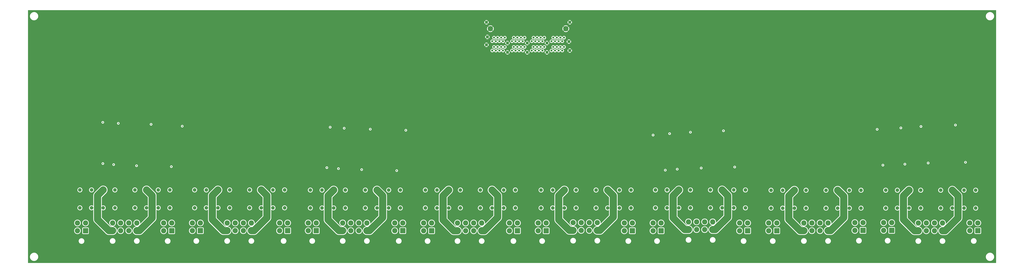
<source format=gbr>
G04 #@! TF.GenerationSoftware,KiCad,Pcbnew,(5.99.0-9973-gfb99c55869)*
G04 #@! TF.CreationDate,2021-09-10T21:28:04-07:00*
G04 #@! TF.ProjectId,2E1,3245312e-6b69-4636-9164-5f7063625858,rev?*
G04 #@! TF.SameCoordinates,Original*
G04 #@! TF.FileFunction,Copper,L5,Inr*
G04 #@! TF.FilePolarity,Positive*
%FSLAX46Y46*%
G04 Gerber Fmt 4.6, Leading zero omitted, Abs format (unit mm)*
G04 Created by KiCad (PCBNEW (5.99.0-9973-gfb99c55869)) date 2021-09-10 21:28:04*
%MOMM*%
%LPD*%
G01*
G04 APERTURE LIST*
G04 Aperture macros list*
%AMRoundRect*
0 Rectangle with rounded corners*
0 $1 Rounding radius*
0 $2 $3 $4 $5 $6 $7 $8 $9 X,Y pos of 4 corners*
0 Add a 4 corners polygon primitive as box body*
4,1,4,$2,$3,$4,$5,$6,$7,$8,$9,$2,$3,0*
0 Add four circle primitives for the rounded corners*
1,1,$1+$1,$2,$3*
1,1,$1+$1,$4,$5*
1,1,$1+$1,$6,$7*
1,1,$1+$1,$8,$9*
0 Add four rect primitives between the rounded corners*
20,1,$1+$1,$2,$3,$4,$5,0*
20,1,$1+$1,$4,$5,$6,$7,0*
20,1,$1+$1,$6,$7,$8,$9,0*
20,1,$1+$1,$8,$9,$2,$3,0*%
G04 Aperture macros list end*
G04 #@! TA.AperFunction,ComponentPad*
%ADD10RoundRect,0.250002X1.599998X1.599998X-1.599998X1.599998X-1.599998X-1.599998X1.599998X-1.599998X0*%
G04 #@! TD*
G04 #@! TA.AperFunction,ComponentPad*
%ADD11C,3.700000*%
G04 #@! TD*
G04 #@! TA.AperFunction,ComponentPad*
%ADD12C,2.489200*%
G04 #@! TD*
G04 #@! TA.AperFunction,ComponentPad*
%ADD13C,1.473200*%
G04 #@! TD*
G04 #@! TA.AperFunction,ComponentPad*
%ADD14C,3.759200*%
G04 #@! TD*
G04 #@! TA.AperFunction,ComponentPad*
%ADD15C,2.082800*%
G04 #@! TD*
G04 #@! TA.AperFunction,ViaPad*
%ADD16C,0.800000*%
G04 #@! TD*
G04 #@! TA.AperFunction,Conductor*
%ADD17C,5.080000*%
G04 #@! TD*
G04 APERTURE END LIST*
D10*
G04 #@! TO.N,Net-(J1-Pad41)*
G04 #@! TO.C,J5_1*
X362514000Y-307129000D03*
D11*
G04 #@! TO.N,Net-(J5_1-Pad2)*
X356814000Y-307129000D03*
G04 #@! TO.N,Net-(J1-Pad42)*
X362514000Y-301629000D03*
G04 #@! TO.N,Net-(J5_1-Pad4)*
X356814000Y-301629000D03*
G04 #@! TD*
D10*
G04 #@! TO.N,Net-(J1-Pad50)*
G04 #@! TO.C,J2_3*
X178674000Y-307129000D03*
D11*
G04 #@! TO.N,Net-(J2_3-Pad2)*
X172974000Y-307129000D03*
G04 #@! TO.N,Net-(J1-Pad49)*
X178674000Y-301629000D03*
G04 #@! TO.N,Net-(J2_3-Pad4)*
X172974000Y-301629000D03*
G04 #@! TD*
D10*
G04 #@! TO.N,Net-(J1-Pad8)*
G04 #@! TO.C,J9_1*
X687944000Y-306875000D03*
D11*
G04 #@! TO.N,Net-(J9_1-Pad2)*
X682244000Y-306875000D03*
G04 #@! TO.N,Net-(J1-Pad7)*
X687944000Y-301375000D03*
G04 #@! TO.N,Net-(J9_1-Pad4)*
X682244000Y-301375000D03*
G04 #@! TD*
D12*
G04 #@! TO.N,Net-(J6_2-Pad7)*
G04 #@! TO.C,J6_0_1*
X464700874Y-290949888D03*
G04 #@! TO.N,Net-(J6_2-Pad3)*
X464700874Y-278249888D03*
G04 #@! TO.N,Net-(J1-Pad28)*
X456445874Y-290949888D03*
G04 #@! TO.N,Net-(J1-Pad27)*
X456445874Y-278249888D03*
G04 #@! TO.N,Net-(J1-Pad26)*
X448190874Y-290949888D03*
G04 #@! TO.N,Net-(J1-Pad25)*
X448190874Y-278249888D03*
G04 #@! TO.N,Net-(J6_1-Pad4)*
X439935874Y-290949888D03*
G04 #@! TO.N,Net-(J6_1-Pad2)*
X439935874Y-278249888D03*
G04 #@! TD*
G04 #@! TO.N,Net-(J8_2-Pad7)*
G04 #@! TO.C,J8_0_1*
X627370856Y-291089842D03*
G04 #@! TO.N,Net-(J8_2-Pad3)*
X627370856Y-278389842D03*
G04 #@! TO.N,Net-(J1-Pad12)*
X619115856Y-291089842D03*
G04 #@! TO.N,Net-(J1-Pad11)*
X619115856Y-278389842D03*
G04 #@! TO.N,Net-(J1-Pad10)*
X610860856Y-291089842D03*
G04 #@! TO.N,Net-(J1-Pad9)*
X610860856Y-278389842D03*
G04 #@! TO.N,Net-(J8_1-Pad4)*
X602605856Y-291089842D03*
G04 #@! TO.N,Net-(J8_1-Pad2)*
X602605856Y-278389842D03*
G04 #@! TD*
D10*
G04 #@! TO.N,Net-(J1-Pad63)*
G04 #@! TO.C,J3_3*
X260660000Y-307086000D03*
D11*
G04 #@! TO.N,Net-(J3_3-Pad2)*
X254960000Y-307086000D03*
G04 #@! TO.N,Net-(J1-Pad64)*
X260660000Y-301586000D03*
G04 #@! TO.N,Net-(J3_3-Pad4)*
X254960000Y-301586000D03*
G04 #@! TD*
D12*
G04 #@! TO.N,Net-(J1-Pad17)*
G04 #@! TO.C,J7_0_2*
X584499974Y-290910010D03*
G04 #@! TO.N,Net-(J1-Pad18)*
X584499974Y-278210010D03*
G04 #@! TO.N,Net-(J7_3-Pad4)*
X576244974Y-290910010D03*
G04 #@! TO.N,Net-(J7_3-Pad2)*
X576244974Y-278210010D03*
G04 #@! TO.N,Net-(J7_2-Pad5)*
X567989974Y-290910010D03*
G04 #@! TO.N,Net-(J7_2-Pad1)*
X567989974Y-278210010D03*
G04 #@! TO.N,Net-(J1-Pad19)*
X559734974Y-290910010D03*
G04 #@! TO.N,Net-(J1-Pad20)*
X559734974Y-278210010D03*
G04 #@! TD*
D10*
G04 #@! TO.N,Net-(J1-Pad57)*
G04 #@! TO.C,J3_1*
X198938000Y-307086000D03*
D11*
G04 #@! TO.N,Net-(J3_1-Pad2)*
X193238000Y-307086000D03*
G04 #@! TO.N,Net-(J1-Pad58)*
X198938000Y-301586000D03*
G04 #@! TO.N,Net-(J3_1-Pad4)*
X193238000Y-301586000D03*
G04 #@! TD*
D10*
G04 #@! TO.N,Net-(J1-Pad34)*
G04 #@! TO.C,J4_3*
X342138000Y-307086000D03*
D11*
G04 #@! TO.N,Net-(J4_3-Pad2)*
X336438000Y-307086000D03*
G04 #@! TO.N,Net-(J1-Pad33)*
X342138000Y-301586000D03*
G04 #@! TO.N,Net-(J4_3-Pad4)*
X336438000Y-301586000D03*
G04 #@! TD*
D10*
G04 #@! TO.N,Net-(J1-Pad2)*
G04 #@! TO.C,J9_3*
X748848000Y-307086000D03*
D11*
G04 #@! TO.N,Net-(J9_3-Pad2)*
X743148000Y-307086000D03*
G04 #@! TO.N,Net-(J1-Pad1)*
X748848000Y-301586000D03*
G04 #@! TO.N,Net-(J9_3-Pad4)*
X743148000Y-301586000D03*
G04 #@! TD*
D12*
G04 #@! TO.N,Net-(J1-Pad16)*
G04 #@! TO.C,J8_0_2*
X666260796Y-291089842D03*
G04 #@! TO.N,Net-(J1-Pad15)*
X666260796Y-278389842D03*
G04 #@! TO.N,Net-(J8_3-Pad4)*
X658005796Y-291089842D03*
G04 #@! TO.N,Net-(J8_3-Pad2)*
X658005796Y-278389842D03*
G04 #@! TO.N,Net-(J8_2-Pad5)*
X649750796Y-291089842D03*
G04 #@! TO.N,Net-(J8_2-Pad1)*
X649750796Y-278389842D03*
G04 #@! TO.N,Net-(J1-Pad14)*
X641495796Y-291089842D03*
G04 #@! TO.N,Net-(J1-Pad13)*
X641495796Y-278389842D03*
G04 #@! TD*
G04 #@! TO.N,Net-(J1-Pad1)*
G04 #@! TO.C,J9_0_2*
X747370870Y-291059870D03*
G04 #@! TO.N,Net-(J1-Pad2)*
X747370870Y-278359870D03*
G04 #@! TO.N,Net-(J9_3-Pad4)*
X739115870Y-291059870D03*
G04 #@! TO.N,Net-(J9_3-Pad2)*
X739115870Y-278359870D03*
G04 #@! TO.N,Net-(J9_2-Pad5)*
X730860870Y-291059870D03*
G04 #@! TO.N,Net-(J9_2-Pad1)*
X730860870Y-278359870D03*
G04 #@! TO.N,Net-(J1-Pad3)*
X722605870Y-291059870D03*
G04 #@! TO.N,Net-(J1-Pad4)*
X722605870Y-278359870D03*
G04 #@! TD*
D10*
G04 #@! TO.N,Net-(J1-Pad56)*
G04 #@! TO.C,J2_1*
X117714000Y-307129000D03*
D11*
G04 #@! TO.N,Net-(J2_1-Pad2)*
X112014000Y-307129000D03*
G04 #@! TO.N,Net-(J1-Pad55)*
X117714000Y-301629000D03*
G04 #@! TO.N,Net-(J2_1-Pad4)*
X112014000Y-301629000D03*
G04 #@! TD*
D13*
G04 #@! TO.N,Net-(J1-Pad1)*
G04 #@! TO.C,J1*
X456184000Y-170180000D03*
G04 #@! TO.N,Net-(J1-Pad2)*
X454914000Y-172720000D03*
G04 #@! TO.N,Net-(J1-Pad3)*
X453644000Y-170180000D03*
G04 #@! TO.N,Net-(J1-Pad4)*
X452374000Y-172720000D03*
G04 #@! TO.N,Net-(J1-Pad5)*
X451104000Y-170180000D03*
G04 #@! TO.N,Net-(J1-Pad6)*
X449834000Y-172720000D03*
G04 #@! TO.N,Net-(J1-Pad7)*
X448564000Y-170180000D03*
G04 #@! TO.N,Net-(J1-Pad8)*
X447294000Y-172720000D03*
G04 #@! TO.N,Net-(J1-Pad9)*
X447294000Y-179324000D03*
G04 #@! TO.N,Net-(J1-Pad10)*
X448564000Y-176784000D03*
G04 #@! TO.N,Net-(J1-Pad11)*
X449834000Y-179324000D03*
G04 #@! TO.N,Net-(J1-Pad12)*
X451104000Y-176784000D03*
G04 #@! TO.N,Net-(J1-Pad13)*
X452374000Y-179324000D03*
G04 #@! TO.N,Net-(J1-Pad14)*
X453644000Y-176784000D03*
G04 #@! TO.N,Net-(J1-Pad15)*
X454914000Y-179324000D03*
G04 #@! TO.N,Net-(J1-Pad16)*
X456184000Y-176784000D03*
G04 #@! TO.N,Net-(J1-Pad17)*
X442214000Y-170180000D03*
G04 #@! TO.N,Net-(J1-Pad18)*
X440944000Y-172720000D03*
G04 #@! TO.N,Net-(J1-Pad19)*
X439674000Y-170180000D03*
G04 #@! TO.N,Net-(J1-Pad20)*
X438404000Y-172720000D03*
G04 #@! TO.N,Net-(J1-Pad21)*
X437134000Y-170180000D03*
G04 #@! TO.N,Net-(J1-Pad22)*
X435864000Y-172720000D03*
G04 #@! TO.N,Net-(J1-Pad23)*
X434594000Y-170180000D03*
G04 #@! TO.N,Net-(J1-Pad24)*
X433324000Y-172720000D03*
G04 #@! TO.N,Net-(J1-Pad25)*
X433324000Y-179324000D03*
G04 #@! TO.N,Net-(J1-Pad26)*
X434594000Y-176784000D03*
G04 #@! TO.N,Net-(J1-Pad27)*
X435864000Y-179324000D03*
G04 #@! TO.N,Net-(J1-Pad28)*
X437134000Y-176784000D03*
G04 #@! TO.N,Net-(J1-Pad29)*
X438404000Y-179324000D03*
G04 #@! TO.N,Net-(J1-Pad30)*
X439674000Y-176784000D03*
G04 #@! TO.N,Net-(J1-Pad31)*
X440944000Y-179324000D03*
G04 #@! TO.N,Net-(J1-Pad32)*
X442214000Y-176784000D03*
G04 #@! TO.N,Net-(J1-Pad33)*
X428244000Y-170180000D03*
G04 #@! TO.N,Net-(J1-Pad34)*
X426974000Y-172720000D03*
G04 #@! TO.N,Net-(J1-Pad35)*
X425704000Y-170180000D03*
G04 #@! TO.N,Net-(J1-Pad36)*
X424434000Y-172720000D03*
G04 #@! TO.N,Net-(J1-Pad37)*
X423164000Y-170180000D03*
G04 #@! TO.N,Net-(J1-Pad38)*
X421894000Y-172720000D03*
G04 #@! TO.N,Net-(J1-Pad39)*
X420624000Y-170180000D03*
G04 #@! TO.N,Net-(J1-Pad40)*
X419354000Y-172720000D03*
G04 #@! TO.N,Net-(J1-Pad41)*
X419354000Y-179324000D03*
G04 #@! TO.N,Net-(J1-Pad42)*
X420624000Y-176784000D03*
G04 #@! TO.N,Net-(J1-Pad43)*
X421894000Y-179324000D03*
G04 #@! TO.N,Net-(J1-Pad44)*
X423164000Y-176784000D03*
G04 #@! TO.N,Net-(J1-Pad45)*
X424434000Y-179324000D03*
G04 #@! TO.N,Net-(J1-Pad46)*
X425704000Y-176784000D03*
G04 #@! TO.N,Net-(J1-Pad47)*
X426974000Y-179324000D03*
G04 #@! TO.N,Net-(J1-Pad48)*
X428244000Y-176784000D03*
G04 #@! TO.N,Net-(J1-Pad49)*
X414274000Y-170180000D03*
G04 #@! TO.N,Net-(J1-Pad50)*
X413004000Y-172720000D03*
G04 #@! TO.N,Net-(J1-Pad51)*
X411734000Y-170180000D03*
G04 #@! TO.N,Net-(J1-Pad52)*
X410464000Y-172720000D03*
G04 #@! TO.N,Net-(J1-Pad53)*
X409194000Y-170180000D03*
G04 #@! TO.N,Net-(J1-Pad54)*
X407924000Y-172720000D03*
G04 #@! TO.N,Net-(J1-Pad55)*
X406654000Y-170180000D03*
G04 #@! TO.N,Net-(J1-Pad56)*
X405384000Y-172720000D03*
G04 #@! TO.N,Net-(J1-Pad57)*
X405384000Y-179324000D03*
G04 #@! TO.N,Net-(J1-Pad58)*
X406654000Y-176784000D03*
G04 #@! TO.N,Net-(J1-Pad59)*
X407924000Y-179324000D03*
G04 #@! TO.N,Net-(J1-Pad60)*
X409194000Y-176784000D03*
G04 #@! TO.N,Net-(J1-Pad61)*
X410464000Y-179324000D03*
G04 #@! TO.N,Net-(J1-Pad62)*
X411734000Y-176784000D03*
G04 #@! TO.N,Net-(J1-Pad63)*
X413004000Y-179324000D03*
G04 #@! TO.N,Net-(J1-Pad64)*
X414274000Y-176784000D03*
D14*
G04 #@! TO.N,GND*
X457454000Y-163830000D03*
X404114000Y-163830000D03*
D15*
X460248000Y-179324000D03*
X444119000Y-180594000D03*
X430149000Y-180594000D03*
X416179000Y-180594000D03*
X401320000Y-175260000D03*
X459613000Y-172974000D03*
X444119000Y-173990000D03*
X430149000Y-173990000D03*
X416179000Y-173990000D03*
X401955000Y-169672000D03*
X460248000Y-159258000D03*
X401320000Y-159258000D03*
G04 #@! TD*
D10*
G04 #@! TO.N,Net-(J7_2-Pad1)*
G04 #@! TO.C,J7_2*
X561340000Y-306324000D03*
D11*
G04 #@! TO.N,Net-(J1-Pad20)*
X555640000Y-306324000D03*
G04 #@! TO.N,Net-(J7_2-Pad3)*
X549940000Y-306324000D03*
G04 #@! TO.N,Net-(J1-Pad22)*
X544240000Y-306324000D03*
G04 #@! TO.N,Net-(J7_2-Pad5)*
X561340000Y-300824000D03*
G04 #@! TO.N,Net-(J1-Pad19)*
X555640000Y-300824000D03*
G04 #@! TO.N,Net-(J7_2-Pad7)*
X549940000Y-300824000D03*
G04 #@! TO.N,Net-(J1-Pad21)*
X544240000Y-300824000D03*
G04 #@! TD*
D10*
G04 #@! TO.N,Net-(J1-Pad47)*
G04 #@! TO.C,J5_3*
X423220000Y-307129000D03*
D11*
G04 #@! TO.N,Net-(J5_3-Pad2)*
X417520000Y-307129000D03*
G04 #@! TO.N,Net-(J1-Pad48)*
X423220000Y-301629000D03*
G04 #@! TO.N,Net-(J5_3-Pad4)*
X417520000Y-301629000D03*
G04 #@! TD*
D12*
G04 #@! TO.N,Net-(J5_2-Pad7)*
G04 #@! TO.C,J5_0_1*
X382860042Y-290930076D03*
G04 #@! TO.N,Net-(J5_2-Pad3)*
X382860042Y-278230076D03*
G04 #@! TO.N,Net-(J1-Pad44)*
X374605042Y-290930076D03*
G04 #@! TO.N,Net-(J1-Pad43)*
X374605042Y-278230076D03*
G04 #@! TO.N,Net-(J1-Pad42)*
X366350042Y-290930076D03*
G04 #@! TO.N,Net-(J1-Pad41)*
X366350042Y-278230076D03*
G04 #@! TO.N,Net-(J5_1-Pad4)*
X358095042Y-290930076D03*
G04 #@! TO.N,Net-(J5_1-Pad2)*
X358095042Y-278230076D03*
G04 #@! TD*
D10*
G04 #@! TO.N,Net-(J1-Pad25)*
G04 #@! TO.C,J6_1*
X443540000Y-307129000D03*
D11*
G04 #@! TO.N,Net-(J6_1-Pad2)*
X437840000Y-307129000D03*
G04 #@! TO.N,Net-(J1-Pad26)*
X443540000Y-301629000D03*
G04 #@! TO.N,Net-(J6_1-Pad4)*
X437840000Y-301629000D03*
G04 #@! TD*
D12*
G04 #@! TO.N,Net-(J1-Pad33)*
G04 #@! TO.C,J4_0_2*
X340400640Y-290969700D03*
G04 #@! TO.N,Net-(J1-Pad34)*
X340400640Y-278269700D03*
G04 #@! TO.N,Net-(J4_3-Pad4)*
X332145640Y-290969700D03*
G04 #@! TO.N,Net-(J4_3-Pad2)*
X332145640Y-278269700D03*
G04 #@! TO.N,Net-(J4_2-Pad5)*
X323890640Y-290969700D03*
G04 #@! TO.N,Net-(J4_2-Pad1)*
X323890640Y-278269700D03*
G04 #@! TO.N,Net-(J1-Pad35)*
X315635640Y-290969700D03*
G04 #@! TO.N,Net-(J1-Pad36)*
X315635640Y-278269700D03*
G04 #@! TD*
G04 #@! TO.N,Net-(J4_2-Pad7)*
G04 #@! TO.C,J4_0_1*
X301510700Y-290969700D03*
G04 #@! TO.N,Net-(J4_2-Pad3)*
X301510700Y-278269700D03*
G04 #@! TO.N,Net-(J1-Pad37)*
X293255700Y-290969700D03*
G04 #@! TO.N,Net-(J1-Pad38)*
X293255700Y-278269700D03*
G04 #@! TO.N,Net-(J1-Pad39)*
X285000700Y-290969700D03*
G04 #@! TO.N,Net-(J1-Pad40)*
X285000700Y-278269700D03*
G04 #@! TO.N,Net-(J4_1-Pad4)*
X276745700Y-290969700D03*
G04 #@! TO.N,Net-(J4_1-Pad2)*
X276745700Y-278269700D03*
G04 #@! TD*
D10*
G04 #@! TO.N,Net-(J1-Pad9)*
G04 #@! TO.C,J8_1*
X606664000Y-307129000D03*
D11*
G04 #@! TO.N,Net-(J8_1-Pad2)*
X600964000Y-307129000D03*
G04 #@! TO.N,Net-(J1-Pad10)*
X606664000Y-301629000D03*
G04 #@! TO.N,Net-(J8_1-Pad4)*
X600964000Y-301629000D03*
G04 #@! TD*
D12*
G04 #@! TO.N,Net-(J3_2-Pad7)*
G04 #@! TO.C,J3_0_1*
X219650742Y-290869878D03*
G04 #@! TO.N,Net-(J3_2-Pad3)*
X219650742Y-278169878D03*
G04 #@! TO.N,Net-(J1-Pad60)*
X211395742Y-290869878D03*
G04 #@! TO.N,Net-(J1-Pad59)*
X211395742Y-278169878D03*
G04 #@! TO.N,Net-(J1-Pad58)*
X203140742Y-290869878D03*
G04 #@! TO.N,Net-(J1-Pad57)*
X203140742Y-278169878D03*
G04 #@! TO.N,Net-(J3_1-Pad4)*
X194885742Y-290869878D03*
G04 #@! TO.N,Net-(J3_1-Pad2)*
X194885742Y-278169878D03*
G04 #@! TD*
D10*
G04 #@! TO.N,Net-(J3_2-Pad1)*
G04 #@! TO.C,J3_2*
X235006000Y-307086000D03*
D11*
G04 #@! TO.N,Net-(J1-Pad61)*
X229306000Y-307086000D03*
G04 #@! TO.N,Net-(J3_2-Pad3)*
X223606000Y-307086000D03*
G04 #@! TO.N,Net-(J1-Pad59)*
X217906000Y-307086000D03*
G04 #@! TO.N,Net-(J3_2-Pad5)*
X235006000Y-301586000D03*
G04 #@! TO.N,Net-(J1-Pad62)*
X229306000Y-301586000D03*
G04 #@! TO.N,Net-(J3_2-Pad7)*
X223606000Y-301586000D03*
G04 #@! TO.N,Net-(J1-Pad60)*
X217906000Y-301586000D03*
G04 #@! TD*
D10*
G04 #@! TO.N,Net-(J4_2-Pad1)*
G04 #@! TO.C,J4_2*
X316738000Y-307086000D03*
D11*
G04 #@! TO.N,Net-(J1-Pad36)*
X311038000Y-307086000D03*
G04 #@! TO.N,Net-(J4_2-Pad3)*
X305338000Y-307086000D03*
G04 #@! TO.N,Net-(J1-Pad38)*
X299638000Y-307086000D03*
G04 #@! TO.N,Net-(J4_2-Pad5)*
X316738000Y-301586000D03*
G04 #@! TO.N,Net-(J1-Pad35)*
X311038000Y-301586000D03*
G04 #@! TO.N,Net-(J4_2-Pad7)*
X305338000Y-301586000D03*
G04 #@! TO.N,Net-(J1-Pad37)*
X299638000Y-301586000D03*
G04 #@! TD*
D12*
G04 #@! TO.N,Net-(J1-Pad32)*
G04 #@! TO.C,J6_0_2*
X503590814Y-290949888D03*
G04 #@! TO.N,Net-(J1-Pad31)*
X503590814Y-278249888D03*
G04 #@! TO.N,Net-(J6_3-Pad4)*
X495335814Y-290949888D03*
G04 #@! TO.N,Net-(J6_3-Pad2)*
X495335814Y-278249888D03*
G04 #@! TO.N,Net-(J6_2-Pad5)*
X487080814Y-290949888D03*
G04 #@! TO.N,Net-(J6_2-Pad1)*
X487080814Y-278249888D03*
G04 #@! TO.N,Net-(J1-Pad30)*
X478825814Y-290949888D03*
G04 #@! TO.N,Net-(J1-Pad29)*
X478825814Y-278249888D03*
G04 #@! TD*
D10*
G04 #@! TO.N,Net-(J1-Pad31)*
G04 #@! TO.C,J6_3*
X504500000Y-307129000D03*
D11*
G04 #@! TO.N,Net-(J6_3-Pad2)*
X498800000Y-307129000D03*
G04 #@! TO.N,Net-(J1-Pad32)*
X504500000Y-301629000D03*
G04 #@! TO.N,Net-(J6_3-Pad4)*
X498800000Y-301629000D03*
G04 #@! TD*
D12*
G04 #@! TO.N,Net-(J9_2-Pad7)*
G04 #@! TO.C,J9_0_1*
X708480676Y-291059870D03*
G04 #@! TO.N,Net-(J9_2-Pad3)*
X708480676Y-278359870D03*
G04 #@! TO.N,Net-(J1-Pad5)*
X700225676Y-291059870D03*
G04 #@! TO.N,Net-(J1-Pad6)*
X700225676Y-278359870D03*
G04 #@! TO.N,Net-(J1-Pad7)*
X691970676Y-291059870D03*
G04 #@! TO.N,Net-(J1-Pad8)*
X691970676Y-278359870D03*
G04 #@! TO.N,Net-(J9_1-Pad4)*
X683715676Y-291059870D03*
G04 #@! TO.N,Net-(J9_1-Pad2)*
X683715676Y-278359870D03*
G04 #@! TD*
D10*
G04 #@! TO.N,Net-(J1-Pad18)*
G04 #@! TO.C,J7_3*
X586034000Y-307129000D03*
D11*
G04 #@! TO.N,Net-(J7_3-Pad2)*
X580334000Y-307129000D03*
G04 #@! TO.N,Net-(J1-Pad17)*
X586034000Y-301629000D03*
G04 #@! TO.N,Net-(J7_3-Pad4)*
X580334000Y-301629000D03*
G04 #@! TD*
D12*
G04 #@! TO.N,Net-(J7_2-Pad7)*
G04 #@! TO.C,J7_0_1*
X545610034Y-290910010D03*
G04 #@! TO.N,Net-(J7_2-Pad3)*
X545610034Y-278210010D03*
G04 #@! TO.N,Net-(J1-Pad21)*
X537355034Y-290910010D03*
G04 #@! TO.N,Net-(J1-Pad22)*
X537355034Y-278210010D03*
G04 #@! TO.N,Net-(J1-Pad23)*
X529100034Y-290910010D03*
G04 #@! TO.N,Net-(J1-Pad24)*
X529100034Y-278210010D03*
G04 #@! TO.N,Net-(J7_1-Pad4)*
X520845034Y-290910010D03*
G04 #@! TO.N,Net-(J7_1-Pad2)*
X520845034Y-278210010D03*
G04 #@! TD*
G04 #@! TO.N,Net-(J2_2-Pad7)*
G04 #@! TO.C,J2_0_1*
X138489995Y-290880038D03*
G04 #@! TO.N,Net-(J2_2-Pad3)*
X138489995Y-278180038D03*
G04 #@! TO.N,Net-(J1-Pad53)*
X130234995Y-290880038D03*
G04 #@! TO.N,Net-(J1-Pad54)*
X130234995Y-278180038D03*
G04 #@! TO.N,Net-(J1-Pad55)*
X121979995Y-290880038D03*
G04 #@! TO.N,Net-(J1-Pad56)*
X121979995Y-278180038D03*
G04 #@! TO.N,Net-(J2_1-Pad4)*
X113724995Y-290880038D03*
G04 #@! TO.N,Net-(J2_1-Pad2)*
X113724995Y-278180038D03*
G04 #@! TD*
D10*
G04 #@! TO.N,Net-(J1-Pad15)*
G04 #@! TO.C,J8_3*
X667624000Y-306875000D03*
D11*
G04 #@! TO.N,Net-(J8_3-Pad2)*
X661924000Y-306875000D03*
G04 #@! TO.N,Net-(J1-Pad16)*
X667624000Y-301375000D03*
G04 #@! TO.N,Net-(J8_3-Pad4)*
X661924000Y-301375000D03*
G04 #@! TD*
D12*
G04 #@! TO.N,Net-(J1-Pad49)*
G04 #@! TO.C,J2_0_2*
X177380000Y-290880000D03*
G04 #@! TO.N,Net-(J1-Pad50)*
X177380000Y-278180000D03*
G04 #@! TO.N,Net-(J2_3-Pad4)*
X169125000Y-290880000D03*
G04 #@! TO.N,Net-(J2_3-Pad2)*
X169125000Y-278180000D03*
G04 #@! TO.N,Net-(J2_2-Pad5)*
X160870000Y-290880000D03*
G04 #@! TO.N,Net-(J2_2-Pad1)*
X160870000Y-278180000D03*
G04 #@! TO.N,Net-(J1-Pad51)*
X152615000Y-290880000D03*
G04 #@! TO.N,Net-(J1-Pad52)*
X152615000Y-278180000D03*
G04 #@! TD*
G04 #@! TO.N,Net-(J1-Pad48)*
G04 #@! TO.C,J5_0_2*
X421749982Y-290930076D03*
G04 #@! TO.N,Net-(J1-Pad47)*
X421749982Y-278230076D03*
G04 #@! TO.N,Net-(J5_3-Pad4)*
X413494982Y-290930076D03*
G04 #@! TO.N,Net-(J5_3-Pad2)*
X413494982Y-278230076D03*
G04 #@! TO.N,Net-(J5_2-Pad5)*
X405239982Y-290930076D03*
G04 #@! TO.N,Net-(J5_2-Pad1)*
X405239982Y-278230076D03*
G04 #@! TO.N,Net-(J1-Pad46)*
X396984982Y-290930076D03*
G04 #@! TO.N,Net-(J1-Pad45)*
X396984982Y-278230076D03*
G04 #@! TD*
D10*
G04 #@! TO.N,Net-(J6_2-Pad1)*
G04 #@! TO.C,J6_2*
X479725000Y-306875000D03*
D11*
G04 #@! TO.N,Net-(J1-Pad29)*
X474025000Y-306875000D03*
G04 #@! TO.N,Net-(J6_2-Pad3)*
X468325000Y-306875000D03*
G04 #@! TO.N,Net-(J1-Pad27)*
X462625000Y-306875000D03*
G04 #@! TO.N,Net-(J6_2-Pad5)*
X479725000Y-301375000D03*
G04 #@! TO.N,Net-(J1-Pad30)*
X474025000Y-301375000D03*
G04 #@! TO.N,Net-(J6_2-Pad7)*
X468325000Y-301375000D03*
G04 #@! TO.N,Net-(J1-Pad28)*
X462625000Y-301375000D03*
G04 #@! TD*
D10*
G04 #@! TO.N,Net-(J8_2-Pad1)*
G04 #@! TO.C,J8_2*
X642930000Y-307086000D03*
D11*
G04 #@! TO.N,Net-(J1-Pad13)*
X637230000Y-307086000D03*
G04 #@! TO.N,Net-(J8_2-Pad3)*
X631530000Y-307086000D03*
G04 #@! TO.N,Net-(J1-Pad11)*
X625830000Y-307086000D03*
G04 #@! TO.N,Net-(J8_2-Pad5)*
X642930000Y-301586000D03*
G04 #@! TO.N,Net-(J1-Pad14)*
X637230000Y-301586000D03*
G04 #@! TO.N,Net-(J8_2-Pad7)*
X631530000Y-301586000D03*
G04 #@! TO.N,Net-(J1-Pad12)*
X625830000Y-301586000D03*
G04 #@! TD*
D10*
G04 #@! TO.N,Net-(J2_2-Pad1)*
G04 #@! TO.C,J2_2*
X153980000Y-307086000D03*
D11*
G04 #@! TO.N,Net-(J1-Pad52)*
X148280000Y-307086000D03*
G04 #@! TO.N,Net-(J2_2-Pad3)*
X142580000Y-307086000D03*
G04 #@! TO.N,Net-(J1-Pad54)*
X136880000Y-307086000D03*
G04 #@! TO.N,Net-(J2_2-Pad5)*
X153980000Y-301586000D03*
G04 #@! TO.N,Net-(J1-Pad51)*
X148280000Y-301586000D03*
G04 #@! TO.N,Net-(J2_2-Pad7)*
X142580000Y-301586000D03*
G04 #@! TO.N,Net-(J1-Pad53)*
X136880000Y-301586000D03*
G04 #@! TD*
D10*
G04 #@! TO.N,Net-(J1-Pad24)*
G04 #@! TO.C,J7_1*
X524820000Y-307129000D03*
D11*
G04 #@! TO.N,Net-(J7_1-Pad2)*
X519120000Y-307129000D03*
G04 #@! TO.N,Net-(J1-Pad23)*
X524820000Y-301629000D03*
G04 #@! TO.N,Net-(J7_1-Pad4)*
X519120000Y-301629000D03*
G04 #@! TD*
D10*
G04 #@! TO.N,Net-(J9_2-Pad1)*
G04 #@! TO.C,J9_2*
X723875000Y-307129000D03*
D11*
G04 #@! TO.N,Net-(J1-Pad4)*
X718175000Y-307129000D03*
G04 #@! TO.N,Net-(J9_2-Pad3)*
X712475000Y-307129000D03*
G04 #@! TO.N,Net-(J1-Pad6)*
X706775000Y-307129000D03*
G04 #@! TO.N,Net-(J9_2-Pad5)*
X723875000Y-301629000D03*
G04 #@! TO.N,Net-(J1-Pad3)*
X718175000Y-301629000D03*
G04 #@! TO.N,Net-(J9_2-Pad7)*
X712475000Y-301629000D03*
G04 #@! TO.N,Net-(J1-Pad5)*
X706775000Y-301629000D03*
G04 #@! TD*
D10*
G04 #@! TO.N,Net-(J5_2-Pad1)*
G04 #@! TO.C,J5_2*
X397937000Y-307129000D03*
D11*
G04 #@! TO.N,Net-(J1-Pad45)*
X392237000Y-307129000D03*
G04 #@! TO.N,Net-(J5_2-Pad3)*
X386537000Y-307129000D03*
G04 #@! TO.N,Net-(J1-Pad43)*
X380837000Y-307129000D03*
G04 #@! TO.N,Net-(J5_2-Pad5)*
X397937000Y-301629000D03*
G04 #@! TO.N,Net-(J1-Pad46)*
X392237000Y-301629000D03*
G04 #@! TO.N,Net-(J5_2-Pad7)*
X386537000Y-301629000D03*
G04 #@! TO.N,Net-(J1-Pad44)*
X380837000Y-301629000D03*
G04 #@! TD*
D10*
G04 #@! TO.N,Net-(J1-Pad40)*
G04 #@! TO.C,J4_1*
X280924000Y-307086000D03*
D11*
G04 #@! TO.N,Net-(J4_1-Pad2)*
X275224000Y-307086000D03*
G04 #@! TO.N,Net-(J1-Pad39)*
X280924000Y-301586000D03*
G04 #@! TO.N,Net-(J4_1-Pad4)*
X275224000Y-301586000D03*
G04 #@! TD*
D12*
G04 #@! TO.N,Net-(J1-Pad64)*
G04 #@! TO.C,J3_0_2*
X258540758Y-290869878D03*
G04 #@! TO.N,Net-(J1-Pad63)*
X258540758Y-278169878D03*
G04 #@! TO.N,Net-(J3_3-Pad4)*
X250285758Y-290869878D03*
G04 #@! TO.N,Net-(J3_3-Pad2)*
X250285758Y-278169878D03*
G04 #@! TO.N,Net-(J3_2-Pad5)*
X242030758Y-290869878D03*
G04 #@! TO.N,Net-(J3_2-Pad1)*
X242030758Y-278169878D03*
G04 #@! TO.N,Net-(J1-Pad62)*
X233775758Y-290869878D03*
G04 #@! TO.N,Net-(J1-Pad61)*
X233775758Y-278169878D03*
G04 #@! TD*
D16*
G04 #@! TO.N,Net-(J1-Pad8)*
X677672000Y-235204000D03*
G04 #@! TO.N,Net-(J1-Pad7)*
X681736000Y-260604000D03*
G04 #@! TO.N,Net-(J1-Pad6)*
X694436000Y-234188000D03*
G04 #@! TO.N,Net-(J1-Pad5)*
X697287189Y-259899189D03*
G04 #@! TO.N,Net-(J1-Pad4)*
X708660000Y-233172000D03*
G04 #@! TO.N,Net-(J1-Pad3)*
X713740000Y-259080000D03*
G04 #@! TO.N,Net-(J1-Pad2)*
X733044000Y-232156000D03*
G04 #@! TO.N,Net-(J1-Pad1)*
X740156000Y-258572000D03*
G04 #@! TO.N,Net-(J1-Pad17)*
X576891189Y-261931189D03*
G04 #@! TO.N,Net-(J1-Pad18)*
X568960000Y-236220000D03*
G04 #@! TO.N,Net-(J1-Pad19)*
X553212000Y-262636000D03*
G04 #@! TO.N,Net-(J1-Pad20)*
X545592000Y-237236000D03*
G04 #@! TO.N,Net-(J1-Pad21)*
X536251189Y-263455189D03*
G04 #@! TO.N,Net-(J1-Pad22)*
X530860000Y-238252000D03*
G04 #@! TO.N,Net-(J1-Pad23)*
X527812000Y-264160000D03*
G04 #@! TO.N,Net-(J1-Pad24)*
X519176000Y-239268000D03*
G04 #@! TO.N,Net-(J1-Pad35)*
X313050000Y-263770000D03*
G04 #@! TO.N,Net-(J1-Pad36)*
X319150000Y-235090000D03*
G04 #@! TO.N,Net-(J1-Pad37)*
X296620000Y-263070000D03*
G04 #@! TO.N,Net-(J1-Pad38)*
X300685000Y-234405000D03*
G04 #@! TO.N,Net-(J1-Pad33)*
X337830000Y-264470000D03*
G04 #@! TO.N,Net-(J1-Pad34)*
X344260000Y-235850000D03*
G04 #@! TO.N,Net-(J1-Pad39)*
X288414811Y-262365189D03*
G04 #@! TO.N,Net-(J1-Pad40)*
X290750000Y-233670000D03*
G04 #@! TO.N,Net-(J1-Pad49)*
X178399622Y-261660378D03*
G04 #@! TO.N,Net-(J1-Pad50)*
X186134811Y-232965189D03*
G04 #@! TO.N,Net-(J1-Pad51)*
X153810000Y-261000000D03*
G04 #@! TO.N,Net-(J1-Pad52)*
X164084000Y-231648000D03*
G04 #@! TO.N,Net-(J1-Pad53)*
X137600000Y-260210000D03*
G04 #@! TO.N,Net-(J1-Pad54)*
X140912811Y-230943189D03*
G04 #@! TO.N,Net-(J1-Pad55)*
X129970000Y-259470000D03*
G04 #@! TO.N,Net-(J1-Pad56)*
X129933622Y-230238378D03*
G04 #@! TD*
D17*
G04 #@! TO.N,Net-(J1-Pad11)*
X615127939Y-299000234D02*
X623213705Y-307086000D01*
X615127939Y-282377611D02*
X615127939Y-299000234D01*
X619115750Y-278389800D02*
X615127939Y-282377611D01*
X623213705Y-307086000D02*
X625830000Y-307086000D01*
G04 #@! TO.N,Net-(J1-Pad6)*
X696237939Y-282347611D02*
X696237939Y-299208234D01*
X704158705Y-307129000D02*
X706775000Y-307129000D01*
X700225750Y-278359800D02*
X696237939Y-282347611D01*
X696237939Y-299208234D02*
X704158705Y-307129000D01*
G04 #@! TO.N,Net-(J1-Pad22)*
X537355000Y-278210000D02*
X533367189Y-282197811D01*
X541623705Y-306324000D02*
X544240000Y-306324000D01*
X533367189Y-282197811D02*
X533367189Y-298067484D01*
X533367189Y-298067484D02*
X541623705Y-306324000D01*
G04 #@! TO.N,Net-(J1-Pad27)*
X452457939Y-282237611D02*
X452457939Y-299324234D01*
X456445750Y-278249800D02*
X452457939Y-282237611D01*
X460008705Y-306875000D02*
X462625000Y-306875000D01*
X452457939Y-299324234D02*
X460008705Y-306875000D01*
G04 #@! TO.N,Net-(J1-Pad38)*
X293255750Y-278269800D02*
X289267939Y-282257611D01*
X289267939Y-282257611D02*
X289267939Y-299332234D01*
X297021705Y-307086000D02*
X299638000Y-307086000D01*
X289267939Y-299332234D02*
X297021705Y-307086000D01*
G04 #@! TO.N,Net-(J1-Pad43)*
X370617189Y-282217811D02*
X370617189Y-299525484D01*
X378220705Y-307129000D02*
X380837000Y-307129000D01*
X370617189Y-299525484D02*
X378220705Y-307129000D01*
X374605000Y-278230000D02*
X370617189Y-282217811D01*
G04 #@! TO.N,Net-(J1-Pad59)*
X207407939Y-282157611D02*
X207407939Y-299204234D01*
X211395750Y-278169800D02*
X207407939Y-282157611D01*
X215289705Y-307086000D02*
X217906000Y-307086000D01*
X207407939Y-299204234D02*
X215289705Y-307086000D01*
G04 #@! TO.N,Net-(J6_2-Pad1)*
X491068561Y-297381439D02*
X481575000Y-306875000D01*
X481575000Y-306875000D02*
X479725000Y-306875000D01*
X487080750Y-278249800D02*
X491068561Y-282237611D01*
X491068561Y-282237611D02*
X491068561Y-297381439D01*
G04 #@! TO.N,Net-(J7_2-Pad1)*
X567990000Y-278210000D02*
X571977811Y-282197811D01*
X571977811Y-282197811D02*
X571977811Y-297536189D01*
X571977811Y-297536189D02*
X563190000Y-306324000D01*
X563190000Y-306324000D02*
X561340000Y-306324000D01*
G04 #@! TO.N,Net-(J8_2-Pad1)*
X654017939Y-282656989D02*
X654017939Y-297848061D01*
X654017939Y-297848061D02*
X644780000Y-307086000D01*
X644780000Y-307086000D02*
X642930000Y-307086000D01*
X649750750Y-278389800D02*
X654017939Y-282656989D01*
G04 #@! TO.N,Net-(J9_2-Pad1)*
X725725000Y-307129000D02*
X723875000Y-307129000D01*
X730860750Y-278359800D02*
X734848561Y-282347611D01*
X734848561Y-298005439D02*
X725725000Y-307129000D01*
X734848561Y-282347611D02*
X734848561Y-298005439D01*
G04 #@! TO.N,Net-(J1-Pad54)*
X126247189Y-282167811D02*
X126247189Y-299069484D01*
X130235000Y-278180000D02*
X126247189Y-282167811D01*
X126247189Y-299069484D02*
X134263705Y-307086000D01*
X134263705Y-307086000D02*
X136880000Y-307086000D01*
G04 #@! TO.N,Net-(J2_2-Pad1)*
X164857811Y-298058189D02*
X155830000Y-307086000D01*
X164857811Y-282167811D02*
X164857811Y-298058189D01*
X155830000Y-307086000D02*
X153980000Y-307086000D01*
X160870000Y-278180000D02*
X164857811Y-282167811D01*
G04 #@! TO.N,Net-(J3_2-Pad1)*
X236856000Y-307086000D02*
X235006000Y-307086000D01*
X242030750Y-278169800D02*
X246018561Y-282157611D01*
X246018561Y-282157611D02*
X246018561Y-297923439D01*
X246018561Y-297923439D02*
X236856000Y-307086000D01*
G04 #@! TO.N,Net-(J4_2-Pad1)*
X327878561Y-297795439D02*
X318588000Y-307086000D01*
X318588000Y-307086000D02*
X316738000Y-307086000D01*
X323890750Y-278269800D02*
X327878561Y-282257611D01*
X327878561Y-282257611D02*
X327878561Y-297795439D01*
G04 #@! TO.N,Net-(J5_2-Pad1)*
X399787000Y-307129000D02*
X397937000Y-307129000D01*
X409227811Y-297688189D02*
X399787000Y-307129000D01*
X405240000Y-278230000D02*
X409227811Y-282217811D01*
X409227811Y-282217811D02*
X409227811Y-297688189D01*
G04 #@! TD*
G04 #@! TA.AperFunction,Conductor*
G04 #@! TO.N,GND*
G36*
X761728121Y-150648002D02*
G01*
X761774614Y-150701658D01*
X761786000Y-150754000D01*
X761786000Y-329826000D01*
X761765998Y-329894121D01*
X761712342Y-329940614D01*
X761660000Y-329952000D01*
X77128000Y-329952000D01*
X77059879Y-329931998D01*
X77013386Y-329878342D01*
X77002000Y-329826000D01*
X77002000Y-325756549D01*
X78396067Y-325756549D01*
X78429530Y-326091805D01*
X78501305Y-326420994D01*
X78502478Y-326424421D01*
X78502480Y-326424427D01*
X78609265Y-326736320D01*
X78610440Y-326739751D01*
X78611999Y-326743019D01*
X78612002Y-326743027D01*
X78650775Y-326824315D01*
X78755489Y-327043852D01*
X78934529Y-327329266D01*
X78936801Y-327332102D01*
X78936806Y-327332109D01*
X79126589Y-327568997D01*
X79145187Y-327592211D01*
X79384671Y-327829200D01*
X79649807Y-328037093D01*
X79937080Y-328213135D01*
X79940365Y-328214660D01*
X79940369Y-328214662D01*
X80030982Y-328256723D01*
X80242683Y-328354991D01*
X80562566Y-328460782D01*
X80566121Y-328461518D01*
X80566124Y-328461519D01*
X80888938Y-328528370D01*
X80888941Y-328528370D01*
X80892488Y-328529105D01*
X81019963Y-328540482D01*
X81185440Y-328555251D01*
X81185446Y-328555251D01*
X81188233Y-328555500D01*
X81406714Y-328555500D01*
X81408533Y-328555395D01*
X81408537Y-328555395D01*
X81652744Y-328541314D01*
X81652749Y-328541313D01*
X81656364Y-328541105D01*
X81725122Y-328529105D01*
X81984696Y-328483803D01*
X81984703Y-328483801D01*
X81988269Y-328483179D01*
X81991744Y-328482150D01*
X81991751Y-328482148D01*
X82174386Y-328428049D01*
X82311317Y-328387488D01*
X82621225Y-328255300D01*
X82624365Y-328253509D01*
X82624371Y-328253506D01*
X82910746Y-328090160D01*
X82913886Y-328088369D01*
X82981111Y-328038988D01*
X83182504Y-327891050D01*
X83182507Y-327891048D01*
X83185421Y-327888907D01*
X83249674Y-327829200D01*
X83429571Y-327662029D01*
X83429573Y-327662027D01*
X83432231Y-327659557D01*
X83651045Y-327403359D01*
X83838962Y-327123710D01*
X83993491Y-326824315D01*
X84112584Y-326509143D01*
X84194664Y-326182371D01*
X84238641Y-325848332D01*
X84240083Y-325756549D01*
X754544067Y-325756549D01*
X754577530Y-326091805D01*
X754649305Y-326420994D01*
X754650478Y-326424421D01*
X754650480Y-326424427D01*
X754757265Y-326736320D01*
X754758440Y-326739751D01*
X754759999Y-326743019D01*
X754760002Y-326743027D01*
X754798775Y-326824315D01*
X754903489Y-327043852D01*
X755082529Y-327329266D01*
X755084801Y-327332102D01*
X755084806Y-327332109D01*
X755274589Y-327568997D01*
X755293187Y-327592211D01*
X755532671Y-327829200D01*
X755797807Y-328037093D01*
X756085080Y-328213135D01*
X756088365Y-328214660D01*
X756088369Y-328214662D01*
X756178982Y-328256723D01*
X756390683Y-328354991D01*
X756710566Y-328460782D01*
X756714121Y-328461518D01*
X756714124Y-328461519D01*
X757036938Y-328528370D01*
X757036941Y-328528370D01*
X757040488Y-328529105D01*
X757167963Y-328540482D01*
X757333440Y-328555251D01*
X757333446Y-328555251D01*
X757336233Y-328555500D01*
X757554714Y-328555500D01*
X757556533Y-328555395D01*
X757556537Y-328555395D01*
X757800744Y-328541314D01*
X757800749Y-328541313D01*
X757804364Y-328541105D01*
X757873122Y-328529105D01*
X758132696Y-328483803D01*
X758132703Y-328483801D01*
X758136269Y-328483179D01*
X758139744Y-328482150D01*
X758139751Y-328482148D01*
X758322386Y-328428049D01*
X758459317Y-328387488D01*
X758769225Y-328255300D01*
X758772365Y-328253509D01*
X758772371Y-328253506D01*
X759058746Y-328090160D01*
X759061886Y-328088369D01*
X759129111Y-328038988D01*
X759330504Y-327891050D01*
X759330507Y-327891048D01*
X759333421Y-327888907D01*
X759397674Y-327829200D01*
X759577571Y-327662029D01*
X759577573Y-327662027D01*
X759580231Y-327659557D01*
X759799045Y-327403359D01*
X759986962Y-327123710D01*
X760141491Y-326824315D01*
X760260584Y-326509143D01*
X760342664Y-326182371D01*
X760386641Y-325848332D01*
X760391933Y-325511451D01*
X760358470Y-325176195D01*
X760286695Y-324847006D01*
X760257721Y-324762378D01*
X760178735Y-324531680D01*
X760178733Y-324531675D01*
X760177560Y-324528249D01*
X760176001Y-324524981D01*
X760175998Y-324524973D01*
X760102074Y-324369990D01*
X760032511Y-324224148D01*
X759853471Y-323938734D01*
X759851199Y-323935898D01*
X759851194Y-323935891D01*
X759645085Y-323678625D01*
X759642813Y-323675789D01*
X759403329Y-323438800D01*
X759138193Y-323230907D01*
X758850920Y-323054865D01*
X758847635Y-323053340D01*
X758847631Y-323053338D01*
X758548600Y-322914533D01*
X758548601Y-322914533D01*
X758545317Y-322913009D01*
X758225434Y-322807218D01*
X758221879Y-322806482D01*
X758221876Y-322806481D01*
X757899062Y-322739630D01*
X757899059Y-322739630D01*
X757895512Y-322738895D01*
X757745701Y-322725525D01*
X757602560Y-322712749D01*
X757602554Y-322712749D01*
X757599767Y-322712500D01*
X757381286Y-322712500D01*
X757379467Y-322712605D01*
X757379463Y-322712605D01*
X757135256Y-322726686D01*
X757135251Y-322726687D01*
X757131636Y-322726895D01*
X757128067Y-322727518D01*
X757128066Y-322727518D01*
X756803304Y-322784197D01*
X756803297Y-322784199D01*
X756799731Y-322784821D01*
X756796256Y-322785850D01*
X756796249Y-322785852D01*
X756613614Y-322839951D01*
X756476683Y-322880512D01*
X756166775Y-323012700D01*
X756163635Y-323014491D01*
X756163629Y-323014494D01*
X756089531Y-323056759D01*
X755874114Y-323179631D01*
X755871202Y-323181770D01*
X755871199Y-323181772D01*
X755605496Y-323376950D01*
X755602579Y-323379093D01*
X755599926Y-323381559D01*
X755599924Y-323381560D01*
X755535581Y-323441351D01*
X755355769Y-323608443D01*
X755136955Y-323864641D01*
X754949038Y-324144290D01*
X754794509Y-324443685D01*
X754675416Y-324758857D01*
X754593336Y-325085629D01*
X754549359Y-325419668D01*
X754544067Y-325756549D01*
X84240083Y-325756549D01*
X84243933Y-325511451D01*
X84210470Y-325176195D01*
X84138695Y-324847006D01*
X84109721Y-324762378D01*
X84030735Y-324531680D01*
X84030733Y-324531675D01*
X84029560Y-324528249D01*
X84028001Y-324524981D01*
X84027998Y-324524973D01*
X83954074Y-324369990D01*
X83884511Y-324224148D01*
X83705471Y-323938734D01*
X83703199Y-323935898D01*
X83703194Y-323935891D01*
X83497085Y-323678625D01*
X83494813Y-323675789D01*
X83255329Y-323438800D01*
X82990193Y-323230907D01*
X82702920Y-323054865D01*
X82699635Y-323053340D01*
X82699631Y-323053338D01*
X82400600Y-322914533D01*
X82400601Y-322914533D01*
X82397317Y-322913009D01*
X82077434Y-322807218D01*
X82073879Y-322806482D01*
X82073876Y-322806481D01*
X81751062Y-322739630D01*
X81751059Y-322739630D01*
X81747512Y-322738895D01*
X81597701Y-322725525D01*
X81454560Y-322712749D01*
X81454554Y-322712749D01*
X81451767Y-322712500D01*
X81233286Y-322712500D01*
X81231467Y-322712605D01*
X81231463Y-322712605D01*
X80987256Y-322726686D01*
X80987251Y-322726687D01*
X80983636Y-322726895D01*
X80980067Y-322727518D01*
X80980066Y-322727518D01*
X80655304Y-322784197D01*
X80655297Y-322784199D01*
X80651731Y-322784821D01*
X80648256Y-322785850D01*
X80648249Y-322785852D01*
X80465614Y-322839951D01*
X80328683Y-322880512D01*
X80018775Y-323012700D01*
X80015635Y-323014491D01*
X80015629Y-323014494D01*
X79941531Y-323056759D01*
X79726114Y-323179631D01*
X79723202Y-323181770D01*
X79723199Y-323181772D01*
X79457496Y-323376950D01*
X79454579Y-323379093D01*
X79451926Y-323381559D01*
X79451924Y-323381560D01*
X79387581Y-323441351D01*
X79207769Y-323608443D01*
X78988955Y-323864641D01*
X78801038Y-324144290D01*
X78646509Y-324443685D01*
X78527416Y-324758857D01*
X78445336Y-325085629D01*
X78401359Y-325419668D01*
X78396067Y-325756549D01*
X77002000Y-325756549D01*
X77002000Y-314288545D01*
X112855405Y-314288545D01*
X112855405Y-314569455D01*
X112894500Y-314847630D01*
X112971929Y-315117658D01*
X113086185Y-315374281D01*
X113235044Y-315612506D01*
X113237868Y-315615872D01*
X113237872Y-315615877D01*
X113291890Y-315680253D01*
X113415609Y-315827695D01*
X113624366Y-316015660D01*
X113628012Y-316018119D01*
X113853605Y-316170284D01*
X113853611Y-316170287D01*
X113857250Y-316172742D01*
X113988008Y-316236517D01*
X114105772Y-316293955D01*
X114105777Y-316293957D01*
X114109730Y-316295885D01*
X114376890Y-316382690D01*
X114464397Y-316398120D01*
X114649203Y-316430707D01*
X114649208Y-316430707D01*
X114653532Y-316431470D01*
X114657922Y-316431623D01*
X114657929Y-316431624D01*
X114929876Y-316441120D01*
X114929882Y-316441120D01*
X114934270Y-316441273D01*
X114938636Y-316440814D01*
X114938639Y-316440814D01*
X115209268Y-316412370D01*
X115209273Y-316412369D01*
X115213641Y-316411910D01*
X115486206Y-316343952D01*
X115592635Y-316300952D01*
X115742570Y-316240375D01*
X115742576Y-316240372D01*
X115746660Y-316238722D01*
X115750475Y-316236520D01*
X115750480Y-316236517D01*
X115865198Y-316170284D01*
X115989935Y-316098267D01*
X116044972Y-316055267D01*
X116207826Y-315928032D01*
X116207830Y-315928028D01*
X116211294Y-315925322D01*
X116215788Y-315920669D01*
X116403372Y-315726420D01*
X116403374Y-315726417D01*
X116406430Y-315723253D01*
X116409019Y-315719690D01*
X116568956Y-315499556D01*
X116568958Y-315499552D01*
X116571545Y-315495992D01*
X116573611Y-315492106D01*
X116573615Y-315492100D01*
X116701353Y-315251860D01*
X116701356Y-315251854D01*
X116703424Y-315247964D01*
X116707015Y-315238100D01*
X116797996Y-314988129D01*
X116797997Y-314988125D01*
X116799500Y-314983996D01*
X116857905Y-314709225D01*
X116860612Y-314670520D01*
X116877193Y-314433390D01*
X116877500Y-314429000D01*
X116864672Y-314245545D01*
X134871405Y-314245545D01*
X134871405Y-314526455D01*
X134910500Y-314804630D01*
X134987929Y-315074658D01*
X134989715Y-315078670D01*
X134989716Y-315078672D01*
X135009900Y-315124005D01*
X135102185Y-315331281D01*
X135251044Y-315569506D01*
X135253868Y-315572872D01*
X135253872Y-315572877D01*
X135336478Y-315671322D01*
X135431609Y-315784695D01*
X135640366Y-315972660D01*
X135699749Y-316012714D01*
X135869605Y-316127284D01*
X135869611Y-316127287D01*
X135873250Y-316129742D01*
X135990265Y-316186814D01*
X136121772Y-316250955D01*
X136121777Y-316250957D01*
X136125730Y-316252885D01*
X136392890Y-316339690D01*
X136518224Y-316361790D01*
X136665203Y-316387707D01*
X136665208Y-316387707D01*
X136669532Y-316388470D01*
X136673922Y-316388623D01*
X136673929Y-316388624D01*
X136945876Y-316398120D01*
X136945882Y-316398120D01*
X136950270Y-316398273D01*
X136954636Y-316397814D01*
X136954639Y-316397814D01*
X137225268Y-316369370D01*
X137225273Y-316369369D01*
X137229641Y-316368910D01*
X137502206Y-316300952D01*
X137617808Y-316254246D01*
X137758570Y-316197375D01*
X137758576Y-316197372D01*
X137762660Y-316195722D01*
X137766475Y-316193520D01*
X137766480Y-316193517D01*
X137881198Y-316127284D01*
X138005935Y-316055267D01*
X138176304Y-315922160D01*
X138223826Y-315885032D01*
X138223830Y-315885028D01*
X138227294Y-315882322D01*
X138264044Y-315844267D01*
X138419372Y-315683420D01*
X138419374Y-315683417D01*
X138422430Y-315680253D01*
X138431216Y-315668160D01*
X138584956Y-315456556D01*
X138584958Y-315456552D01*
X138587545Y-315452992D01*
X138589611Y-315449106D01*
X138589615Y-315449100D01*
X138717353Y-315208860D01*
X138717356Y-315208854D01*
X138719424Y-315204964D01*
X138751706Y-315116271D01*
X138813996Y-314945129D01*
X138813997Y-314945125D01*
X138815500Y-314940996D01*
X138873905Y-314666225D01*
X138878982Y-314593630D01*
X138893193Y-314390390D01*
X138893500Y-314386000D01*
X138888567Y-314315455D01*
X138883679Y-314245545D01*
X151971405Y-314245545D01*
X151971405Y-314526455D01*
X152010500Y-314804630D01*
X152087929Y-315074658D01*
X152089715Y-315078670D01*
X152089716Y-315078672D01*
X152109900Y-315124005D01*
X152202185Y-315331281D01*
X152351044Y-315569506D01*
X152353868Y-315572872D01*
X152353872Y-315572877D01*
X152436478Y-315671322D01*
X152531609Y-315784695D01*
X152740366Y-315972660D01*
X152799749Y-316012714D01*
X152969605Y-316127284D01*
X152969611Y-316127287D01*
X152973250Y-316129742D01*
X153090265Y-316186814D01*
X153221772Y-316250955D01*
X153221777Y-316250957D01*
X153225730Y-316252885D01*
X153492890Y-316339690D01*
X153618224Y-316361790D01*
X153765203Y-316387707D01*
X153765208Y-316387707D01*
X153769532Y-316388470D01*
X153773922Y-316388623D01*
X153773929Y-316388624D01*
X154045876Y-316398120D01*
X154045882Y-316398120D01*
X154050270Y-316398273D01*
X154054636Y-316397814D01*
X154054639Y-316397814D01*
X154325268Y-316369370D01*
X154325273Y-316369369D01*
X154329641Y-316368910D01*
X154602206Y-316300952D01*
X154717808Y-316254246D01*
X154858570Y-316197375D01*
X154858576Y-316197372D01*
X154862660Y-316195722D01*
X154866475Y-316193520D01*
X154866480Y-316193517D01*
X154981198Y-316127284D01*
X155105935Y-316055267D01*
X155276304Y-315922160D01*
X155323826Y-315885032D01*
X155323830Y-315885028D01*
X155327294Y-315882322D01*
X155364044Y-315844267D01*
X155519372Y-315683420D01*
X155519374Y-315683417D01*
X155522430Y-315680253D01*
X155531216Y-315668160D01*
X155684956Y-315456556D01*
X155684958Y-315456552D01*
X155687545Y-315452992D01*
X155689611Y-315449106D01*
X155689615Y-315449100D01*
X155817353Y-315208860D01*
X155817356Y-315208854D01*
X155819424Y-315204964D01*
X155851706Y-315116271D01*
X155913996Y-314945129D01*
X155913997Y-314945125D01*
X155915500Y-314940996D01*
X155973905Y-314666225D01*
X155978982Y-314593630D01*
X155993193Y-314390390D01*
X155993500Y-314386000D01*
X155988567Y-314315455D01*
X155986685Y-314288545D01*
X173815405Y-314288545D01*
X173815405Y-314569455D01*
X173854500Y-314847630D01*
X173931929Y-315117658D01*
X174046185Y-315374281D01*
X174195044Y-315612506D01*
X174197868Y-315615872D01*
X174197872Y-315615877D01*
X174251890Y-315680253D01*
X174375609Y-315827695D01*
X174584366Y-316015660D01*
X174588012Y-316018119D01*
X174813605Y-316170284D01*
X174813611Y-316170287D01*
X174817250Y-316172742D01*
X174948008Y-316236517D01*
X175065772Y-316293955D01*
X175065777Y-316293957D01*
X175069730Y-316295885D01*
X175336890Y-316382690D01*
X175424397Y-316398120D01*
X175609203Y-316430707D01*
X175609208Y-316430707D01*
X175613532Y-316431470D01*
X175617922Y-316431623D01*
X175617929Y-316431624D01*
X175889876Y-316441120D01*
X175889882Y-316441120D01*
X175894270Y-316441273D01*
X175898636Y-316440814D01*
X175898639Y-316440814D01*
X176169268Y-316412370D01*
X176169273Y-316412369D01*
X176173641Y-316411910D01*
X176446206Y-316343952D01*
X176552635Y-316300952D01*
X176702570Y-316240375D01*
X176702576Y-316240372D01*
X176706660Y-316238722D01*
X176710475Y-316236520D01*
X176710480Y-316236517D01*
X176825198Y-316170284D01*
X176949935Y-316098267D01*
X177004972Y-316055267D01*
X177167826Y-315928032D01*
X177167830Y-315928028D01*
X177171294Y-315925322D01*
X177175788Y-315920669D01*
X177363372Y-315726420D01*
X177363374Y-315726417D01*
X177366430Y-315723253D01*
X177369019Y-315719690D01*
X177528956Y-315499556D01*
X177528958Y-315499552D01*
X177531545Y-315495992D01*
X177533611Y-315492106D01*
X177533615Y-315492100D01*
X177661353Y-315251860D01*
X177661356Y-315251854D01*
X177663424Y-315247964D01*
X177667015Y-315238100D01*
X177757996Y-314988129D01*
X177757997Y-314988125D01*
X177759500Y-314983996D01*
X177817905Y-314709225D01*
X177820612Y-314670520D01*
X177837193Y-314433390D01*
X177837500Y-314429000D01*
X177824672Y-314245545D01*
X194079405Y-314245545D01*
X194079405Y-314526455D01*
X194118500Y-314804630D01*
X194195929Y-315074658D01*
X194197715Y-315078670D01*
X194197716Y-315078672D01*
X194217900Y-315124005D01*
X194310185Y-315331281D01*
X194459044Y-315569506D01*
X194461868Y-315572872D01*
X194461872Y-315572877D01*
X194544478Y-315671322D01*
X194639609Y-315784695D01*
X194848366Y-315972660D01*
X194907749Y-316012714D01*
X195077605Y-316127284D01*
X195077611Y-316127287D01*
X195081250Y-316129742D01*
X195198265Y-316186814D01*
X195329772Y-316250955D01*
X195329777Y-316250957D01*
X195333730Y-316252885D01*
X195600890Y-316339690D01*
X195726224Y-316361790D01*
X195873203Y-316387707D01*
X195873208Y-316387707D01*
X195877532Y-316388470D01*
X195881922Y-316388623D01*
X195881929Y-316388624D01*
X196153876Y-316398120D01*
X196153882Y-316398120D01*
X196158270Y-316398273D01*
X196162636Y-316397814D01*
X196162639Y-316397814D01*
X196433268Y-316369370D01*
X196433273Y-316369369D01*
X196437641Y-316368910D01*
X196710206Y-316300952D01*
X196825808Y-316254246D01*
X196966570Y-316197375D01*
X196966576Y-316197372D01*
X196970660Y-316195722D01*
X196974475Y-316193520D01*
X196974480Y-316193517D01*
X197089198Y-316127284D01*
X197213935Y-316055267D01*
X197384304Y-315922160D01*
X197431826Y-315885032D01*
X197431830Y-315885028D01*
X197435294Y-315882322D01*
X197472044Y-315844267D01*
X197627372Y-315683420D01*
X197627374Y-315683417D01*
X197630430Y-315680253D01*
X197639216Y-315668160D01*
X197792956Y-315456556D01*
X197792958Y-315456552D01*
X197795545Y-315452992D01*
X197797611Y-315449106D01*
X197797615Y-315449100D01*
X197925353Y-315208860D01*
X197925356Y-315208854D01*
X197927424Y-315204964D01*
X197959706Y-315116271D01*
X198021996Y-314945129D01*
X198021997Y-314945125D01*
X198023500Y-314940996D01*
X198081905Y-314666225D01*
X198086982Y-314593630D01*
X198101193Y-314390390D01*
X198101500Y-314386000D01*
X198096567Y-314315455D01*
X198091679Y-314245545D01*
X215897405Y-314245545D01*
X215897405Y-314526455D01*
X215936500Y-314804630D01*
X216013929Y-315074658D01*
X216015715Y-315078670D01*
X216015716Y-315078672D01*
X216035900Y-315124005D01*
X216128185Y-315331281D01*
X216277044Y-315569506D01*
X216279868Y-315572872D01*
X216279872Y-315572877D01*
X216362478Y-315671322D01*
X216457609Y-315784695D01*
X216666366Y-315972660D01*
X216725749Y-316012714D01*
X216895605Y-316127284D01*
X216895611Y-316127287D01*
X216899250Y-316129742D01*
X217016265Y-316186814D01*
X217147772Y-316250955D01*
X217147777Y-316250957D01*
X217151730Y-316252885D01*
X217418890Y-316339690D01*
X217544224Y-316361790D01*
X217691203Y-316387707D01*
X217691208Y-316387707D01*
X217695532Y-316388470D01*
X217699922Y-316388623D01*
X217699929Y-316388624D01*
X217971876Y-316398120D01*
X217971882Y-316398120D01*
X217976270Y-316398273D01*
X217980636Y-316397814D01*
X217980639Y-316397814D01*
X218251268Y-316369370D01*
X218251273Y-316369369D01*
X218255641Y-316368910D01*
X218528206Y-316300952D01*
X218643808Y-316254246D01*
X218784570Y-316197375D01*
X218784576Y-316197372D01*
X218788660Y-316195722D01*
X218792475Y-316193520D01*
X218792480Y-316193517D01*
X218907198Y-316127284D01*
X219031935Y-316055267D01*
X219202304Y-315922160D01*
X219249826Y-315885032D01*
X219249830Y-315885028D01*
X219253294Y-315882322D01*
X219290044Y-315844267D01*
X219445372Y-315683420D01*
X219445374Y-315683417D01*
X219448430Y-315680253D01*
X219457216Y-315668160D01*
X219610956Y-315456556D01*
X219610958Y-315456552D01*
X219613545Y-315452992D01*
X219615611Y-315449106D01*
X219615615Y-315449100D01*
X219743353Y-315208860D01*
X219743356Y-315208854D01*
X219745424Y-315204964D01*
X219777706Y-315116271D01*
X219839996Y-314945129D01*
X219839997Y-314945125D01*
X219841500Y-314940996D01*
X219899905Y-314666225D01*
X219904982Y-314593630D01*
X219919193Y-314390390D01*
X219919500Y-314386000D01*
X219914567Y-314315455D01*
X219909679Y-314245545D01*
X232997405Y-314245545D01*
X232997405Y-314526455D01*
X233036500Y-314804630D01*
X233113929Y-315074658D01*
X233115715Y-315078670D01*
X233115716Y-315078672D01*
X233135900Y-315124005D01*
X233228185Y-315331281D01*
X233377044Y-315569506D01*
X233379868Y-315572872D01*
X233379872Y-315572877D01*
X233462478Y-315671322D01*
X233557609Y-315784695D01*
X233766366Y-315972660D01*
X233825749Y-316012714D01*
X233995605Y-316127284D01*
X233995611Y-316127287D01*
X233999250Y-316129742D01*
X234116265Y-316186814D01*
X234247772Y-316250955D01*
X234247777Y-316250957D01*
X234251730Y-316252885D01*
X234518890Y-316339690D01*
X234644224Y-316361790D01*
X234791203Y-316387707D01*
X234791208Y-316387707D01*
X234795532Y-316388470D01*
X234799922Y-316388623D01*
X234799929Y-316388624D01*
X235071876Y-316398120D01*
X235071882Y-316398120D01*
X235076270Y-316398273D01*
X235080636Y-316397814D01*
X235080639Y-316397814D01*
X235351268Y-316369370D01*
X235351273Y-316369369D01*
X235355641Y-316368910D01*
X235628206Y-316300952D01*
X235743808Y-316254246D01*
X235884570Y-316197375D01*
X235884576Y-316197372D01*
X235888660Y-316195722D01*
X235892475Y-316193520D01*
X235892480Y-316193517D01*
X236007198Y-316127284D01*
X236131935Y-316055267D01*
X236302304Y-315922160D01*
X236349826Y-315885032D01*
X236349830Y-315885028D01*
X236353294Y-315882322D01*
X236390044Y-315844267D01*
X236545372Y-315683420D01*
X236545374Y-315683417D01*
X236548430Y-315680253D01*
X236557216Y-315668160D01*
X236710956Y-315456556D01*
X236710958Y-315456552D01*
X236713545Y-315452992D01*
X236715611Y-315449106D01*
X236715615Y-315449100D01*
X236843353Y-315208860D01*
X236843356Y-315208854D01*
X236845424Y-315204964D01*
X236877706Y-315116271D01*
X236939996Y-314945129D01*
X236939997Y-314945125D01*
X236941500Y-314940996D01*
X236999905Y-314666225D01*
X237004982Y-314593630D01*
X237019193Y-314390390D01*
X237019500Y-314386000D01*
X237014567Y-314315455D01*
X237009679Y-314245545D01*
X255801405Y-314245545D01*
X255801405Y-314526455D01*
X255840500Y-314804630D01*
X255917929Y-315074658D01*
X255919715Y-315078670D01*
X255919716Y-315078672D01*
X255939900Y-315124005D01*
X256032185Y-315331281D01*
X256181044Y-315569506D01*
X256183868Y-315572872D01*
X256183872Y-315572877D01*
X256266478Y-315671322D01*
X256361609Y-315784695D01*
X256570366Y-315972660D01*
X256629749Y-316012714D01*
X256799605Y-316127284D01*
X256799611Y-316127287D01*
X256803250Y-316129742D01*
X256920265Y-316186814D01*
X257051772Y-316250955D01*
X257051777Y-316250957D01*
X257055730Y-316252885D01*
X257322890Y-316339690D01*
X257448224Y-316361790D01*
X257595203Y-316387707D01*
X257595208Y-316387707D01*
X257599532Y-316388470D01*
X257603922Y-316388623D01*
X257603929Y-316388624D01*
X257875876Y-316398120D01*
X257875882Y-316398120D01*
X257880270Y-316398273D01*
X257884636Y-316397814D01*
X257884639Y-316397814D01*
X258155268Y-316369370D01*
X258155273Y-316369369D01*
X258159641Y-316368910D01*
X258432206Y-316300952D01*
X258547808Y-316254246D01*
X258688570Y-316197375D01*
X258688576Y-316197372D01*
X258692660Y-316195722D01*
X258696475Y-316193520D01*
X258696480Y-316193517D01*
X258811198Y-316127284D01*
X258935935Y-316055267D01*
X259106304Y-315922160D01*
X259153826Y-315885032D01*
X259153830Y-315885028D01*
X259157294Y-315882322D01*
X259194044Y-315844267D01*
X259349372Y-315683420D01*
X259349374Y-315683417D01*
X259352430Y-315680253D01*
X259361216Y-315668160D01*
X259514956Y-315456556D01*
X259514958Y-315456552D01*
X259517545Y-315452992D01*
X259519611Y-315449106D01*
X259519615Y-315449100D01*
X259647353Y-315208860D01*
X259647356Y-315208854D01*
X259649424Y-315204964D01*
X259681706Y-315116271D01*
X259743996Y-314945129D01*
X259743997Y-314945125D01*
X259745500Y-314940996D01*
X259803905Y-314666225D01*
X259808982Y-314593630D01*
X259823193Y-314390390D01*
X259823500Y-314386000D01*
X259818567Y-314315455D01*
X259813679Y-314245545D01*
X276065405Y-314245545D01*
X276065405Y-314526455D01*
X276104500Y-314804630D01*
X276181929Y-315074658D01*
X276183715Y-315078670D01*
X276183716Y-315078672D01*
X276203900Y-315124005D01*
X276296185Y-315331281D01*
X276445044Y-315569506D01*
X276447868Y-315572872D01*
X276447872Y-315572877D01*
X276530478Y-315671322D01*
X276625609Y-315784695D01*
X276834366Y-315972660D01*
X276893749Y-316012714D01*
X277063605Y-316127284D01*
X277063611Y-316127287D01*
X277067250Y-316129742D01*
X277184265Y-316186814D01*
X277315772Y-316250955D01*
X277315777Y-316250957D01*
X277319730Y-316252885D01*
X277586890Y-316339690D01*
X277712224Y-316361790D01*
X277859203Y-316387707D01*
X277859208Y-316387707D01*
X277863532Y-316388470D01*
X277867922Y-316388623D01*
X277867929Y-316388624D01*
X278139876Y-316398120D01*
X278139882Y-316398120D01*
X278144270Y-316398273D01*
X278148636Y-316397814D01*
X278148639Y-316397814D01*
X278419268Y-316369370D01*
X278419273Y-316369369D01*
X278423641Y-316368910D01*
X278696206Y-316300952D01*
X278811808Y-316254246D01*
X278952570Y-316197375D01*
X278952576Y-316197372D01*
X278956660Y-316195722D01*
X278960475Y-316193520D01*
X278960480Y-316193517D01*
X279075198Y-316127284D01*
X279199935Y-316055267D01*
X279370304Y-315922160D01*
X279417826Y-315885032D01*
X279417830Y-315885028D01*
X279421294Y-315882322D01*
X279458044Y-315844267D01*
X279613372Y-315683420D01*
X279613374Y-315683417D01*
X279616430Y-315680253D01*
X279625216Y-315668160D01*
X279778956Y-315456556D01*
X279778958Y-315456552D01*
X279781545Y-315452992D01*
X279783611Y-315449106D01*
X279783615Y-315449100D01*
X279911353Y-315208860D01*
X279911356Y-315208854D01*
X279913424Y-315204964D01*
X279945706Y-315116271D01*
X280007996Y-314945129D01*
X280007997Y-314945125D01*
X280009500Y-314940996D01*
X280067905Y-314666225D01*
X280072982Y-314593630D01*
X280087193Y-314390390D01*
X280087500Y-314386000D01*
X280082567Y-314315455D01*
X280077679Y-314245545D01*
X297629405Y-314245545D01*
X297629405Y-314526455D01*
X297668500Y-314804630D01*
X297745929Y-315074658D01*
X297747715Y-315078670D01*
X297747716Y-315078672D01*
X297767900Y-315124005D01*
X297860185Y-315331281D01*
X298009044Y-315569506D01*
X298011868Y-315572872D01*
X298011872Y-315572877D01*
X298094478Y-315671322D01*
X298189609Y-315784695D01*
X298398366Y-315972660D01*
X298457749Y-316012714D01*
X298627605Y-316127284D01*
X298627611Y-316127287D01*
X298631250Y-316129742D01*
X298748265Y-316186814D01*
X298879772Y-316250955D01*
X298879777Y-316250957D01*
X298883730Y-316252885D01*
X299150890Y-316339690D01*
X299276224Y-316361790D01*
X299423203Y-316387707D01*
X299423208Y-316387707D01*
X299427532Y-316388470D01*
X299431922Y-316388623D01*
X299431929Y-316388624D01*
X299703876Y-316398120D01*
X299703882Y-316398120D01*
X299708270Y-316398273D01*
X299712636Y-316397814D01*
X299712639Y-316397814D01*
X299983268Y-316369370D01*
X299983273Y-316369369D01*
X299987641Y-316368910D01*
X300260206Y-316300952D01*
X300375808Y-316254246D01*
X300516570Y-316197375D01*
X300516576Y-316197372D01*
X300520660Y-316195722D01*
X300524475Y-316193520D01*
X300524480Y-316193517D01*
X300639198Y-316127284D01*
X300763935Y-316055267D01*
X300934304Y-315922160D01*
X300981826Y-315885032D01*
X300981830Y-315885028D01*
X300985294Y-315882322D01*
X301022044Y-315844267D01*
X301177372Y-315683420D01*
X301177374Y-315683417D01*
X301180430Y-315680253D01*
X301189216Y-315668160D01*
X301342956Y-315456556D01*
X301342958Y-315456552D01*
X301345545Y-315452992D01*
X301347611Y-315449106D01*
X301347615Y-315449100D01*
X301475353Y-315208860D01*
X301475356Y-315208854D01*
X301477424Y-315204964D01*
X301509706Y-315116271D01*
X301571996Y-314945129D01*
X301571997Y-314945125D01*
X301573500Y-314940996D01*
X301631905Y-314666225D01*
X301636982Y-314593630D01*
X301651193Y-314390390D01*
X301651500Y-314386000D01*
X301646567Y-314315455D01*
X301641679Y-314245545D01*
X314729405Y-314245545D01*
X314729405Y-314526455D01*
X314768500Y-314804630D01*
X314845929Y-315074658D01*
X314847715Y-315078670D01*
X314847716Y-315078672D01*
X314867900Y-315124005D01*
X314960185Y-315331281D01*
X315109044Y-315569506D01*
X315111868Y-315572872D01*
X315111872Y-315572877D01*
X315194478Y-315671322D01*
X315289609Y-315784695D01*
X315498366Y-315972660D01*
X315557749Y-316012714D01*
X315727605Y-316127284D01*
X315727611Y-316127287D01*
X315731250Y-316129742D01*
X315848265Y-316186814D01*
X315979772Y-316250955D01*
X315979777Y-316250957D01*
X315983730Y-316252885D01*
X316250890Y-316339690D01*
X316376224Y-316361790D01*
X316523203Y-316387707D01*
X316523208Y-316387707D01*
X316527532Y-316388470D01*
X316531922Y-316388623D01*
X316531929Y-316388624D01*
X316803876Y-316398120D01*
X316803882Y-316398120D01*
X316808270Y-316398273D01*
X316812636Y-316397814D01*
X316812639Y-316397814D01*
X317083268Y-316369370D01*
X317083273Y-316369369D01*
X317087641Y-316368910D01*
X317360206Y-316300952D01*
X317475808Y-316254246D01*
X317616570Y-316197375D01*
X317616576Y-316197372D01*
X317620660Y-316195722D01*
X317624475Y-316193520D01*
X317624480Y-316193517D01*
X317739198Y-316127284D01*
X317863935Y-316055267D01*
X318034304Y-315922160D01*
X318081826Y-315885032D01*
X318081830Y-315885028D01*
X318085294Y-315882322D01*
X318122044Y-315844267D01*
X318277372Y-315683420D01*
X318277374Y-315683417D01*
X318280430Y-315680253D01*
X318289216Y-315668160D01*
X318442956Y-315456556D01*
X318442958Y-315456552D01*
X318445545Y-315452992D01*
X318447611Y-315449106D01*
X318447615Y-315449100D01*
X318575353Y-315208860D01*
X318575356Y-315208854D01*
X318577424Y-315204964D01*
X318609706Y-315116271D01*
X318671996Y-314945129D01*
X318671997Y-314945125D01*
X318673500Y-314940996D01*
X318731905Y-314666225D01*
X318736982Y-314593630D01*
X318751193Y-314390390D01*
X318751500Y-314386000D01*
X318746567Y-314315455D01*
X318741679Y-314245545D01*
X337279405Y-314245545D01*
X337279405Y-314526455D01*
X337318500Y-314804630D01*
X337395929Y-315074658D01*
X337397715Y-315078670D01*
X337397716Y-315078672D01*
X337417900Y-315124005D01*
X337510185Y-315331281D01*
X337659044Y-315569506D01*
X337661868Y-315572872D01*
X337661872Y-315572877D01*
X337744478Y-315671322D01*
X337839609Y-315784695D01*
X338048366Y-315972660D01*
X338107749Y-316012714D01*
X338277605Y-316127284D01*
X338277611Y-316127287D01*
X338281250Y-316129742D01*
X338398265Y-316186814D01*
X338529772Y-316250955D01*
X338529777Y-316250957D01*
X338533730Y-316252885D01*
X338800890Y-316339690D01*
X338926224Y-316361790D01*
X339073203Y-316387707D01*
X339073208Y-316387707D01*
X339077532Y-316388470D01*
X339081922Y-316388623D01*
X339081929Y-316388624D01*
X339353876Y-316398120D01*
X339353882Y-316398120D01*
X339358270Y-316398273D01*
X339362636Y-316397814D01*
X339362639Y-316397814D01*
X339633268Y-316369370D01*
X339633273Y-316369369D01*
X339637641Y-316368910D01*
X339910206Y-316300952D01*
X340025808Y-316254246D01*
X340166570Y-316197375D01*
X340166576Y-316197372D01*
X340170660Y-316195722D01*
X340174475Y-316193520D01*
X340174480Y-316193517D01*
X340289198Y-316127284D01*
X340413935Y-316055267D01*
X340584304Y-315922160D01*
X340631826Y-315885032D01*
X340631830Y-315885028D01*
X340635294Y-315882322D01*
X340672044Y-315844267D01*
X340827372Y-315683420D01*
X340827374Y-315683417D01*
X340830430Y-315680253D01*
X340839216Y-315668160D01*
X340992956Y-315456556D01*
X340992958Y-315456552D01*
X340995545Y-315452992D01*
X340997611Y-315449106D01*
X340997615Y-315449100D01*
X341125353Y-315208860D01*
X341125356Y-315208854D01*
X341127424Y-315204964D01*
X341159706Y-315116271D01*
X341221996Y-314945129D01*
X341221997Y-314945125D01*
X341223500Y-314940996D01*
X341281905Y-314666225D01*
X341286982Y-314593630D01*
X341301193Y-314390390D01*
X341301500Y-314386000D01*
X341296567Y-314315455D01*
X341294685Y-314288545D01*
X357655405Y-314288545D01*
X357655405Y-314569455D01*
X357694500Y-314847630D01*
X357771929Y-315117658D01*
X357886185Y-315374281D01*
X358035044Y-315612506D01*
X358037868Y-315615872D01*
X358037872Y-315615877D01*
X358091890Y-315680253D01*
X358215609Y-315827695D01*
X358424366Y-316015660D01*
X358428012Y-316018119D01*
X358653605Y-316170284D01*
X358653611Y-316170287D01*
X358657250Y-316172742D01*
X358788008Y-316236517D01*
X358905772Y-316293955D01*
X358905777Y-316293957D01*
X358909730Y-316295885D01*
X359176890Y-316382690D01*
X359264397Y-316398120D01*
X359449203Y-316430707D01*
X359449208Y-316430707D01*
X359453532Y-316431470D01*
X359457922Y-316431623D01*
X359457929Y-316431624D01*
X359729876Y-316441120D01*
X359729882Y-316441120D01*
X359734270Y-316441273D01*
X359738636Y-316440814D01*
X359738639Y-316440814D01*
X360009268Y-316412370D01*
X360009273Y-316412369D01*
X360013641Y-316411910D01*
X360286206Y-316343952D01*
X360392635Y-316300952D01*
X360542570Y-316240375D01*
X360542576Y-316240372D01*
X360546660Y-316238722D01*
X360550475Y-316236520D01*
X360550480Y-316236517D01*
X360665198Y-316170284D01*
X360789935Y-316098267D01*
X360844972Y-316055267D01*
X361007826Y-315928032D01*
X361007830Y-315928028D01*
X361011294Y-315925322D01*
X361015788Y-315920669D01*
X361203372Y-315726420D01*
X361203374Y-315726417D01*
X361206430Y-315723253D01*
X361209019Y-315719690D01*
X361368956Y-315499556D01*
X361368958Y-315499552D01*
X361371545Y-315495992D01*
X361373611Y-315492106D01*
X361373615Y-315492100D01*
X361501353Y-315251860D01*
X361501356Y-315251854D01*
X361503424Y-315247964D01*
X361507015Y-315238100D01*
X361597996Y-314988129D01*
X361597997Y-314988125D01*
X361599500Y-314983996D01*
X361657905Y-314709225D01*
X361660612Y-314670520D01*
X361677193Y-314433390D01*
X361677500Y-314429000D01*
X361667679Y-314288545D01*
X378828405Y-314288545D01*
X378828405Y-314569455D01*
X378867500Y-314847630D01*
X378944929Y-315117658D01*
X379059185Y-315374281D01*
X379208044Y-315612506D01*
X379210868Y-315615872D01*
X379210872Y-315615877D01*
X379264890Y-315680253D01*
X379388609Y-315827695D01*
X379597366Y-316015660D01*
X379601012Y-316018119D01*
X379826605Y-316170284D01*
X379826611Y-316170287D01*
X379830250Y-316172742D01*
X379961008Y-316236517D01*
X380078772Y-316293955D01*
X380078777Y-316293957D01*
X380082730Y-316295885D01*
X380349890Y-316382690D01*
X380437397Y-316398120D01*
X380622203Y-316430707D01*
X380622208Y-316430707D01*
X380626532Y-316431470D01*
X380630922Y-316431623D01*
X380630929Y-316431624D01*
X380902876Y-316441120D01*
X380902882Y-316441120D01*
X380907270Y-316441273D01*
X380911636Y-316440814D01*
X380911639Y-316440814D01*
X381182268Y-316412370D01*
X381182273Y-316412369D01*
X381186641Y-316411910D01*
X381459206Y-316343952D01*
X381565635Y-316300952D01*
X381715570Y-316240375D01*
X381715576Y-316240372D01*
X381719660Y-316238722D01*
X381723475Y-316236520D01*
X381723480Y-316236517D01*
X381838198Y-316170284D01*
X381962935Y-316098267D01*
X382017972Y-316055267D01*
X382180826Y-315928032D01*
X382180830Y-315928028D01*
X382184294Y-315925322D01*
X382188788Y-315920669D01*
X382376372Y-315726420D01*
X382376374Y-315726417D01*
X382379430Y-315723253D01*
X382382019Y-315719690D01*
X382541956Y-315499556D01*
X382541958Y-315499552D01*
X382544545Y-315495992D01*
X382546611Y-315492106D01*
X382546615Y-315492100D01*
X382674353Y-315251860D01*
X382674356Y-315251854D01*
X382676424Y-315247964D01*
X382680015Y-315238100D01*
X382770996Y-314988129D01*
X382770997Y-314988125D01*
X382772500Y-314983996D01*
X382830905Y-314709225D01*
X382833612Y-314670520D01*
X382850193Y-314433390D01*
X382850500Y-314429000D01*
X382840679Y-314288545D01*
X395928405Y-314288545D01*
X395928405Y-314569455D01*
X395967500Y-314847630D01*
X396044929Y-315117658D01*
X396159185Y-315374281D01*
X396308044Y-315612506D01*
X396310868Y-315615872D01*
X396310872Y-315615877D01*
X396364890Y-315680253D01*
X396488609Y-315827695D01*
X396697366Y-316015660D01*
X396701012Y-316018119D01*
X396926605Y-316170284D01*
X396926611Y-316170287D01*
X396930250Y-316172742D01*
X397061008Y-316236517D01*
X397178772Y-316293955D01*
X397178777Y-316293957D01*
X397182730Y-316295885D01*
X397449890Y-316382690D01*
X397537397Y-316398120D01*
X397722203Y-316430707D01*
X397722208Y-316430707D01*
X397726532Y-316431470D01*
X397730922Y-316431623D01*
X397730929Y-316431624D01*
X398002876Y-316441120D01*
X398002882Y-316441120D01*
X398007270Y-316441273D01*
X398011636Y-316440814D01*
X398011639Y-316440814D01*
X398282268Y-316412370D01*
X398282273Y-316412369D01*
X398286641Y-316411910D01*
X398559206Y-316343952D01*
X398665635Y-316300952D01*
X398815570Y-316240375D01*
X398815576Y-316240372D01*
X398819660Y-316238722D01*
X398823475Y-316236520D01*
X398823480Y-316236517D01*
X398938198Y-316170284D01*
X399062935Y-316098267D01*
X399117972Y-316055267D01*
X399280826Y-315928032D01*
X399280830Y-315928028D01*
X399284294Y-315925322D01*
X399288788Y-315920669D01*
X399476372Y-315726420D01*
X399476374Y-315726417D01*
X399479430Y-315723253D01*
X399482019Y-315719690D01*
X399641956Y-315499556D01*
X399641958Y-315499552D01*
X399644545Y-315495992D01*
X399646611Y-315492106D01*
X399646615Y-315492100D01*
X399774353Y-315251860D01*
X399774356Y-315251854D01*
X399776424Y-315247964D01*
X399780015Y-315238100D01*
X399870996Y-314988129D01*
X399870997Y-314988125D01*
X399872500Y-314983996D01*
X399930905Y-314709225D01*
X399933612Y-314670520D01*
X399950193Y-314433390D01*
X399950500Y-314429000D01*
X399940679Y-314288545D01*
X418361405Y-314288545D01*
X418361405Y-314569455D01*
X418400500Y-314847630D01*
X418477929Y-315117658D01*
X418592185Y-315374281D01*
X418741044Y-315612506D01*
X418743868Y-315615872D01*
X418743872Y-315615877D01*
X418797890Y-315680253D01*
X418921609Y-315827695D01*
X419130366Y-316015660D01*
X419134012Y-316018119D01*
X419359605Y-316170284D01*
X419359611Y-316170287D01*
X419363250Y-316172742D01*
X419494008Y-316236517D01*
X419611772Y-316293955D01*
X419611777Y-316293957D01*
X419615730Y-316295885D01*
X419882890Y-316382690D01*
X419970397Y-316398120D01*
X420155203Y-316430707D01*
X420155208Y-316430707D01*
X420159532Y-316431470D01*
X420163922Y-316431623D01*
X420163929Y-316431624D01*
X420435876Y-316441120D01*
X420435882Y-316441120D01*
X420440270Y-316441273D01*
X420444636Y-316440814D01*
X420444639Y-316440814D01*
X420715268Y-316412370D01*
X420715273Y-316412369D01*
X420719641Y-316411910D01*
X420992206Y-316343952D01*
X421098635Y-316300952D01*
X421248570Y-316240375D01*
X421248576Y-316240372D01*
X421252660Y-316238722D01*
X421256475Y-316236520D01*
X421256480Y-316236517D01*
X421371198Y-316170284D01*
X421495935Y-316098267D01*
X421550972Y-316055267D01*
X421713826Y-315928032D01*
X421713830Y-315928028D01*
X421717294Y-315925322D01*
X421721788Y-315920669D01*
X421909372Y-315726420D01*
X421909374Y-315726417D01*
X421912430Y-315723253D01*
X421915019Y-315719690D01*
X422074956Y-315499556D01*
X422074958Y-315499552D01*
X422077545Y-315495992D01*
X422079611Y-315492106D01*
X422079615Y-315492100D01*
X422207353Y-315251860D01*
X422207356Y-315251854D01*
X422209424Y-315247964D01*
X422213015Y-315238100D01*
X422303996Y-314988129D01*
X422303997Y-314988125D01*
X422305500Y-314983996D01*
X422363905Y-314709225D01*
X422366612Y-314670520D01*
X422383193Y-314433390D01*
X422383500Y-314429000D01*
X422373679Y-314288545D01*
X438681405Y-314288545D01*
X438681405Y-314569455D01*
X438720500Y-314847630D01*
X438797929Y-315117658D01*
X438912185Y-315374281D01*
X439061044Y-315612506D01*
X439063868Y-315615872D01*
X439063872Y-315615877D01*
X439117890Y-315680253D01*
X439241609Y-315827695D01*
X439450366Y-316015660D01*
X439454012Y-316018119D01*
X439679605Y-316170284D01*
X439679611Y-316170287D01*
X439683250Y-316172742D01*
X439814008Y-316236517D01*
X439931772Y-316293955D01*
X439931777Y-316293957D01*
X439935730Y-316295885D01*
X440202890Y-316382690D01*
X440290397Y-316398120D01*
X440475203Y-316430707D01*
X440475208Y-316430707D01*
X440479532Y-316431470D01*
X440483922Y-316431623D01*
X440483929Y-316431624D01*
X440755876Y-316441120D01*
X440755882Y-316441120D01*
X440760270Y-316441273D01*
X440764636Y-316440814D01*
X440764639Y-316440814D01*
X441035268Y-316412370D01*
X441035273Y-316412369D01*
X441039641Y-316411910D01*
X441312206Y-316343952D01*
X441418635Y-316300952D01*
X441568570Y-316240375D01*
X441568576Y-316240372D01*
X441572660Y-316238722D01*
X441576475Y-316236520D01*
X441576480Y-316236517D01*
X441691198Y-316170284D01*
X441815935Y-316098267D01*
X441870972Y-316055267D01*
X442033826Y-315928032D01*
X442033830Y-315928028D01*
X442037294Y-315925322D01*
X442041788Y-315920669D01*
X442229372Y-315726420D01*
X442229374Y-315726417D01*
X442232430Y-315723253D01*
X442235019Y-315719690D01*
X442394956Y-315499556D01*
X442394958Y-315499552D01*
X442397545Y-315495992D01*
X442399611Y-315492106D01*
X442399615Y-315492100D01*
X442527353Y-315251860D01*
X442527356Y-315251854D01*
X442529424Y-315247964D01*
X442533015Y-315238100D01*
X442623996Y-314988129D01*
X442623997Y-314988125D01*
X442625500Y-314983996D01*
X442683905Y-314709225D01*
X442686612Y-314670520D01*
X442703193Y-314433390D01*
X442703500Y-314429000D01*
X442690672Y-314245545D01*
X442684212Y-314153160D01*
X442684211Y-314153155D01*
X442683905Y-314148775D01*
X442659624Y-314034545D01*
X460616405Y-314034545D01*
X460616405Y-314315455D01*
X460655500Y-314593630D01*
X460732929Y-314863658D01*
X460847185Y-315120281D01*
X460996044Y-315358506D01*
X460998868Y-315361872D01*
X460998872Y-315361877D01*
X461060545Y-315435375D01*
X461176609Y-315573695D01*
X461385366Y-315761660D01*
X461457788Y-315810509D01*
X461614605Y-315916284D01*
X461614611Y-315916287D01*
X461618250Y-315918742D01*
X461722758Y-315969714D01*
X461866772Y-316039955D01*
X461866777Y-316039957D01*
X461870730Y-316041885D01*
X462137890Y-316128690D01*
X462263224Y-316150790D01*
X462410203Y-316176707D01*
X462410208Y-316176707D01*
X462414532Y-316177470D01*
X462418922Y-316177623D01*
X462418929Y-316177624D01*
X462690876Y-316187120D01*
X462690882Y-316187120D01*
X462695270Y-316187273D01*
X462699636Y-316186814D01*
X462699639Y-316186814D01*
X462970268Y-316158370D01*
X462970273Y-316158369D01*
X462974641Y-316157910D01*
X463205041Y-316100465D01*
X463242935Y-316091017D01*
X463242937Y-316091016D01*
X463247206Y-316089952D01*
X463362808Y-316043246D01*
X463503570Y-315986375D01*
X463503576Y-315986372D01*
X463507660Y-315984722D01*
X463511475Y-315982520D01*
X463511480Y-315982517D01*
X463680328Y-315885032D01*
X463750935Y-315844267D01*
X463827184Y-315784695D01*
X463968826Y-315674032D01*
X463968830Y-315674028D01*
X463972294Y-315671322D01*
X464006141Y-315636273D01*
X464164372Y-315472420D01*
X464164374Y-315472417D01*
X464167430Y-315469253D01*
X464176655Y-315456556D01*
X464329956Y-315245556D01*
X464329958Y-315245552D01*
X464332545Y-315241992D01*
X464334611Y-315238106D01*
X464334615Y-315238100D01*
X464462353Y-314997860D01*
X464462356Y-314997854D01*
X464464424Y-314993964D01*
X464482199Y-314945129D01*
X464558996Y-314734129D01*
X464558997Y-314734125D01*
X464560500Y-314729996D01*
X464618905Y-314455225D01*
X464619763Y-314442964D01*
X464638193Y-314179390D01*
X464638500Y-314175000D01*
X464633359Y-314101480D01*
X464628679Y-314034545D01*
X477716405Y-314034545D01*
X477716405Y-314315455D01*
X477755500Y-314593630D01*
X477832929Y-314863658D01*
X477947185Y-315120281D01*
X478096044Y-315358506D01*
X478098868Y-315361872D01*
X478098872Y-315361877D01*
X478160545Y-315435375D01*
X478276609Y-315573695D01*
X478485366Y-315761660D01*
X478557788Y-315810509D01*
X478714605Y-315916284D01*
X478714611Y-315916287D01*
X478718250Y-315918742D01*
X478822758Y-315969714D01*
X478966772Y-316039955D01*
X478966777Y-316039957D01*
X478970730Y-316041885D01*
X479237890Y-316128690D01*
X479363224Y-316150790D01*
X479510203Y-316176707D01*
X479510208Y-316176707D01*
X479514532Y-316177470D01*
X479518922Y-316177623D01*
X479518929Y-316177624D01*
X479790876Y-316187120D01*
X479790882Y-316187120D01*
X479795270Y-316187273D01*
X479799636Y-316186814D01*
X479799639Y-316186814D01*
X480070268Y-316158370D01*
X480070273Y-316158369D01*
X480074641Y-316157910D01*
X480305041Y-316100465D01*
X480342935Y-316091017D01*
X480342937Y-316091016D01*
X480347206Y-316089952D01*
X480462808Y-316043246D01*
X480603570Y-315986375D01*
X480603576Y-315986372D01*
X480607660Y-315984722D01*
X480611475Y-315982520D01*
X480611480Y-315982517D01*
X480780328Y-315885032D01*
X480850935Y-315844267D01*
X480927184Y-315784695D01*
X481068826Y-315674032D01*
X481068830Y-315674028D01*
X481072294Y-315671322D01*
X481106141Y-315636273D01*
X481264372Y-315472420D01*
X481264374Y-315472417D01*
X481267430Y-315469253D01*
X481276655Y-315456556D01*
X481429956Y-315245556D01*
X481429958Y-315245552D01*
X481432545Y-315241992D01*
X481434611Y-315238106D01*
X481434615Y-315238100D01*
X481562353Y-314997860D01*
X481562356Y-314997854D01*
X481564424Y-314993964D01*
X481582199Y-314945129D01*
X481658996Y-314734129D01*
X481658997Y-314734125D01*
X481660500Y-314729996D01*
X481718905Y-314455225D01*
X481719763Y-314442964D01*
X481730561Y-314288545D01*
X499641405Y-314288545D01*
X499641405Y-314569455D01*
X499680500Y-314847630D01*
X499757929Y-315117658D01*
X499872185Y-315374281D01*
X500021044Y-315612506D01*
X500023868Y-315615872D01*
X500023872Y-315615877D01*
X500077890Y-315680253D01*
X500201609Y-315827695D01*
X500410366Y-316015660D01*
X500414012Y-316018119D01*
X500639605Y-316170284D01*
X500639611Y-316170287D01*
X500643250Y-316172742D01*
X500774008Y-316236517D01*
X500891772Y-316293955D01*
X500891777Y-316293957D01*
X500895730Y-316295885D01*
X501162890Y-316382690D01*
X501250397Y-316398120D01*
X501435203Y-316430707D01*
X501435208Y-316430707D01*
X501439532Y-316431470D01*
X501443922Y-316431623D01*
X501443929Y-316431624D01*
X501715876Y-316441120D01*
X501715882Y-316441120D01*
X501720270Y-316441273D01*
X501724636Y-316440814D01*
X501724639Y-316440814D01*
X501995268Y-316412370D01*
X501995273Y-316412369D01*
X501999641Y-316411910D01*
X502272206Y-316343952D01*
X502378635Y-316300952D01*
X502528570Y-316240375D01*
X502528576Y-316240372D01*
X502532660Y-316238722D01*
X502536475Y-316236520D01*
X502536480Y-316236517D01*
X502651198Y-316170284D01*
X502775935Y-316098267D01*
X502830972Y-316055267D01*
X502993826Y-315928032D01*
X502993830Y-315928028D01*
X502997294Y-315925322D01*
X503001788Y-315920669D01*
X503189372Y-315726420D01*
X503189374Y-315726417D01*
X503192430Y-315723253D01*
X503195019Y-315719690D01*
X503354956Y-315499556D01*
X503354958Y-315499552D01*
X503357545Y-315495992D01*
X503359611Y-315492106D01*
X503359615Y-315492100D01*
X503487353Y-315251860D01*
X503487356Y-315251854D01*
X503489424Y-315247964D01*
X503493015Y-315238100D01*
X503583996Y-314988129D01*
X503583997Y-314988125D01*
X503585500Y-314983996D01*
X503643905Y-314709225D01*
X503646612Y-314670520D01*
X503663193Y-314433390D01*
X503663500Y-314429000D01*
X503653679Y-314288545D01*
X519961405Y-314288545D01*
X519961405Y-314569455D01*
X520000500Y-314847630D01*
X520077929Y-315117658D01*
X520192185Y-315374281D01*
X520341044Y-315612506D01*
X520343868Y-315615872D01*
X520343872Y-315615877D01*
X520397890Y-315680253D01*
X520521609Y-315827695D01*
X520730366Y-316015660D01*
X520734012Y-316018119D01*
X520959605Y-316170284D01*
X520959611Y-316170287D01*
X520963250Y-316172742D01*
X521094008Y-316236517D01*
X521211772Y-316293955D01*
X521211777Y-316293957D01*
X521215730Y-316295885D01*
X521482890Y-316382690D01*
X521570397Y-316398120D01*
X521755203Y-316430707D01*
X521755208Y-316430707D01*
X521759532Y-316431470D01*
X521763922Y-316431623D01*
X521763929Y-316431624D01*
X522035876Y-316441120D01*
X522035882Y-316441120D01*
X522040270Y-316441273D01*
X522044636Y-316440814D01*
X522044639Y-316440814D01*
X522315268Y-316412370D01*
X522315273Y-316412369D01*
X522319641Y-316411910D01*
X522592206Y-316343952D01*
X522698635Y-316300952D01*
X522848570Y-316240375D01*
X522848576Y-316240372D01*
X522852660Y-316238722D01*
X522856475Y-316236520D01*
X522856480Y-316236517D01*
X522971198Y-316170284D01*
X523095935Y-316098267D01*
X523150972Y-316055267D01*
X523313826Y-315928032D01*
X523313830Y-315928028D01*
X523317294Y-315925322D01*
X523321788Y-315920669D01*
X523509372Y-315726420D01*
X523509374Y-315726417D01*
X523512430Y-315723253D01*
X523515019Y-315719690D01*
X523674956Y-315499556D01*
X523674958Y-315499552D01*
X523677545Y-315495992D01*
X523679611Y-315492106D01*
X523679615Y-315492100D01*
X523807353Y-315251860D01*
X523807356Y-315251854D01*
X523809424Y-315247964D01*
X523813015Y-315238100D01*
X523903996Y-314988129D01*
X523903997Y-314988125D01*
X523905500Y-314983996D01*
X523963905Y-314709225D01*
X523966612Y-314670520D01*
X523983193Y-314433390D01*
X523983500Y-314429000D01*
X523970672Y-314245545D01*
X523964212Y-314153160D01*
X523964211Y-314153155D01*
X523963905Y-314148775D01*
X523905500Y-313874004D01*
X523891413Y-313835300D01*
X523810933Y-313614181D01*
X523810931Y-313614177D01*
X523809424Y-313610036D01*
X523807356Y-313606146D01*
X523807353Y-313606140D01*
X523742168Y-313483545D01*
X542231405Y-313483545D01*
X542231405Y-313764455D01*
X542270500Y-314042630D01*
X542347929Y-314312658D01*
X542462185Y-314569281D01*
X542611044Y-314807506D01*
X542613868Y-314810872D01*
X542613872Y-314810877D01*
X542641059Y-314843277D01*
X542791609Y-315022695D01*
X543000366Y-315210660D01*
X543004012Y-315213119D01*
X543229605Y-315365284D01*
X543229611Y-315365287D01*
X543233250Y-315367742D01*
X543364008Y-315431517D01*
X543481772Y-315488955D01*
X543481777Y-315488957D01*
X543485730Y-315490885D01*
X543752890Y-315577690D01*
X543878224Y-315599790D01*
X544025203Y-315625707D01*
X544025208Y-315625707D01*
X544029532Y-315626470D01*
X544033922Y-315626623D01*
X544033929Y-315626624D01*
X544305876Y-315636120D01*
X544305882Y-315636120D01*
X544310270Y-315636273D01*
X544314636Y-315635814D01*
X544314639Y-315635814D01*
X544585268Y-315607370D01*
X544585273Y-315607369D01*
X544589641Y-315606910D01*
X544862206Y-315538952D01*
X544978169Y-315492100D01*
X545118570Y-315435375D01*
X545118576Y-315435372D01*
X545122660Y-315433722D01*
X545126475Y-315431520D01*
X545126480Y-315431517D01*
X545259402Y-315354774D01*
X545365935Y-315293267D01*
X545391822Y-315273042D01*
X545583826Y-315123032D01*
X545583830Y-315123028D01*
X545587294Y-315120322D01*
X545631392Y-315074658D01*
X545779372Y-314921420D01*
X545779374Y-314921417D01*
X545782430Y-314918253D01*
X545785019Y-314914690D01*
X545944956Y-314694556D01*
X545944958Y-314694552D01*
X545947545Y-314690992D01*
X545949611Y-314687106D01*
X545949615Y-314687100D01*
X546077353Y-314446860D01*
X546077356Y-314446854D01*
X546079424Y-314442964D01*
X546084507Y-314429000D01*
X546173996Y-314183129D01*
X546173997Y-314183125D01*
X546175500Y-314178996D01*
X546233905Y-313904225D01*
X546234260Y-313899160D01*
X546253193Y-313628390D01*
X546253500Y-313624000D01*
X546243679Y-313483545D01*
X559331405Y-313483545D01*
X559331405Y-313764455D01*
X559370500Y-314042630D01*
X559447929Y-314312658D01*
X559562185Y-314569281D01*
X559711044Y-314807506D01*
X559713868Y-314810872D01*
X559713872Y-314810877D01*
X559741059Y-314843277D01*
X559891609Y-315022695D01*
X560100366Y-315210660D01*
X560104012Y-315213119D01*
X560329605Y-315365284D01*
X560329611Y-315365287D01*
X560333250Y-315367742D01*
X560464008Y-315431517D01*
X560581772Y-315488955D01*
X560581777Y-315488957D01*
X560585730Y-315490885D01*
X560852890Y-315577690D01*
X560978224Y-315599790D01*
X561125203Y-315625707D01*
X561125208Y-315625707D01*
X561129532Y-315626470D01*
X561133922Y-315626623D01*
X561133929Y-315626624D01*
X561405876Y-315636120D01*
X561405882Y-315636120D01*
X561410270Y-315636273D01*
X561414636Y-315635814D01*
X561414639Y-315635814D01*
X561685268Y-315607370D01*
X561685273Y-315607369D01*
X561689641Y-315606910D01*
X561962206Y-315538952D01*
X562078169Y-315492100D01*
X562218570Y-315435375D01*
X562218576Y-315435372D01*
X562222660Y-315433722D01*
X562226475Y-315431520D01*
X562226480Y-315431517D01*
X562359402Y-315354774D01*
X562465935Y-315293267D01*
X562491822Y-315273042D01*
X562683826Y-315123032D01*
X562683830Y-315123028D01*
X562687294Y-315120322D01*
X562731392Y-315074658D01*
X562879372Y-314921420D01*
X562879374Y-314921417D01*
X562882430Y-314918253D01*
X562885019Y-314914690D01*
X563044956Y-314694556D01*
X563044958Y-314694552D01*
X563047545Y-314690992D01*
X563049611Y-314687106D01*
X563049615Y-314687100D01*
X563177353Y-314446860D01*
X563177356Y-314446854D01*
X563179424Y-314442964D01*
X563184507Y-314429000D01*
X563235628Y-314288545D01*
X581175405Y-314288545D01*
X581175405Y-314569455D01*
X581214500Y-314847630D01*
X581291929Y-315117658D01*
X581406185Y-315374281D01*
X581555044Y-315612506D01*
X581557868Y-315615872D01*
X581557872Y-315615877D01*
X581611890Y-315680253D01*
X581735609Y-315827695D01*
X581944366Y-316015660D01*
X581948012Y-316018119D01*
X582173605Y-316170284D01*
X582173611Y-316170287D01*
X582177250Y-316172742D01*
X582308008Y-316236517D01*
X582425772Y-316293955D01*
X582425777Y-316293957D01*
X582429730Y-316295885D01*
X582696890Y-316382690D01*
X582784397Y-316398120D01*
X582969203Y-316430707D01*
X582969208Y-316430707D01*
X582973532Y-316431470D01*
X582977922Y-316431623D01*
X582977929Y-316431624D01*
X583249876Y-316441120D01*
X583249882Y-316441120D01*
X583254270Y-316441273D01*
X583258636Y-316440814D01*
X583258639Y-316440814D01*
X583529268Y-316412370D01*
X583529273Y-316412369D01*
X583533641Y-316411910D01*
X583806206Y-316343952D01*
X583912635Y-316300952D01*
X584062570Y-316240375D01*
X584062576Y-316240372D01*
X584066660Y-316238722D01*
X584070475Y-316236520D01*
X584070480Y-316236517D01*
X584185198Y-316170284D01*
X584309935Y-316098267D01*
X584364972Y-316055267D01*
X584527826Y-315928032D01*
X584527830Y-315928028D01*
X584531294Y-315925322D01*
X584535788Y-315920669D01*
X584723372Y-315726420D01*
X584723374Y-315726417D01*
X584726430Y-315723253D01*
X584729019Y-315719690D01*
X584888956Y-315499556D01*
X584888958Y-315499552D01*
X584891545Y-315495992D01*
X584893611Y-315492106D01*
X584893615Y-315492100D01*
X585021353Y-315251860D01*
X585021356Y-315251854D01*
X585023424Y-315247964D01*
X585027015Y-315238100D01*
X585117996Y-314988129D01*
X585117997Y-314988125D01*
X585119500Y-314983996D01*
X585177905Y-314709225D01*
X585180612Y-314670520D01*
X585197193Y-314433390D01*
X585197500Y-314429000D01*
X585187679Y-314288545D01*
X601805405Y-314288545D01*
X601805405Y-314569455D01*
X601844500Y-314847630D01*
X601921929Y-315117658D01*
X602036185Y-315374281D01*
X602185044Y-315612506D01*
X602187868Y-315615872D01*
X602187872Y-315615877D01*
X602241890Y-315680253D01*
X602365609Y-315827695D01*
X602574366Y-316015660D01*
X602578012Y-316018119D01*
X602803605Y-316170284D01*
X602803611Y-316170287D01*
X602807250Y-316172742D01*
X602938008Y-316236517D01*
X603055772Y-316293955D01*
X603055777Y-316293957D01*
X603059730Y-316295885D01*
X603326890Y-316382690D01*
X603414397Y-316398120D01*
X603599203Y-316430707D01*
X603599208Y-316430707D01*
X603603532Y-316431470D01*
X603607922Y-316431623D01*
X603607929Y-316431624D01*
X603879876Y-316441120D01*
X603879882Y-316441120D01*
X603884270Y-316441273D01*
X603888636Y-316440814D01*
X603888639Y-316440814D01*
X604159268Y-316412370D01*
X604159273Y-316412369D01*
X604163641Y-316411910D01*
X604436206Y-316343952D01*
X604542635Y-316300952D01*
X604692570Y-316240375D01*
X604692576Y-316240372D01*
X604696660Y-316238722D01*
X604700475Y-316236520D01*
X604700480Y-316236517D01*
X604815198Y-316170284D01*
X604939935Y-316098267D01*
X604994972Y-316055267D01*
X605157826Y-315928032D01*
X605157830Y-315928028D01*
X605161294Y-315925322D01*
X605165788Y-315920669D01*
X605353372Y-315726420D01*
X605353374Y-315726417D01*
X605356430Y-315723253D01*
X605359019Y-315719690D01*
X605518956Y-315499556D01*
X605518958Y-315499552D01*
X605521545Y-315495992D01*
X605523611Y-315492106D01*
X605523615Y-315492100D01*
X605651353Y-315251860D01*
X605651356Y-315251854D01*
X605653424Y-315247964D01*
X605657015Y-315238100D01*
X605747996Y-314988129D01*
X605747997Y-314988125D01*
X605749500Y-314983996D01*
X605807905Y-314709225D01*
X605810612Y-314670520D01*
X605827193Y-314433390D01*
X605827500Y-314429000D01*
X605814672Y-314245545D01*
X623821405Y-314245545D01*
X623821405Y-314526455D01*
X623860500Y-314804630D01*
X623937929Y-315074658D01*
X623939715Y-315078670D01*
X623939716Y-315078672D01*
X623959900Y-315124005D01*
X624052185Y-315331281D01*
X624201044Y-315569506D01*
X624203868Y-315572872D01*
X624203872Y-315572877D01*
X624286478Y-315671322D01*
X624381609Y-315784695D01*
X624590366Y-315972660D01*
X624649749Y-316012714D01*
X624819605Y-316127284D01*
X624819611Y-316127287D01*
X624823250Y-316129742D01*
X624940265Y-316186814D01*
X625071772Y-316250955D01*
X625071777Y-316250957D01*
X625075730Y-316252885D01*
X625342890Y-316339690D01*
X625468224Y-316361790D01*
X625615203Y-316387707D01*
X625615208Y-316387707D01*
X625619532Y-316388470D01*
X625623922Y-316388623D01*
X625623929Y-316388624D01*
X625895876Y-316398120D01*
X625895882Y-316398120D01*
X625900270Y-316398273D01*
X625904636Y-316397814D01*
X625904639Y-316397814D01*
X626175268Y-316369370D01*
X626175273Y-316369369D01*
X626179641Y-316368910D01*
X626452206Y-316300952D01*
X626567808Y-316254246D01*
X626708570Y-316197375D01*
X626708576Y-316197372D01*
X626712660Y-316195722D01*
X626716475Y-316193520D01*
X626716480Y-316193517D01*
X626831198Y-316127284D01*
X626955935Y-316055267D01*
X627126304Y-315922160D01*
X627173826Y-315885032D01*
X627173830Y-315885028D01*
X627177294Y-315882322D01*
X627214044Y-315844267D01*
X627369372Y-315683420D01*
X627369374Y-315683417D01*
X627372430Y-315680253D01*
X627381216Y-315668160D01*
X627534956Y-315456556D01*
X627534958Y-315456552D01*
X627537545Y-315452992D01*
X627539611Y-315449106D01*
X627539615Y-315449100D01*
X627667353Y-315208860D01*
X627667356Y-315208854D01*
X627669424Y-315204964D01*
X627701706Y-315116271D01*
X627763996Y-314945129D01*
X627763997Y-314945125D01*
X627765500Y-314940996D01*
X627823905Y-314666225D01*
X627828982Y-314593630D01*
X627843193Y-314390390D01*
X627843500Y-314386000D01*
X627838567Y-314315455D01*
X627833679Y-314245545D01*
X640921405Y-314245545D01*
X640921405Y-314526455D01*
X640960500Y-314804630D01*
X641037929Y-315074658D01*
X641039715Y-315078670D01*
X641039716Y-315078672D01*
X641059900Y-315124005D01*
X641152185Y-315331281D01*
X641301044Y-315569506D01*
X641303868Y-315572872D01*
X641303872Y-315572877D01*
X641386478Y-315671322D01*
X641481609Y-315784695D01*
X641690366Y-315972660D01*
X641749749Y-316012714D01*
X641919605Y-316127284D01*
X641919611Y-316127287D01*
X641923250Y-316129742D01*
X642040265Y-316186814D01*
X642171772Y-316250955D01*
X642171777Y-316250957D01*
X642175730Y-316252885D01*
X642442890Y-316339690D01*
X642568224Y-316361790D01*
X642715203Y-316387707D01*
X642715208Y-316387707D01*
X642719532Y-316388470D01*
X642723922Y-316388623D01*
X642723929Y-316388624D01*
X642995876Y-316398120D01*
X642995882Y-316398120D01*
X643000270Y-316398273D01*
X643004636Y-316397814D01*
X643004639Y-316397814D01*
X643275268Y-316369370D01*
X643275273Y-316369369D01*
X643279641Y-316368910D01*
X643552206Y-316300952D01*
X643667808Y-316254246D01*
X643808570Y-316197375D01*
X643808576Y-316197372D01*
X643812660Y-316195722D01*
X643816475Y-316193520D01*
X643816480Y-316193517D01*
X643931198Y-316127284D01*
X644055935Y-316055267D01*
X644226304Y-315922160D01*
X644273826Y-315885032D01*
X644273830Y-315885028D01*
X644277294Y-315882322D01*
X644314044Y-315844267D01*
X644469372Y-315683420D01*
X644469374Y-315683417D01*
X644472430Y-315680253D01*
X644481216Y-315668160D01*
X644634956Y-315456556D01*
X644634958Y-315456552D01*
X644637545Y-315452992D01*
X644639611Y-315449106D01*
X644639615Y-315449100D01*
X644767353Y-315208860D01*
X644767356Y-315208854D01*
X644769424Y-315204964D01*
X644801706Y-315116271D01*
X644863996Y-314945129D01*
X644863997Y-314945125D01*
X644865500Y-314940996D01*
X644923905Y-314666225D01*
X644928982Y-314593630D01*
X644943193Y-314390390D01*
X644943500Y-314386000D01*
X644938567Y-314315455D01*
X644924212Y-314110160D01*
X644924211Y-314110155D01*
X644923905Y-314105775D01*
X644908764Y-314034545D01*
X662765405Y-314034545D01*
X662765405Y-314315455D01*
X662804500Y-314593630D01*
X662881929Y-314863658D01*
X662996185Y-315120281D01*
X663145044Y-315358506D01*
X663147868Y-315361872D01*
X663147872Y-315361877D01*
X663209545Y-315435375D01*
X663325609Y-315573695D01*
X663534366Y-315761660D01*
X663606788Y-315810509D01*
X663763605Y-315916284D01*
X663763611Y-315916287D01*
X663767250Y-315918742D01*
X663871758Y-315969714D01*
X664015772Y-316039955D01*
X664015777Y-316039957D01*
X664019730Y-316041885D01*
X664286890Y-316128690D01*
X664412224Y-316150790D01*
X664559203Y-316176707D01*
X664559208Y-316176707D01*
X664563532Y-316177470D01*
X664567922Y-316177623D01*
X664567929Y-316177624D01*
X664839876Y-316187120D01*
X664839882Y-316187120D01*
X664844270Y-316187273D01*
X664848636Y-316186814D01*
X664848639Y-316186814D01*
X665119268Y-316158370D01*
X665119273Y-316158369D01*
X665123641Y-316157910D01*
X665354041Y-316100465D01*
X665391935Y-316091017D01*
X665391937Y-316091016D01*
X665396206Y-316089952D01*
X665511808Y-316043246D01*
X665652570Y-315986375D01*
X665652576Y-315986372D01*
X665656660Y-315984722D01*
X665660475Y-315982520D01*
X665660480Y-315982517D01*
X665829328Y-315885032D01*
X665899935Y-315844267D01*
X665976184Y-315784695D01*
X666117826Y-315674032D01*
X666117830Y-315674028D01*
X666121294Y-315671322D01*
X666155141Y-315636273D01*
X666313372Y-315472420D01*
X666313374Y-315472417D01*
X666316430Y-315469253D01*
X666325655Y-315456556D01*
X666478956Y-315245556D01*
X666478958Y-315245552D01*
X666481545Y-315241992D01*
X666483611Y-315238106D01*
X666483615Y-315238100D01*
X666611353Y-314997860D01*
X666611356Y-314997854D01*
X666613424Y-314993964D01*
X666631199Y-314945129D01*
X666707996Y-314734129D01*
X666707997Y-314734125D01*
X666709500Y-314729996D01*
X666767905Y-314455225D01*
X666768763Y-314442964D01*
X666787193Y-314179390D01*
X666787500Y-314175000D01*
X666782359Y-314101480D01*
X666777679Y-314034545D01*
X683085405Y-314034545D01*
X683085405Y-314315455D01*
X683124500Y-314593630D01*
X683201929Y-314863658D01*
X683316185Y-315120281D01*
X683465044Y-315358506D01*
X683467868Y-315361872D01*
X683467872Y-315361877D01*
X683529545Y-315435375D01*
X683645609Y-315573695D01*
X683854366Y-315761660D01*
X683926788Y-315810509D01*
X684083605Y-315916284D01*
X684083611Y-315916287D01*
X684087250Y-315918742D01*
X684191758Y-315969714D01*
X684335772Y-316039955D01*
X684335777Y-316039957D01*
X684339730Y-316041885D01*
X684606890Y-316128690D01*
X684732224Y-316150790D01*
X684879203Y-316176707D01*
X684879208Y-316176707D01*
X684883532Y-316177470D01*
X684887922Y-316177623D01*
X684887929Y-316177624D01*
X685159876Y-316187120D01*
X685159882Y-316187120D01*
X685164270Y-316187273D01*
X685168636Y-316186814D01*
X685168639Y-316186814D01*
X685439268Y-316158370D01*
X685439273Y-316158369D01*
X685443641Y-316157910D01*
X685674041Y-316100465D01*
X685711935Y-316091017D01*
X685711937Y-316091016D01*
X685716206Y-316089952D01*
X685831808Y-316043246D01*
X685972570Y-315986375D01*
X685972576Y-315986372D01*
X685976660Y-315984722D01*
X685980475Y-315982520D01*
X685980480Y-315982517D01*
X686149328Y-315885032D01*
X686219935Y-315844267D01*
X686296184Y-315784695D01*
X686437826Y-315674032D01*
X686437830Y-315674028D01*
X686441294Y-315671322D01*
X686475141Y-315636273D01*
X686633372Y-315472420D01*
X686633374Y-315472417D01*
X686636430Y-315469253D01*
X686645655Y-315456556D01*
X686798956Y-315245556D01*
X686798958Y-315245552D01*
X686801545Y-315241992D01*
X686803611Y-315238106D01*
X686803615Y-315238100D01*
X686931353Y-314997860D01*
X686931356Y-314997854D01*
X686933424Y-314993964D01*
X686951199Y-314945129D01*
X687027996Y-314734129D01*
X687027997Y-314734125D01*
X687029500Y-314729996D01*
X687087905Y-314455225D01*
X687088763Y-314442964D01*
X687099561Y-314288545D01*
X704766405Y-314288545D01*
X704766405Y-314569455D01*
X704805500Y-314847630D01*
X704882929Y-315117658D01*
X704997185Y-315374281D01*
X705146044Y-315612506D01*
X705148868Y-315615872D01*
X705148872Y-315615877D01*
X705202890Y-315680253D01*
X705326609Y-315827695D01*
X705535366Y-316015660D01*
X705539012Y-316018119D01*
X705764605Y-316170284D01*
X705764611Y-316170287D01*
X705768250Y-316172742D01*
X705899008Y-316236517D01*
X706016772Y-316293955D01*
X706016777Y-316293957D01*
X706020730Y-316295885D01*
X706287890Y-316382690D01*
X706375397Y-316398120D01*
X706560203Y-316430707D01*
X706560208Y-316430707D01*
X706564532Y-316431470D01*
X706568922Y-316431623D01*
X706568929Y-316431624D01*
X706840876Y-316441120D01*
X706840882Y-316441120D01*
X706845270Y-316441273D01*
X706849636Y-316440814D01*
X706849639Y-316440814D01*
X707120268Y-316412370D01*
X707120273Y-316412369D01*
X707124641Y-316411910D01*
X707397206Y-316343952D01*
X707503635Y-316300952D01*
X707653570Y-316240375D01*
X707653576Y-316240372D01*
X707657660Y-316238722D01*
X707661475Y-316236520D01*
X707661480Y-316236517D01*
X707776198Y-316170284D01*
X707900935Y-316098267D01*
X707955972Y-316055267D01*
X708118826Y-315928032D01*
X708118830Y-315928028D01*
X708122294Y-315925322D01*
X708126788Y-315920669D01*
X708314372Y-315726420D01*
X708314374Y-315726417D01*
X708317430Y-315723253D01*
X708320019Y-315719690D01*
X708479956Y-315499556D01*
X708479958Y-315499552D01*
X708482545Y-315495992D01*
X708484611Y-315492106D01*
X708484615Y-315492100D01*
X708612353Y-315251860D01*
X708612356Y-315251854D01*
X708614424Y-315247964D01*
X708618015Y-315238100D01*
X708708996Y-314988129D01*
X708708997Y-314988125D01*
X708710500Y-314983996D01*
X708768905Y-314709225D01*
X708771612Y-314670520D01*
X708788193Y-314433390D01*
X708788500Y-314429000D01*
X708778679Y-314288545D01*
X721866405Y-314288545D01*
X721866405Y-314569455D01*
X721905500Y-314847630D01*
X721982929Y-315117658D01*
X722097185Y-315374281D01*
X722246044Y-315612506D01*
X722248868Y-315615872D01*
X722248872Y-315615877D01*
X722302890Y-315680253D01*
X722426609Y-315827695D01*
X722635366Y-316015660D01*
X722639012Y-316018119D01*
X722864605Y-316170284D01*
X722864611Y-316170287D01*
X722868250Y-316172742D01*
X722999008Y-316236517D01*
X723116772Y-316293955D01*
X723116777Y-316293957D01*
X723120730Y-316295885D01*
X723387890Y-316382690D01*
X723475397Y-316398120D01*
X723660203Y-316430707D01*
X723660208Y-316430707D01*
X723664532Y-316431470D01*
X723668922Y-316431623D01*
X723668929Y-316431624D01*
X723940876Y-316441120D01*
X723940882Y-316441120D01*
X723945270Y-316441273D01*
X723949636Y-316440814D01*
X723949639Y-316440814D01*
X724220268Y-316412370D01*
X724220273Y-316412369D01*
X724224641Y-316411910D01*
X724497206Y-316343952D01*
X724603635Y-316300952D01*
X724753570Y-316240375D01*
X724753576Y-316240372D01*
X724757660Y-316238722D01*
X724761475Y-316236520D01*
X724761480Y-316236517D01*
X724876198Y-316170284D01*
X725000935Y-316098267D01*
X725055972Y-316055267D01*
X725218826Y-315928032D01*
X725218830Y-315928028D01*
X725222294Y-315925322D01*
X725226788Y-315920669D01*
X725414372Y-315726420D01*
X725414374Y-315726417D01*
X725417430Y-315723253D01*
X725420019Y-315719690D01*
X725579956Y-315499556D01*
X725579958Y-315499552D01*
X725582545Y-315495992D01*
X725584611Y-315492106D01*
X725584615Y-315492100D01*
X725712353Y-315251860D01*
X725712356Y-315251854D01*
X725714424Y-315247964D01*
X725718015Y-315238100D01*
X725808996Y-314988129D01*
X725808997Y-314988125D01*
X725810500Y-314983996D01*
X725868905Y-314709225D01*
X725871612Y-314670520D01*
X725888193Y-314433390D01*
X725888500Y-314429000D01*
X725875672Y-314245545D01*
X743989405Y-314245545D01*
X743989405Y-314526455D01*
X744028500Y-314804630D01*
X744105929Y-315074658D01*
X744107715Y-315078670D01*
X744107716Y-315078672D01*
X744127900Y-315124005D01*
X744220185Y-315331281D01*
X744369044Y-315569506D01*
X744371868Y-315572872D01*
X744371872Y-315572877D01*
X744454478Y-315671322D01*
X744549609Y-315784695D01*
X744758366Y-315972660D01*
X744817749Y-316012714D01*
X744987605Y-316127284D01*
X744987611Y-316127287D01*
X744991250Y-316129742D01*
X745108265Y-316186814D01*
X745239772Y-316250955D01*
X745239777Y-316250957D01*
X745243730Y-316252885D01*
X745510890Y-316339690D01*
X745636224Y-316361790D01*
X745783203Y-316387707D01*
X745783208Y-316387707D01*
X745787532Y-316388470D01*
X745791922Y-316388623D01*
X745791929Y-316388624D01*
X746063876Y-316398120D01*
X746063882Y-316398120D01*
X746068270Y-316398273D01*
X746072636Y-316397814D01*
X746072639Y-316397814D01*
X746343268Y-316369370D01*
X746343273Y-316369369D01*
X746347641Y-316368910D01*
X746620206Y-316300952D01*
X746735808Y-316254246D01*
X746876570Y-316197375D01*
X746876576Y-316197372D01*
X746880660Y-316195722D01*
X746884475Y-316193520D01*
X746884480Y-316193517D01*
X746999198Y-316127284D01*
X747123935Y-316055267D01*
X747294304Y-315922160D01*
X747341826Y-315885032D01*
X747341830Y-315885028D01*
X747345294Y-315882322D01*
X747382044Y-315844267D01*
X747537372Y-315683420D01*
X747537374Y-315683417D01*
X747540430Y-315680253D01*
X747549216Y-315668160D01*
X747702956Y-315456556D01*
X747702958Y-315456552D01*
X747705545Y-315452992D01*
X747707611Y-315449106D01*
X747707615Y-315449100D01*
X747835353Y-315208860D01*
X747835356Y-315208854D01*
X747837424Y-315204964D01*
X747869706Y-315116271D01*
X747931996Y-314945129D01*
X747931997Y-314945125D01*
X747933500Y-314940996D01*
X747991905Y-314666225D01*
X747996982Y-314593630D01*
X748011193Y-314390390D01*
X748011500Y-314386000D01*
X748006567Y-314315455D01*
X747992212Y-314110160D01*
X747992211Y-314110155D01*
X747991905Y-314105775D01*
X747933500Y-313831004D01*
X747931996Y-313826871D01*
X747838933Y-313571181D01*
X747838931Y-313571177D01*
X747837424Y-313567036D01*
X747835356Y-313563146D01*
X747835353Y-313563140D01*
X747707615Y-313322900D01*
X747707611Y-313322894D01*
X747705545Y-313319008D01*
X747654846Y-313249226D01*
X747543019Y-313095310D01*
X747543017Y-313095307D01*
X747540430Y-313091747D01*
X747522616Y-313073300D01*
X747348348Y-312892840D01*
X747348344Y-312892837D01*
X747345294Y-312889678D01*
X747341830Y-312886972D01*
X747341826Y-312886968D01*
X747127401Y-312719441D01*
X747127402Y-312719441D01*
X747123935Y-312716733D01*
X746991603Y-312640331D01*
X746884480Y-312578483D01*
X746884475Y-312578480D01*
X746880660Y-312576278D01*
X746876576Y-312574628D01*
X746876570Y-312574625D01*
X746634116Y-312476668D01*
X746620206Y-312471048D01*
X746347641Y-312403090D01*
X746343273Y-312402631D01*
X746343268Y-312402630D01*
X746072639Y-312374186D01*
X746072636Y-312374186D01*
X746068270Y-312373727D01*
X746063882Y-312373880D01*
X746063876Y-312373880D01*
X745791929Y-312383376D01*
X745791922Y-312383377D01*
X745787532Y-312383530D01*
X745783208Y-312384293D01*
X745783203Y-312384293D01*
X745670563Y-312404155D01*
X745510890Y-312432310D01*
X745243730Y-312519115D01*
X745239777Y-312521043D01*
X745239772Y-312521045D01*
X745158058Y-312560900D01*
X744991250Y-312642258D01*
X744987611Y-312644713D01*
X744987605Y-312644716D01*
X744880836Y-312716733D01*
X744758366Y-312799340D01*
X744549609Y-312987305D01*
X744484523Y-313064871D01*
X744371872Y-313199123D01*
X744371868Y-313199128D01*
X744369044Y-313202494D01*
X744220185Y-313440719D01*
X744105929Y-313697342D01*
X744028500Y-313967370D01*
X743989405Y-314245545D01*
X725875672Y-314245545D01*
X725869212Y-314153160D01*
X725869211Y-314153155D01*
X725868905Y-314148775D01*
X725810500Y-313874004D01*
X725796413Y-313835300D01*
X725715933Y-313614181D01*
X725715931Y-313614177D01*
X725714424Y-313610036D01*
X725712356Y-313606146D01*
X725712353Y-313606140D01*
X725584615Y-313365900D01*
X725584611Y-313365894D01*
X725582545Y-313362008D01*
X725575376Y-313352140D01*
X725420019Y-313138310D01*
X725420017Y-313138307D01*
X725417430Y-313134747D01*
X725395367Y-313111900D01*
X725225348Y-312935840D01*
X725225344Y-312935837D01*
X725222294Y-312932678D01*
X725218830Y-312929972D01*
X725218826Y-312929968D01*
X725004401Y-312762441D01*
X725004402Y-312762441D01*
X725000935Y-312759733D01*
X724867560Y-312682729D01*
X724761480Y-312621483D01*
X724761475Y-312621480D01*
X724757660Y-312619278D01*
X724753576Y-312617628D01*
X724753570Y-312617625D01*
X724509747Y-312519115D01*
X724497206Y-312514048D01*
X724463857Y-312505733D01*
X724228912Y-312447155D01*
X724228914Y-312447155D01*
X724224641Y-312446090D01*
X724220273Y-312445631D01*
X724220268Y-312445630D01*
X723949639Y-312417186D01*
X723949636Y-312417186D01*
X723945270Y-312416727D01*
X723940882Y-312416880D01*
X723940876Y-312416880D01*
X723668929Y-312426376D01*
X723668922Y-312426377D01*
X723664532Y-312426530D01*
X723660208Y-312427293D01*
X723660203Y-312427293D01*
X723547563Y-312447155D01*
X723387890Y-312475310D01*
X723120730Y-312562115D01*
X723116777Y-312564043D01*
X723116772Y-312564045D01*
X723006918Y-312617625D01*
X722868250Y-312685258D01*
X722864611Y-312687713D01*
X722864605Y-312687716D01*
X722733267Y-312776305D01*
X722635366Y-312842340D01*
X722426609Y-313030305D01*
X722358143Y-313111900D01*
X722248872Y-313242123D01*
X722248868Y-313242128D01*
X722246044Y-313245494D01*
X722097185Y-313483719D01*
X721982929Y-313740342D01*
X721905500Y-314010370D01*
X721866405Y-314288545D01*
X708778679Y-314288545D01*
X708775672Y-314245545D01*
X708769212Y-314153160D01*
X708769211Y-314153155D01*
X708768905Y-314148775D01*
X708710500Y-313874004D01*
X708696413Y-313835300D01*
X708615933Y-313614181D01*
X708615931Y-313614177D01*
X708614424Y-313610036D01*
X708612356Y-313606146D01*
X708612353Y-313606140D01*
X708484615Y-313365900D01*
X708484611Y-313365894D01*
X708482545Y-313362008D01*
X708475376Y-313352140D01*
X708320019Y-313138310D01*
X708320017Y-313138307D01*
X708317430Y-313134747D01*
X708295367Y-313111900D01*
X708125348Y-312935840D01*
X708125344Y-312935837D01*
X708122294Y-312932678D01*
X708118830Y-312929972D01*
X708118826Y-312929968D01*
X707904401Y-312762441D01*
X707904402Y-312762441D01*
X707900935Y-312759733D01*
X707767560Y-312682729D01*
X707661480Y-312621483D01*
X707661475Y-312621480D01*
X707657660Y-312619278D01*
X707653576Y-312617628D01*
X707653570Y-312617625D01*
X707409747Y-312519115D01*
X707397206Y-312514048D01*
X707363857Y-312505733D01*
X707128912Y-312447155D01*
X707128914Y-312447155D01*
X707124641Y-312446090D01*
X707120273Y-312445631D01*
X707120268Y-312445630D01*
X706849639Y-312417186D01*
X706849636Y-312417186D01*
X706845270Y-312416727D01*
X706840882Y-312416880D01*
X706840876Y-312416880D01*
X706568929Y-312426376D01*
X706568922Y-312426377D01*
X706564532Y-312426530D01*
X706560208Y-312427293D01*
X706560203Y-312427293D01*
X706447563Y-312447155D01*
X706287890Y-312475310D01*
X706020730Y-312562115D01*
X706016777Y-312564043D01*
X706016772Y-312564045D01*
X705906918Y-312617625D01*
X705768250Y-312685258D01*
X705764611Y-312687713D01*
X705764605Y-312687716D01*
X705633267Y-312776305D01*
X705535366Y-312842340D01*
X705326609Y-313030305D01*
X705258143Y-313111900D01*
X705148872Y-313242123D01*
X705148868Y-313242128D01*
X705146044Y-313245494D01*
X704997185Y-313483719D01*
X704882929Y-313740342D01*
X704805500Y-314010370D01*
X704766405Y-314288545D01*
X687099561Y-314288545D01*
X687107193Y-314179390D01*
X687107500Y-314175000D01*
X687102359Y-314101480D01*
X687088212Y-313899160D01*
X687088211Y-313899155D01*
X687087905Y-313894775D01*
X687029500Y-313620004D01*
X687011730Y-313571181D01*
X686934933Y-313360181D01*
X686934931Y-313360177D01*
X686933424Y-313356036D01*
X686931356Y-313352146D01*
X686931353Y-313352140D01*
X686803615Y-313111900D01*
X686803611Y-313111894D01*
X686801545Y-313108008D01*
X686792320Y-313095310D01*
X686639019Y-312884310D01*
X686639017Y-312884307D01*
X686636430Y-312880747D01*
X686596966Y-312839881D01*
X686444348Y-312681840D01*
X686444344Y-312681837D01*
X686441294Y-312678678D01*
X686437830Y-312675972D01*
X686437826Y-312675968D01*
X686223401Y-312508441D01*
X686223402Y-312508441D01*
X686219935Y-312505733D01*
X686084073Y-312427293D01*
X685980480Y-312367483D01*
X685980475Y-312367480D01*
X685976660Y-312365278D01*
X685972576Y-312363628D01*
X685972570Y-312363625D01*
X685720287Y-312261697D01*
X685716206Y-312260048D01*
X685443641Y-312192090D01*
X685439273Y-312191631D01*
X685439268Y-312191630D01*
X685168639Y-312163186D01*
X685168636Y-312163186D01*
X685164270Y-312162727D01*
X685159882Y-312162880D01*
X685159876Y-312162880D01*
X684887929Y-312172376D01*
X684887922Y-312172377D01*
X684883532Y-312172530D01*
X684879208Y-312173293D01*
X684879203Y-312173293D01*
X684766563Y-312193155D01*
X684606890Y-312221310D01*
X684339730Y-312308115D01*
X684335777Y-312310043D01*
X684335772Y-312310045D01*
X684225918Y-312363625D01*
X684087250Y-312431258D01*
X684083611Y-312433713D01*
X684083605Y-312433716D01*
X683962064Y-312515697D01*
X683854366Y-312588340D01*
X683645609Y-312776305D01*
X683590199Y-312842340D01*
X683467872Y-312988123D01*
X683467868Y-312988128D01*
X683465044Y-312991494D01*
X683316185Y-313229719D01*
X683201929Y-313486342D01*
X683124500Y-313756370D01*
X683085405Y-314034545D01*
X666777679Y-314034545D01*
X666768212Y-313899160D01*
X666768211Y-313899155D01*
X666767905Y-313894775D01*
X666709500Y-313620004D01*
X666691730Y-313571181D01*
X666614933Y-313360181D01*
X666614931Y-313360177D01*
X666613424Y-313356036D01*
X666611356Y-313352146D01*
X666611353Y-313352140D01*
X666483615Y-313111900D01*
X666483611Y-313111894D01*
X666481545Y-313108008D01*
X666472320Y-313095310D01*
X666319019Y-312884310D01*
X666319017Y-312884307D01*
X666316430Y-312880747D01*
X666276966Y-312839881D01*
X666124348Y-312681840D01*
X666124344Y-312681837D01*
X666121294Y-312678678D01*
X666117830Y-312675972D01*
X666117826Y-312675968D01*
X665903401Y-312508441D01*
X665903402Y-312508441D01*
X665899935Y-312505733D01*
X665764073Y-312427293D01*
X665660480Y-312367483D01*
X665660475Y-312367480D01*
X665656660Y-312365278D01*
X665652576Y-312363628D01*
X665652570Y-312363625D01*
X665400287Y-312261697D01*
X665396206Y-312260048D01*
X665123641Y-312192090D01*
X665119273Y-312191631D01*
X665119268Y-312191630D01*
X664848639Y-312163186D01*
X664848636Y-312163186D01*
X664844270Y-312162727D01*
X664839882Y-312162880D01*
X664839876Y-312162880D01*
X664567929Y-312172376D01*
X664567922Y-312172377D01*
X664563532Y-312172530D01*
X664559208Y-312173293D01*
X664559203Y-312173293D01*
X664446563Y-312193155D01*
X664286890Y-312221310D01*
X664019730Y-312308115D01*
X664015777Y-312310043D01*
X664015772Y-312310045D01*
X663905918Y-312363625D01*
X663767250Y-312431258D01*
X663763611Y-312433713D01*
X663763605Y-312433716D01*
X663642064Y-312515697D01*
X663534366Y-312588340D01*
X663325609Y-312776305D01*
X663270199Y-312842340D01*
X663147872Y-312988123D01*
X663147868Y-312988128D01*
X663145044Y-312991494D01*
X662996185Y-313229719D01*
X662881929Y-313486342D01*
X662804500Y-313756370D01*
X662765405Y-314034545D01*
X644908764Y-314034545D01*
X644865500Y-313831004D01*
X644863996Y-313826871D01*
X644770933Y-313571181D01*
X644770931Y-313571177D01*
X644769424Y-313567036D01*
X644767356Y-313563146D01*
X644767353Y-313563140D01*
X644639615Y-313322900D01*
X644639611Y-313322894D01*
X644637545Y-313319008D01*
X644586846Y-313249226D01*
X644475019Y-313095310D01*
X644475017Y-313095307D01*
X644472430Y-313091747D01*
X644454616Y-313073300D01*
X644280348Y-312892840D01*
X644280344Y-312892837D01*
X644277294Y-312889678D01*
X644273830Y-312886972D01*
X644273826Y-312886968D01*
X644059401Y-312719441D01*
X644059402Y-312719441D01*
X644055935Y-312716733D01*
X643923603Y-312640331D01*
X643816480Y-312578483D01*
X643816475Y-312578480D01*
X643812660Y-312576278D01*
X643808576Y-312574628D01*
X643808570Y-312574625D01*
X643566116Y-312476668D01*
X643552206Y-312471048D01*
X643279641Y-312403090D01*
X643275273Y-312402631D01*
X643275268Y-312402630D01*
X643004639Y-312374186D01*
X643004636Y-312374186D01*
X643000270Y-312373727D01*
X642995882Y-312373880D01*
X642995876Y-312373880D01*
X642723929Y-312383376D01*
X642723922Y-312383377D01*
X642719532Y-312383530D01*
X642715208Y-312384293D01*
X642715203Y-312384293D01*
X642602563Y-312404155D01*
X642442890Y-312432310D01*
X642175730Y-312519115D01*
X642171777Y-312521043D01*
X642171772Y-312521045D01*
X642090058Y-312560900D01*
X641923250Y-312642258D01*
X641919611Y-312644713D01*
X641919605Y-312644716D01*
X641812836Y-312716733D01*
X641690366Y-312799340D01*
X641481609Y-312987305D01*
X641416523Y-313064871D01*
X641303872Y-313199123D01*
X641303868Y-313199128D01*
X641301044Y-313202494D01*
X641152185Y-313440719D01*
X641037929Y-313697342D01*
X640960500Y-313967370D01*
X640921405Y-314245545D01*
X627833679Y-314245545D01*
X627824212Y-314110160D01*
X627824211Y-314110155D01*
X627823905Y-314105775D01*
X627765500Y-313831004D01*
X627763996Y-313826871D01*
X627670933Y-313571181D01*
X627670931Y-313571177D01*
X627669424Y-313567036D01*
X627667356Y-313563146D01*
X627667353Y-313563140D01*
X627539615Y-313322900D01*
X627539611Y-313322894D01*
X627537545Y-313319008D01*
X627486846Y-313249226D01*
X627375019Y-313095310D01*
X627375017Y-313095307D01*
X627372430Y-313091747D01*
X627354616Y-313073300D01*
X627180348Y-312892840D01*
X627180344Y-312892837D01*
X627177294Y-312889678D01*
X627173830Y-312886972D01*
X627173826Y-312886968D01*
X626959401Y-312719441D01*
X626959402Y-312719441D01*
X626955935Y-312716733D01*
X626823603Y-312640331D01*
X626716480Y-312578483D01*
X626716475Y-312578480D01*
X626712660Y-312576278D01*
X626708576Y-312574628D01*
X626708570Y-312574625D01*
X626466116Y-312476668D01*
X626452206Y-312471048D01*
X626179641Y-312403090D01*
X626175273Y-312402631D01*
X626175268Y-312402630D01*
X625904639Y-312374186D01*
X625904636Y-312374186D01*
X625900270Y-312373727D01*
X625895882Y-312373880D01*
X625895876Y-312373880D01*
X625623929Y-312383376D01*
X625623922Y-312383377D01*
X625619532Y-312383530D01*
X625615208Y-312384293D01*
X625615203Y-312384293D01*
X625502563Y-312404155D01*
X625342890Y-312432310D01*
X625075730Y-312519115D01*
X625071777Y-312521043D01*
X625071772Y-312521045D01*
X624990058Y-312560900D01*
X624823250Y-312642258D01*
X624819611Y-312644713D01*
X624819605Y-312644716D01*
X624712836Y-312716733D01*
X624590366Y-312799340D01*
X624381609Y-312987305D01*
X624316523Y-313064871D01*
X624203872Y-313199123D01*
X624203868Y-313199128D01*
X624201044Y-313202494D01*
X624052185Y-313440719D01*
X623937929Y-313697342D01*
X623860500Y-313967370D01*
X623821405Y-314245545D01*
X605814672Y-314245545D01*
X605808212Y-314153160D01*
X605808211Y-314153155D01*
X605807905Y-314148775D01*
X605749500Y-313874004D01*
X605735413Y-313835300D01*
X605654933Y-313614181D01*
X605654931Y-313614177D01*
X605653424Y-313610036D01*
X605651356Y-313606146D01*
X605651353Y-313606140D01*
X605523615Y-313365900D01*
X605523611Y-313365894D01*
X605521545Y-313362008D01*
X605514376Y-313352140D01*
X605359019Y-313138310D01*
X605359017Y-313138307D01*
X605356430Y-313134747D01*
X605334367Y-313111900D01*
X605164348Y-312935840D01*
X605164344Y-312935837D01*
X605161294Y-312932678D01*
X605157830Y-312929972D01*
X605157826Y-312929968D01*
X604943401Y-312762441D01*
X604943402Y-312762441D01*
X604939935Y-312759733D01*
X604806560Y-312682729D01*
X604700480Y-312621483D01*
X604700475Y-312621480D01*
X604696660Y-312619278D01*
X604692576Y-312617628D01*
X604692570Y-312617625D01*
X604448747Y-312519115D01*
X604436206Y-312514048D01*
X604402857Y-312505733D01*
X604167912Y-312447155D01*
X604167914Y-312447155D01*
X604163641Y-312446090D01*
X604159273Y-312445631D01*
X604159268Y-312445630D01*
X603888639Y-312417186D01*
X603888636Y-312417186D01*
X603884270Y-312416727D01*
X603879882Y-312416880D01*
X603879876Y-312416880D01*
X603607929Y-312426376D01*
X603607922Y-312426377D01*
X603603532Y-312426530D01*
X603599208Y-312427293D01*
X603599203Y-312427293D01*
X603486563Y-312447155D01*
X603326890Y-312475310D01*
X603059730Y-312562115D01*
X603055777Y-312564043D01*
X603055772Y-312564045D01*
X602945918Y-312617625D01*
X602807250Y-312685258D01*
X602803611Y-312687713D01*
X602803605Y-312687716D01*
X602672267Y-312776305D01*
X602574366Y-312842340D01*
X602365609Y-313030305D01*
X602297143Y-313111900D01*
X602187872Y-313242123D01*
X602187868Y-313242128D01*
X602185044Y-313245494D01*
X602036185Y-313483719D01*
X601921929Y-313740342D01*
X601844500Y-314010370D01*
X601805405Y-314288545D01*
X585187679Y-314288545D01*
X585184672Y-314245545D01*
X585178212Y-314153160D01*
X585178211Y-314153155D01*
X585177905Y-314148775D01*
X585119500Y-313874004D01*
X585105413Y-313835300D01*
X585024933Y-313614181D01*
X585024931Y-313614177D01*
X585023424Y-313610036D01*
X585021356Y-313606146D01*
X585021353Y-313606140D01*
X584893615Y-313365900D01*
X584893611Y-313365894D01*
X584891545Y-313362008D01*
X584884376Y-313352140D01*
X584729019Y-313138310D01*
X584729017Y-313138307D01*
X584726430Y-313134747D01*
X584704367Y-313111900D01*
X584534348Y-312935840D01*
X584534344Y-312935837D01*
X584531294Y-312932678D01*
X584527830Y-312929972D01*
X584527826Y-312929968D01*
X584313401Y-312762441D01*
X584313402Y-312762441D01*
X584309935Y-312759733D01*
X584176560Y-312682729D01*
X584070480Y-312621483D01*
X584070475Y-312621480D01*
X584066660Y-312619278D01*
X584062576Y-312617628D01*
X584062570Y-312617625D01*
X583818747Y-312519115D01*
X583806206Y-312514048D01*
X583772857Y-312505733D01*
X583537912Y-312447155D01*
X583537914Y-312447155D01*
X583533641Y-312446090D01*
X583529273Y-312445631D01*
X583529268Y-312445630D01*
X583258639Y-312417186D01*
X583258636Y-312417186D01*
X583254270Y-312416727D01*
X583249882Y-312416880D01*
X583249876Y-312416880D01*
X582977929Y-312426376D01*
X582977922Y-312426377D01*
X582973532Y-312426530D01*
X582969208Y-312427293D01*
X582969203Y-312427293D01*
X582856563Y-312447155D01*
X582696890Y-312475310D01*
X582429730Y-312562115D01*
X582425777Y-312564043D01*
X582425772Y-312564045D01*
X582315918Y-312617625D01*
X582177250Y-312685258D01*
X582173611Y-312687713D01*
X582173605Y-312687716D01*
X582042267Y-312776305D01*
X581944366Y-312842340D01*
X581735609Y-313030305D01*
X581667143Y-313111900D01*
X581557872Y-313242123D01*
X581557868Y-313242128D01*
X581555044Y-313245494D01*
X581406185Y-313483719D01*
X581291929Y-313740342D01*
X581214500Y-314010370D01*
X581175405Y-314288545D01*
X563235628Y-314288545D01*
X563273996Y-314183129D01*
X563273997Y-314183125D01*
X563275500Y-314178996D01*
X563333905Y-313904225D01*
X563334260Y-313899160D01*
X563353193Y-313628390D01*
X563353500Y-313624000D01*
X563343679Y-313483545D01*
X563334212Y-313348160D01*
X563334211Y-313348155D01*
X563333905Y-313343775D01*
X563275500Y-313069004D01*
X563247289Y-312991494D01*
X563180933Y-312809181D01*
X563180931Y-312809177D01*
X563179424Y-312805036D01*
X563177356Y-312801146D01*
X563177353Y-312801140D01*
X563049615Y-312560900D01*
X563049611Y-312560894D01*
X563047545Y-312557008D01*
X563021417Y-312521045D01*
X562885019Y-312333310D01*
X562885017Y-312333307D01*
X562882430Y-312329747D01*
X562863404Y-312310045D01*
X562690348Y-312130840D01*
X562690344Y-312130837D01*
X562687294Y-312127678D01*
X562683830Y-312124972D01*
X562683826Y-312124968D01*
X562469401Y-311957441D01*
X562469402Y-311957441D01*
X562465935Y-311954733D01*
X562333603Y-311878331D01*
X562226480Y-311816483D01*
X562226475Y-311816480D01*
X562222660Y-311814278D01*
X562218576Y-311812628D01*
X562218570Y-311812625D01*
X561966287Y-311710697D01*
X561962206Y-311709048D01*
X561689641Y-311641090D01*
X561685273Y-311640631D01*
X561685268Y-311640630D01*
X561414639Y-311612186D01*
X561414636Y-311612186D01*
X561410270Y-311611727D01*
X561405882Y-311611880D01*
X561405876Y-311611880D01*
X561133929Y-311621376D01*
X561133922Y-311621377D01*
X561129532Y-311621530D01*
X561125208Y-311622293D01*
X561125203Y-311622293D01*
X561012563Y-311642155D01*
X560852890Y-311670310D01*
X560585730Y-311757115D01*
X560581777Y-311759043D01*
X560581772Y-311759045D01*
X560471918Y-311812625D01*
X560333250Y-311880258D01*
X560329611Y-311882713D01*
X560329605Y-311882716D01*
X560222836Y-311954733D01*
X560100366Y-312037340D01*
X559891609Y-312225305D01*
X559823265Y-312306754D01*
X559713872Y-312437123D01*
X559713868Y-312437128D01*
X559711044Y-312440494D01*
X559562185Y-312678719D01*
X559505945Y-312805036D01*
X559469467Y-312886968D01*
X559447929Y-312935342D01*
X559370500Y-313205370D01*
X559331405Y-313483545D01*
X546243679Y-313483545D01*
X546234212Y-313348160D01*
X546234211Y-313348155D01*
X546233905Y-313343775D01*
X546175500Y-313069004D01*
X546147289Y-312991494D01*
X546080933Y-312809181D01*
X546080931Y-312809177D01*
X546079424Y-312805036D01*
X546077356Y-312801146D01*
X546077353Y-312801140D01*
X545949615Y-312560900D01*
X545949611Y-312560894D01*
X545947545Y-312557008D01*
X545921417Y-312521045D01*
X545785019Y-312333310D01*
X545785017Y-312333307D01*
X545782430Y-312329747D01*
X545763404Y-312310045D01*
X545590348Y-312130840D01*
X545590344Y-312130837D01*
X545587294Y-312127678D01*
X545583830Y-312124972D01*
X545583826Y-312124968D01*
X545369401Y-311957441D01*
X545369402Y-311957441D01*
X545365935Y-311954733D01*
X545233603Y-311878331D01*
X545126480Y-311816483D01*
X545126475Y-311816480D01*
X545122660Y-311814278D01*
X545118576Y-311812628D01*
X545118570Y-311812625D01*
X544866287Y-311710697D01*
X544862206Y-311709048D01*
X544589641Y-311641090D01*
X544585273Y-311640631D01*
X544585268Y-311640630D01*
X544314639Y-311612186D01*
X544314636Y-311612186D01*
X544310270Y-311611727D01*
X544305882Y-311611880D01*
X544305876Y-311611880D01*
X544033929Y-311621376D01*
X544033922Y-311621377D01*
X544029532Y-311621530D01*
X544025208Y-311622293D01*
X544025203Y-311622293D01*
X543912563Y-311642155D01*
X543752890Y-311670310D01*
X543485730Y-311757115D01*
X543481777Y-311759043D01*
X543481772Y-311759045D01*
X543371918Y-311812625D01*
X543233250Y-311880258D01*
X543229611Y-311882713D01*
X543229605Y-311882716D01*
X543122836Y-311954733D01*
X543000366Y-312037340D01*
X542791609Y-312225305D01*
X542723265Y-312306754D01*
X542613872Y-312437123D01*
X542613868Y-312437128D01*
X542611044Y-312440494D01*
X542462185Y-312678719D01*
X542405945Y-312805036D01*
X542369467Y-312886968D01*
X542347929Y-312935342D01*
X542270500Y-313205370D01*
X542231405Y-313483545D01*
X523742168Y-313483545D01*
X523679615Y-313365900D01*
X523679611Y-313365894D01*
X523677545Y-313362008D01*
X523670376Y-313352140D01*
X523515019Y-313138310D01*
X523515017Y-313138307D01*
X523512430Y-313134747D01*
X523490367Y-313111900D01*
X523320348Y-312935840D01*
X523320344Y-312935837D01*
X523317294Y-312932678D01*
X523313830Y-312929972D01*
X523313826Y-312929968D01*
X523099401Y-312762441D01*
X523099402Y-312762441D01*
X523095935Y-312759733D01*
X522962560Y-312682729D01*
X522856480Y-312621483D01*
X522856475Y-312621480D01*
X522852660Y-312619278D01*
X522848576Y-312617628D01*
X522848570Y-312617625D01*
X522604747Y-312519115D01*
X522592206Y-312514048D01*
X522558857Y-312505733D01*
X522323912Y-312447155D01*
X522323914Y-312447155D01*
X522319641Y-312446090D01*
X522315273Y-312445631D01*
X522315268Y-312445630D01*
X522044639Y-312417186D01*
X522044636Y-312417186D01*
X522040270Y-312416727D01*
X522035882Y-312416880D01*
X522035876Y-312416880D01*
X521763929Y-312426376D01*
X521763922Y-312426377D01*
X521759532Y-312426530D01*
X521755208Y-312427293D01*
X521755203Y-312427293D01*
X521642563Y-312447155D01*
X521482890Y-312475310D01*
X521215730Y-312562115D01*
X521211777Y-312564043D01*
X521211772Y-312564045D01*
X521101918Y-312617625D01*
X520963250Y-312685258D01*
X520959611Y-312687713D01*
X520959605Y-312687716D01*
X520828267Y-312776305D01*
X520730366Y-312842340D01*
X520521609Y-313030305D01*
X520453143Y-313111900D01*
X520343872Y-313242123D01*
X520343868Y-313242128D01*
X520341044Y-313245494D01*
X520192185Y-313483719D01*
X520077929Y-313740342D01*
X520000500Y-314010370D01*
X519961405Y-314288545D01*
X503653679Y-314288545D01*
X503650672Y-314245545D01*
X503644212Y-314153160D01*
X503644211Y-314153155D01*
X503643905Y-314148775D01*
X503585500Y-313874004D01*
X503571413Y-313835300D01*
X503490933Y-313614181D01*
X503490931Y-313614177D01*
X503489424Y-313610036D01*
X503487356Y-313606146D01*
X503487353Y-313606140D01*
X503359615Y-313365900D01*
X503359611Y-313365894D01*
X503357545Y-313362008D01*
X503350376Y-313352140D01*
X503195019Y-313138310D01*
X503195017Y-313138307D01*
X503192430Y-313134747D01*
X503170367Y-313111900D01*
X503000348Y-312935840D01*
X503000344Y-312935837D01*
X502997294Y-312932678D01*
X502993830Y-312929972D01*
X502993826Y-312929968D01*
X502779401Y-312762441D01*
X502779402Y-312762441D01*
X502775935Y-312759733D01*
X502642560Y-312682729D01*
X502536480Y-312621483D01*
X502536475Y-312621480D01*
X502532660Y-312619278D01*
X502528576Y-312617628D01*
X502528570Y-312617625D01*
X502284747Y-312519115D01*
X502272206Y-312514048D01*
X502238857Y-312505733D01*
X502003912Y-312447155D01*
X502003914Y-312447155D01*
X501999641Y-312446090D01*
X501995273Y-312445631D01*
X501995268Y-312445630D01*
X501724639Y-312417186D01*
X501724636Y-312417186D01*
X501720270Y-312416727D01*
X501715882Y-312416880D01*
X501715876Y-312416880D01*
X501443929Y-312426376D01*
X501443922Y-312426377D01*
X501439532Y-312426530D01*
X501435208Y-312427293D01*
X501435203Y-312427293D01*
X501322563Y-312447155D01*
X501162890Y-312475310D01*
X500895730Y-312562115D01*
X500891777Y-312564043D01*
X500891772Y-312564045D01*
X500781918Y-312617625D01*
X500643250Y-312685258D01*
X500639611Y-312687713D01*
X500639605Y-312687716D01*
X500508267Y-312776305D01*
X500410366Y-312842340D01*
X500201609Y-313030305D01*
X500133143Y-313111900D01*
X500023872Y-313242123D01*
X500023868Y-313242128D01*
X500021044Y-313245494D01*
X499872185Y-313483719D01*
X499757929Y-313740342D01*
X499680500Y-314010370D01*
X499641405Y-314288545D01*
X481730561Y-314288545D01*
X481738193Y-314179390D01*
X481738500Y-314175000D01*
X481733359Y-314101480D01*
X481719212Y-313899160D01*
X481719211Y-313899155D01*
X481718905Y-313894775D01*
X481660500Y-313620004D01*
X481642730Y-313571181D01*
X481565933Y-313360181D01*
X481565931Y-313360177D01*
X481564424Y-313356036D01*
X481562356Y-313352146D01*
X481562353Y-313352140D01*
X481434615Y-313111900D01*
X481434611Y-313111894D01*
X481432545Y-313108008D01*
X481423320Y-313095310D01*
X481270019Y-312884310D01*
X481270017Y-312884307D01*
X481267430Y-312880747D01*
X481227966Y-312839881D01*
X481075348Y-312681840D01*
X481075344Y-312681837D01*
X481072294Y-312678678D01*
X481068830Y-312675972D01*
X481068826Y-312675968D01*
X480854401Y-312508441D01*
X480854402Y-312508441D01*
X480850935Y-312505733D01*
X480715073Y-312427293D01*
X480611480Y-312367483D01*
X480611475Y-312367480D01*
X480607660Y-312365278D01*
X480603576Y-312363628D01*
X480603570Y-312363625D01*
X480351287Y-312261697D01*
X480347206Y-312260048D01*
X480074641Y-312192090D01*
X480070273Y-312191631D01*
X480070268Y-312191630D01*
X479799639Y-312163186D01*
X479799636Y-312163186D01*
X479795270Y-312162727D01*
X479790882Y-312162880D01*
X479790876Y-312162880D01*
X479518929Y-312172376D01*
X479518922Y-312172377D01*
X479514532Y-312172530D01*
X479510208Y-312173293D01*
X479510203Y-312173293D01*
X479397563Y-312193155D01*
X479237890Y-312221310D01*
X478970730Y-312308115D01*
X478966777Y-312310043D01*
X478966772Y-312310045D01*
X478856918Y-312363625D01*
X478718250Y-312431258D01*
X478714611Y-312433713D01*
X478714605Y-312433716D01*
X478593064Y-312515697D01*
X478485366Y-312588340D01*
X478276609Y-312776305D01*
X478221199Y-312842340D01*
X478098872Y-312988123D01*
X478098868Y-312988128D01*
X478096044Y-312991494D01*
X477947185Y-313229719D01*
X477832929Y-313486342D01*
X477755500Y-313756370D01*
X477716405Y-314034545D01*
X464628679Y-314034545D01*
X464619212Y-313899160D01*
X464619211Y-313899155D01*
X464618905Y-313894775D01*
X464560500Y-313620004D01*
X464542730Y-313571181D01*
X464465933Y-313360181D01*
X464465931Y-313360177D01*
X464464424Y-313356036D01*
X464462356Y-313352146D01*
X464462353Y-313352140D01*
X464334615Y-313111900D01*
X464334611Y-313111894D01*
X464332545Y-313108008D01*
X464323320Y-313095310D01*
X464170019Y-312884310D01*
X464170017Y-312884307D01*
X464167430Y-312880747D01*
X464127966Y-312839881D01*
X463975348Y-312681840D01*
X463975344Y-312681837D01*
X463972294Y-312678678D01*
X463968830Y-312675972D01*
X463968826Y-312675968D01*
X463754401Y-312508441D01*
X463754402Y-312508441D01*
X463750935Y-312505733D01*
X463615073Y-312427293D01*
X463511480Y-312367483D01*
X463511475Y-312367480D01*
X463507660Y-312365278D01*
X463503576Y-312363628D01*
X463503570Y-312363625D01*
X463251287Y-312261697D01*
X463247206Y-312260048D01*
X462974641Y-312192090D01*
X462970273Y-312191631D01*
X462970268Y-312191630D01*
X462699639Y-312163186D01*
X462699636Y-312163186D01*
X462695270Y-312162727D01*
X462690882Y-312162880D01*
X462690876Y-312162880D01*
X462418929Y-312172376D01*
X462418922Y-312172377D01*
X462414532Y-312172530D01*
X462410208Y-312173293D01*
X462410203Y-312173293D01*
X462297563Y-312193155D01*
X462137890Y-312221310D01*
X461870730Y-312308115D01*
X461866777Y-312310043D01*
X461866772Y-312310045D01*
X461756918Y-312363625D01*
X461618250Y-312431258D01*
X461614611Y-312433713D01*
X461614605Y-312433716D01*
X461493064Y-312515697D01*
X461385366Y-312588340D01*
X461176609Y-312776305D01*
X461121199Y-312842340D01*
X460998872Y-312988123D01*
X460998868Y-312988128D01*
X460996044Y-312991494D01*
X460847185Y-313229719D01*
X460732929Y-313486342D01*
X460655500Y-313756370D01*
X460616405Y-314034545D01*
X442659624Y-314034545D01*
X442625500Y-313874004D01*
X442611413Y-313835300D01*
X442530933Y-313614181D01*
X442530931Y-313614177D01*
X442529424Y-313610036D01*
X442527356Y-313606146D01*
X442527353Y-313606140D01*
X442399615Y-313365900D01*
X442399611Y-313365894D01*
X442397545Y-313362008D01*
X442390376Y-313352140D01*
X442235019Y-313138310D01*
X442235017Y-313138307D01*
X442232430Y-313134747D01*
X442210367Y-313111900D01*
X442040348Y-312935840D01*
X442040344Y-312935837D01*
X442037294Y-312932678D01*
X442033830Y-312929972D01*
X442033826Y-312929968D01*
X441819401Y-312762441D01*
X441819402Y-312762441D01*
X441815935Y-312759733D01*
X441682560Y-312682729D01*
X441576480Y-312621483D01*
X441576475Y-312621480D01*
X441572660Y-312619278D01*
X441568576Y-312617628D01*
X441568570Y-312617625D01*
X441324747Y-312519115D01*
X441312206Y-312514048D01*
X441278857Y-312505733D01*
X441043912Y-312447155D01*
X441043914Y-312447155D01*
X441039641Y-312446090D01*
X441035273Y-312445631D01*
X441035268Y-312445630D01*
X440764639Y-312417186D01*
X440764636Y-312417186D01*
X440760270Y-312416727D01*
X440755882Y-312416880D01*
X440755876Y-312416880D01*
X440483929Y-312426376D01*
X440483922Y-312426377D01*
X440479532Y-312426530D01*
X440475208Y-312427293D01*
X440475203Y-312427293D01*
X440362563Y-312447155D01*
X440202890Y-312475310D01*
X439935730Y-312562115D01*
X439931777Y-312564043D01*
X439931772Y-312564045D01*
X439821918Y-312617625D01*
X439683250Y-312685258D01*
X439679611Y-312687713D01*
X439679605Y-312687716D01*
X439548267Y-312776305D01*
X439450366Y-312842340D01*
X439241609Y-313030305D01*
X439173143Y-313111900D01*
X439063872Y-313242123D01*
X439063868Y-313242128D01*
X439061044Y-313245494D01*
X438912185Y-313483719D01*
X438797929Y-313740342D01*
X438720500Y-314010370D01*
X438681405Y-314288545D01*
X422373679Y-314288545D01*
X422370672Y-314245545D01*
X422364212Y-314153160D01*
X422364211Y-314153155D01*
X422363905Y-314148775D01*
X422305500Y-313874004D01*
X422291413Y-313835300D01*
X422210933Y-313614181D01*
X422210931Y-313614177D01*
X422209424Y-313610036D01*
X422207356Y-313606146D01*
X422207353Y-313606140D01*
X422079615Y-313365900D01*
X422079611Y-313365894D01*
X422077545Y-313362008D01*
X422070376Y-313352140D01*
X421915019Y-313138310D01*
X421915017Y-313138307D01*
X421912430Y-313134747D01*
X421890367Y-313111900D01*
X421720348Y-312935840D01*
X421720344Y-312935837D01*
X421717294Y-312932678D01*
X421713830Y-312929972D01*
X421713826Y-312929968D01*
X421499401Y-312762441D01*
X421499402Y-312762441D01*
X421495935Y-312759733D01*
X421362560Y-312682729D01*
X421256480Y-312621483D01*
X421256475Y-312621480D01*
X421252660Y-312619278D01*
X421248576Y-312617628D01*
X421248570Y-312617625D01*
X421004747Y-312519115D01*
X420992206Y-312514048D01*
X420958857Y-312505733D01*
X420723912Y-312447155D01*
X420723914Y-312447155D01*
X420719641Y-312446090D01*
X420715273Y-312445631D01*
X420715268Y-312445630D01*
X420444639Y-312417186D01*
X420444636Y-312417186D01*
X420440270Y-312416727D01*
X420435882Y-312416880D01*
X420435876Y-312416880D01*
X420163929Y-312426376D01*
X420163922Y-312426377D01*
X420159532Y-312426530D01*
X420155208Y-312427293D01*
X420155203Y-312427293D01*
X420042563Y-312447155D01*
X419882890Y-312475310D01*
X419615730Y-312562115D01*
X419611777Y-312564043D01*
X419611772Y-312564045D01*
X419501918Y-312617625D01*
X419363250Y-312685258D01*
X419359611Y-312687713D01*
X419359605Y-312687716D01*
X419228267Y-312776305D01*
X419130366Y-312842340D01*
X418921609Y-313030305D01*
X418853143Y-313111900D01*
X418743872Y-313242123D01*
X418743868Y-313242128D01*
X418741044Y-313245494D01*
X418592185Y-313483719D01*
X418477929Y-313740342D01*
X418400500Y-314010370D01*
X418361405Y-314288545D01*
X399940679Y-314288545D01*
X399937672Y-314245545D01*
X399931212Y-314153160D01*
X399931211Y-314153155D01*
X399930905Y-314148775D01*
X399872500Y-313874004D01*
X399858413Y-313835300D01*
X399777933Y-313614181D01*
X399777931Y-313614177D01*
X399776424Y-313610036D01*
X399774356Y-313606146D01*
X399774353Y-313606140D01*
X399646615Y-313365900D01*
X399646611Y-313365894D01*
X399644545Y-313362008D01*
X399637376Y-313352140D01*
X399482019Y-313138310D01*
X399482017Y-313138307D01*
X399479430Y-313134747D01*
X399457367Y-313111900D01*
X399287348Y-312935840D01*
X399287344Y-312935837D01*
X399284294Y-312932678D01*
X399280830Y-312929972D01*
X399280826Y-312929968D01*
X399066401Y-312762441D01*
X399066402Y-312762441D01*
X399062935Y-312759733D01*
X398929560Y-312682729D01*
X398823480Y-312621483D01*
X398823475Y-312621480D01*
X398819660Y-312619278D01*
X398815576Y-312617628D01*
X398815570Y-312617625D01*
X398571747Y-312519115D01*
X398559206Y-312514048D01*
X398525857Y-312505733D01*
X398290912Y-312447155D01*
X398290914Y-312447155D01*
X398286641Y-312446090D01*
X398282273Y-312445631D01*
X398282268Y-312445630D01*
X398011639Y-312417186D01*
X398011636Y-312417186D01*
X398007270Y-312416727D01*
X398002882Y-312416880D01*
X398002876Y-312416880D01*
X397730929Y-312426376D01*
X397730922Y-312426377D01*
X397726532Y-312426530D01*
X397722208Y-312427293D01*
X397722203Y-312427293D01*
X397609563Y-312447155D01*
X397449890Y-312475310D01*
X397182730Y-312562115D01*
X397178777Y-312564043D01*
X397178772Y-312564045D01*
X397068918Y-312617625D01*
X396930250Y-312685258D01*
X396926611Y-312687713D01*
X396926605Y-312687716D01*
X396795267Y-312776305D01*
X396697366Y-312842340D01*
X396488609Y-313030305D01*
X396420143Y-313111900D01*
X396310872Y-313242123D01*
X396310868Y-313242128D01*
X396308044Y-313245494D01*
X396159185Y-313483719D01*
X396044929Y-313740342D01*
X395967500Y-314010370D01*
X395928405Y-314288545D01*
X382840679Y-314288545D01*
X382837672Y-314245545D01*
X382831212Y-314153160D01*
X382831211Y-314153155D01*
X382830905Y-314148775D01*
X382772500Y-313874004D01*
X382758413Y-313835300D01*
X382677933Y-313614181D01*
X382677931Y-313614177D01*
X382676424Y-313610036D01*
X382674356Y-313606146D01*
X382674353Y-313606140D01*
X382546615Y-313365900D01*
X382546611Y-313365894D01*
X382544545Y-313362008D01*
X382537376Y-313352140D01*
X382382019Y-313138310D01*
X382382017Y-313138307D01*
X382379430Y-313134747D01*
X382357367Y-313111900D01*
X382187348Y-312935840D01*
X382187344Y-312935837D01*
X382184294Y-312932678D01*
X382180830Y-312929972D01*
X382180826Y-312929968D01*
X381966401Y-312762441D01*
X381966402Y-312762441D01*
X381962935Y-312759733D01*
X381829560Y-312682729D01*
X381723480Y-312621483D01*
X381723475Y-312621480D01*
X381719660Y-312619278D01*
X381715576Y-312617628D01*
X381715570Y-312617625D01*
X381471747Y-312519115D01*
X381459206Y-312514048D01*
X381425857Y-312505733D01*
X381190912Y-312447155D01*
X381190914Y-312447155D01*
X381186641Y-312446090D01*
X381182273Y-312445631D01*
X381182268Y-312445630D01*
X380911639Y-312417186D01*
X380911636Y-312417186D01*
X380907270Y-312416727D01*
X380902882Y-312416880D01*
X380902876Y-312416880D01*
X380630929Y-312426376D01*
X380630922Y-312426377D01*
X380626532Y-312426530D01*
X380622208Y-312427293D01*
X380622203Y-312427293D01*
X380509563Y-312447155D01*
X380349890Y-312475310D01*
X380082730Y-312562115D01*
X380078777Y-312564043D01*
X380078772Y-312564045D01*
X379968918Y-312617625D01*
X379830250Y-312685258D01*
X379826611Y-312687713D01*
X379826605Y-312687716D01*
X379695267Y-312776305D01*
X379597366Y-312842340D01*
X379388609Y-313030305D01*
X379320143Y-313111900D01*
X379210872Y-313242123D01*
X379210868Y-313242128D01*
X379208044Y-313245494D01*
X379059185Y-313483719D01*
X378944929Y-313740342D01*
X378867500Y-314010370D01*
X378828405Y-314288545D01*
X361667679Y-314288545D01*
X361664672Y-314245545D01*
X361658212Y-314153160D01*
X361658211Y-314153155D01*
X361657905Y-314148775D01*
X361599500Y-313874004D01*
X361585413Y-313835300D01*
X361504933Y-313614181D01*
X361504931Y-313614177D01*
X361503424Y-313610036D01*
X361501356Y-313606146D01*
X361501353Y-313606140D01*
X361373615Y-313365900D01*
X361373611Y-313365894D01*
X361371545Y-313362008D01*
X361364376Y-313352140D01*
X361209019Y-313138310D01*
X361209017Y-313138307D01*
X361206430Y-313134747D01*
X361184367Y-313111900D01*
X361014348Y-312935840D01*
X361014344Y-312935837D01*
X361011294Y-312932678D01*
X361007830Y-312929972D01*
X361007826Y-312929968D01*
X360793401Y-312762441D01*
X360793402Y-312762441D01*
X360789935Y-312759733D01*
X360656560Y-312682729D01*
X360550480Y-312621483D01*
X360550475Y-312621480D01*
X360546660Y-312619278D01*
X360542576Y-312617628D01*
X360542570Y-312617625D01*
X360298747Y-312519115D01*
X360286206Y-312514048D01*
X360252857Y-312505733D01*
X360017912Y-312447155D01*
X360017914Y-312447155D01*
X360013641Y-312446090D01*
X360009273Y-312445631D01*
X360009268Y-312445630D01*
X359738639Y-312417186D01*
X359738636Y-312417186D01*
X359734270Y-312416727D01*
X359729882Y-312416880D01*
X359729876Y-312416880D01*
X359457929Y-312426376D01*
X359457922Y-312426377D01*
X359453532Y-312426530D01*
X359449208Y-312427293D01*
X359449203Y-312427293D01*
X359336563Y-312447155D01*
X359176890Y-312475310D01*
X358909730Y-312562115D01*
X358905777Y-312564043D01*
X358905772Y-312564045D01*
X358795918Y-312617625D01*
X358657250Y-312685258D01*
X358653611Y-312687713D01*
X358653605Y-312687716D01*
X358522267Y-312776305D01*
X358424366Y-312842340D01*
X358215609Y-313030305D01*
X358147143Y-313111900D01*
X358037872Y-313242123D01*
X358037868Y-313242128D01*
X358035044Y-313245494D01*
X357886185Y-313483719D01*
X357771929Y-313740342D01*
X357694500Y-314010370D01*
X357655405Y-314288545D01*
X341294685Y-314288545D01*
X341282212Y-314110160D01*
X341282211Y-314110155D01*
X341281905Y-314105775D01*
X341223500Y-313831004D01*
X341221996Y-313826871D01*
X341128933Y-313571181D01*
X341128931Y-313571177D01*
X341127424Y-313567036D01*
X341125356Y-313563146D01*
X341125353Y-313563140D01*
X340997615Y-313322900D01*
X340997611Y-313322894D01*
X340995545Y-313319008D01*
X340944846Y-313249226D01*
X340833019Y-313095310D01*
X340833017Y-313095307D01*
X340830430Y-313091747D01*
X340812616Y-313073300D01*
X340638348Y-312892840D01*
X340638344Y-312892837D01*
X340635294Y-312889678D01*
X340631830Y-312886972D01*
X340631826Y-312886968D01*
X340417401Y-312719441D01*
X340417402Y-312719441D01*
X340413935Y-312716733D01*
X340281603Y-312640331D01*
X340174480Y-312578483D01*
X340174475Y-312578480D01*
X340170660Y-312576278D01*
X340166576Y-312574628D01*
X340166570Y-312574625D01*
X339924116Y-312476668D01*
X339910206Y-312471048D01*
X339637641Y-312403090D01*
X339633273Y-312402631D01*
X339633268Y-312402630D01*
X339362639Y-312374186D01*
X339362636Y-312374186D01*
X339358270Y-312373727D01*
X339353882Y-312373880D01*
X339353876Y-312373880D01*
X339081929Y-312383376D01*
X339081922Y-312383377D01*
X339077532Y-312383530D01*
X339073208Y-312384293D01*
X339073203Y-312384293D01*
X338960563Y-312404155D01*
X338800890Y-312432310D01*
X338533730Y-312519115D01*
X338529777Y-312521043D01*
X338529772Y-312521045D01*
X338448058Y-312560900D01*
X338281250Y-312642258D01*
X338277611Y-312644713D01*
X338277605Y-312644716D01*
X338170836Y-312716733D01*
X338048366Y-312799340D01*
X337839609Y-312987305D01*
X337774523Y-313064871D01*
X337661872Y-313199123D01*
X337661868Y-313199128D01*
X337659044Y-313202494D01*
X337510185Y-313440719D01*
X337395929Y-313697342D01*
X337318500Y-313967370D01*
X337279405Y-314245545D01*
X318741679Y-314245545D01*
X318732212Y-314110160D01*
X318732211Y-314110155D01*
X318731905Y-314105775D01*
X318673500Y-313831004D01*
X318671996Y-313826871D01*
X318578933Y-313571181D01*
X318578931Y-313571177D01*
X318577424Y-313567036D01*
X318575356Y-313563146D01*
X318575353Y-313563140D01*
X318447615Y-313322900D01*
X318447611Y-313322894D01*
X318445545Y-313319008D01*
X318394846Y-313249226D01*
X318283019Y-313095310D01*
X318283017Y-313095307D01*
X318280430Y-313091747D01*
X318262616Y-313073300D01*
X318088348Y-312892840D01*
X318088344Y-312892837D01*
X318085294Y-312889678D01*
X318081830Y-312886972D01*
X318081826Y-312886968D01*
X317867401Y-312719441D01*
X317867402Y-312719441D01*
X317863935Y-312716733D01*
X317731603Y-312640331D01*
X317624480Y-312578483D01*
X317624475Y-312578480D01*
X317620660Y-312576278D01*
X317616576Y-312574628D01*
X317616570Y-312574625D01*
X317374116Y-312476668D01*
X317360206Y-312471048D01*
X317087641Y-312403090D01*
X317083273Y-312402631D01*
X317083268Y-312402630D01*
X316812639Y-312374186D01*
X316812636Y-312374186D01*
X316808270Y-312373727D01*
X316803882Y-312373880D01*
X316803876Y-312373880D01*
X316531929Y-312383376D01*
X316531922Y-312383377D01*
X316527532Y-312383530D01*
X316523208Y-312384293D01*
X316523203Y-312384293D01*
X316410563Y-312404155D01*
X316250890Y-312432310D01*
X315983730Y-312519115D01*
X315979777Y-312521043D01*
X315979772Y-312521045D01*
X315898058Y-312560900D01*
X315731250Y-312642258D01*
X315727611Y-312644713D01*
X315727605Y-312644716D01*
X315620836Y-312716733D01*
X315498366Y-312799340D01*
X315289609Y-312987305D01*
X315224523Y-313064871D01*
X315111872Y-313199123D01*
X315111868Y-313199128D01*
X315109044Y-313202494D01*
X314960185Y-313440719D01*
X314845929Y-313697342D01*
X314768500Y-313967370D01*
X314729405Y-314245545D01*
X301641679Y-314245545D01*
X301632212Y-314110160D01*
X301632211Y-314110155D01*
X301631905Y-314105775D01*
X301573500Y-313831004D01*
X301571996Y-313826871D01*
X301478933Y-313571181D01*
X301478931Y-313571177D01*
X301477424Y-313567036D01*
X301475356Y-313563146D01*
X301475353Y-313563140D01*
X301347615Y-313322900D01*
X301347611Y-313322894D01*
X301345545Y-313319008D01*
X301294846Y-313249226D01*
X301183019Y-313095310D01*
X301183017Y-313095307D01*
X301180430Y-313091747D01*
X301162616Y-313073300D01*
X300988348Y-312892840D01*
X300988344Y-312892837D01*
X300985294Y-312889678D01*
X300981830Y-312886972D01*
X300981826Y-312886968D01*
X300767401Y-312719441D01*
X300767402Y-312719441D01*
X300763935Y-312716733D01*
X300631603Y-312640331D01*
X300524480Y-312578483D01*
X300524475Y-312578480D01*
X300520660Y-312576278D01*
X300516576Y-312574628D01*
X300516570Y-312574625D01*
X300274116Y-312476668D01*
X300260206Y-312471048D01*
X299987641Y-312403090D01*
X299983273Y-312402631D01*
X299983268Y-312402630D01*
X299712639Y-312374186D01*
X299712636Y-312374186D01*
X299708270Y-312373727D01*
X299703882Y-312373880D01*
X299703876Y-312373880D01*
X299431929Y-312383376D01*
X299431922Y-312383377D01*
X299427532Y-312383530D01*
X299423208Y-312384293D01*
X299423203Y-312384293D01*
X299310563Y-312404155D01*
X299150890Y-312432310D01*
X298883730Y-312519115D01*
X298879777Y-312521043D01*
X298879772Y-312521045D01*
X298798058Y-312560900D01*
X298631250Y-312642258D01*
X298627611Y-312644713D01*
X298627605Y-312644716D01*
X298520836Y-312716733D01*
X298398366Y-312799340D01*
X298189609Y-312987305D01*
X298124523Y-313064871D01*
X298011872Y-313199123D01*
X298011868Y-313199128D01*
X298009044Y-313202494D01*
X297860185Y-313440719D01*
X297745929Y-313697342D01*
X297668500Y-313967370D01*
X297629405Y-314245545D01*
X280077679Y-314245545D01*
X280068212Y-314110160D01*
X280068211Y-314110155D01*
X280067905Y-314105775D01*
X280009500Y-313831004D01*
X280007996Y-313826871D01*
X279914933Y-313571181D01*
X279914931Y-313571177D01*
X279913424Y-313567036D01*
X279911356Y-313563146D01*
X279911353Y-313563140D01*
X279783615Y-313322900D01*
X279783611Y-313322894D01*
X279781545Y-313319008D01*
X279730846Y-313249226D01*
X279619019Y-313095310D01*
X279619017Y-313095307D01*
X279616430Y-313091747D01*
X279598616Y-313073300D01*
X279424348Y-312892840D01*
X279424344Y-312892837D01*
X279421294Y-312889678D01*
X279417830Y-312886972D01*
X279417826Y-312886968D01*
X279203401Y-312719441D01*
X279203402Y-312719441D01*
X279199935Y-312716733D01*
X279067603Y-312640331D01*
X278960480Y-312578483D01*
X278960475Y-312578480D01*
X278956660Y-312576278D01*
X278952576Y-312574628D01*
X278952570Y-312574625D01*
X278710116Y-312476668D01*
X278696206Y-312471048D01*
X278423641Y-312403090D01*
X278419273Y-312402631D01*
X278419268Y-312402630D01*
X278148639Y-312374186D01*
X278148636Y-312374186D01*
X278144270Y-312373727D01*
X278139882Y-312373880D01*
X278139876Y-312373880D01*
X277867929Y-312383376D01*
X277867922Y-312383377D01*
X277863532Y-312383530D01*
X277859208Y-312384293D01*
X277859203Y-312384293D01*
X277746563Y-312404155D01*
X277586890Y-312432310D01*
X277319730Y-312519115D01*
X277315777Y-312521043D01*
X277315772Y-312521045D01*
X277234058Y-312560900D01*
X277067250Y-312642258D01*
X277063611Y-312644713D01*
X277063605Y-312644716D01*
X276956836Y-312716733D01*
X276834366Y-312799340D01*
X276625609Y-312987305D01*
X276560523Y-313064871D01*
X276447872Y-313199123D01*
X276447868Y-313199128D01*
X276445044Y-313202494D01*
X276296185Y-313440719D01*
X276181929Y-313697342D01*
X276104500Y-313967370D01*
X276065405Y-314245545D01*
X259813679Y-314245545D01*
X259804212Y-314110160D01*
X259804211Y-314110155D01*
X259803905Y-314105775D01*
X259745500Y-313831004D01*
X259743996Y-313826871D01*
X259650933Y-313571181D01*
X259650931Y-313571177D01*
X259649424Y-313567036D01*
X259647356Y-313563146D01*
X259647353Y-313563140D01*
X259519615Y-313322900D01*
X259519611Y-313322894D01*
X259517545Y-313319008D01*
X259466846Y-313249226D01*
X259355019Y-313095310D01*
X259355017Y-313095307D01*
X259352430Y-313091747D01*
X259334616Y-313073300D01*
X259160348Y-312892840D01*
X259160344Y-312892837D01*
X259157294Y-312889678D01*
X259153830Y-312886972D01*
X259153826Y-312886968D01*
X258939401Y-312719441D01*
X258939402Y-312719441D01*
X258935935Y-312716733D01*
X258803603Y-312640331D01*
X258696480Y-312578483D01*
X258696475Y-312578480D01*
X258692660Y-312576278D01*
X258688576Y-312574628D01*
X258688570Y-312574625D01*
X258446116Y-312476668D01*
X258432206Y-312471048D01*
X258159641Y-312403090D01*
X258155273Y-312402631D01*
X258155268Y-312402630D01*
X257884639Y-312374186D01*
X257884636Y-312374186D01*
X257880270Y-312373727D01*
X257875882Y-312373880D01*
X257875876Y-312373880D01*
X257603929Y-312383376D01*
X257603922Y-312383377D01*
X257599532Y-312383530D01*
X257595208Y-312384293D01*
X257595203Y-312384293D01*
X257482563Y-312404155D01*
X257322890Y-312432310D01*
X257055730Y-312519115D01*
X257051777Y-312521043D01*
X257051772Y-312521045D01*
X256970058Y-312560900D01*
X256803250Y-312642258D01*
X256799611Y-312644713D01*
X256799605Y-312644716D01*
X256692836Y-312716733D01*
X256570366Y-312799340D01*
X256361609Y-312987305D01*
X256296523Y-313064871D01*
X256183872Y-313199123D01*
X256183868Y-313199128D01*
X256181044Y-313202494D01*
X256032185Y-313440719D01*
X255917929Y-313697342D01*
X255840500Y-313967370D01*
X255801405Y-314245545D01*
X237009679Y-314245545D01*
X237000212Y-314110160D01*
X237000211Y-314110155D01*
X236999905Y-314105775D01*
X236941500Y-313831004D01*
X236939996Y-313826871D01*
X236846933Y-313571181D01*
X236846931Y-313571177D01*
X236845424Y-313567036D01*
X236843356Y-313563146D01*
X236843353Y-313563140D01*
X236715615Y-313322900D01*
X236715611Y-313322894D01*
X236713545Y-313319008D01*
X236662846Y-313249226D01*
X236551019Y-313095310D01*
X236551017Y-313095307D01*
X236548430Y-313091747D01*
X236530616Y-313073300D01*
X236356348Y-312892840D01*
X236356344Y-312892837D01*
X236353294Y-312889678D01*
X236349830Y-312886972D01*
X236349826Y-312886968D01*
X236135401Y-312719441D01*
X236135402Y-312719441D01*
X236131935Y-312716733D01*
X235999603Y-312640331D01*
X235892480Y-312578483D01*
X235892475Y-312578480D01*
X235888660Y-312576278D01*
X235884576Y-312574628D01*
X235884570Y-312574625D01*
X235642116Y-312476668D01*
X235628206Y-312471048D01*
X235355641Y-312403090D01*
X235351273Y-312402631D01*
X235351268Y-312402630D01*
X235080639Y-312374186D01*
X235080636Y-312374186D01*
X235076270Y-312373727D01*
X235071882Y-312373880D01*
X235071876Y-312373880D01*
X234799929Y-312383376D01*
X234799922Y-312383377D01*
X234795532Y-312383530D01*
X234791208Y-312384293D01*
X234791203Y-312384293D01*
X234678563Y-312404155D01*
X234518890Y-312432310D01*
X234251730Y-312519115D01*
X234247777Y-312521043D01*
X234247772Y-312521045D01*
X234166058Y-312560900D01*
X233999250Y-312642258D01*
X233995611Y-312644713D01*
X233995605Y-312644716D01*
X233888836Y-312716733D01*
X233766366Y-312799340D01*
X233557609Y-312987305D01*
X233492523Y-313064871D01*
X233379872Y-313199123D01*
X233379868Y-313199128D01*
X233377044Y-313202494D01*
X233228185Y-313440719D01*
X233113929Y-313697342D01*
X233036500Y-313967370D01*
X232997405Y-314245545D01*
X219909679Y-314245545D01*
X219900212Y-314110160D01*
X219900211Y-314110155D01*
X219899905Y-314105775D01*
X219841500Y-313831004D01*
X219839996Y-313826871D01*
X219746933Y-313571181D01*
X219746931Y-313571177D01*
X219745424Y-313567036D01*
X219743356Y-313563146D01*
X219743353Y-313563140D01*
X219615615Y-313322900D01*
X219615611Y-313322894D01*
X219613545Y-313319008D01*
X219562846Y-313249226D01*
X219451019Y-313095310D01*
X219451017Y-313095307D01*
X219448430Y-313091747D01*
X219430616Y-313073300D01*
X219256348Y-312892840D01*
X219256344Y-312892837D01*
X219253294Y-312889678D01*
X219249830Y-312886972D01*
X219249826Y-312886968D01*
X219035401Y-312719441D01*
X219035402Y-312719441D01*
X219031935Y-312716733D01*
X218899603Y-312640331D01*
X218792480Y-312578483D01*
X218792475Y-312578480D01*
X218788660Y-312576278D01*
X218784576Y-312574628D01*
X218784570Y-312574625D01*
X218542116Y-312476668D01*
X218528206Y-312471048D01*
X218255641Y-312403090D01*
X218251273Y-312402631D01*
X218251268Y-312402630D01*
X217980639Y-312374186D01*
X217980636Y-312374186D01*
X217976270Y-312373727D01*
X217971882Y-312373880D01*
X217971876Y-312373880D01*
X217699929Y-312383376D01*
X217699922Y-312383377D01*
X217695532Y-312383530D01*
X217691208Y-312384293D01*
X217691203Y-312384293D01*
X217578563Y-312404155D01*
X217418890Y-312432310D01*
X217151730Y-312519115D01*
X217147777Y-312521043D01*
X217147772Y-312521045D01*
X217066058Y-312560900D01*
X216899250Y-312642258D01*
X216895611Y-312644713D01*
X216895605Y-312644716D01*
X216788836Y-312716733D01*
X216666366Y-312799340D01*
X216457609Y-312987305D01*
X216392523Y-313064871D01*
X216279872Y-313199123D01*
X216279868Y-313199128D01*
X216277044Y-313202494D01*
X216128185Y-313440719D01*
X216013929Y-313697342D01*
X215936500Y-313967370D01*
X215897405Y-314245545D01*
X198091679Y-314245545D01*
X198082212Y-314110160D01*
X198082211Y-314110155D01*
X198081905Y-314105775D01*
X198023500Y-313831004D01*
X198021996Y-313826871D01*
X197928933Y-313571181D01*
X197928931Y-313571177D01*
X197927424Y-313567036D01*
X197925356Y-313563146D01*
X197925353Y-313563140D01*
X197797615Y-313322900D01*
X197797611Y-313322894D01*
X197795545Y-313319008D01*
X197744846Y-313249226D01*
X197633019Y-313095310D01*
X197633017Y-313095307D01*
X197630430Y-313091747D01*
X197612616Y-313073300D01*
X197438348Y-312892840D01*
X197438344Y-312892837D01*
X197435294Y-312889678D01*
X197431830Y-312886972D01*
X197431826Y-312886968D01*
X197217401Y-312719441D01*
X197217402Y-312719441D01*
X197213935Y-312716733D01*
X197081603Y-312640331D01*
X196974480Y-312578483D01*
X196974475Y-312578480D01*
X196970660Y-312576278D01*
X196966576Y-312574628D01*
X196966570Y-312574625D01*
X196724116Y-312476668D01*
X196710206Y-312471048D01*
X196437641Y-312403090D01*
X196433273Y-312402631D01*
X196433268Y-312402630D01*
X196162639Y-312374186D01*
X196162636Y-312374186D01*
X196158270Y-312373727D01*
X196153882Y-312373880D01*
X196153876Y-312373880D01*
X195881929Y-312383376D01*
X195881922Y-312383377D01*
X195877532Y-312383530D01*
X195873208Y-312384293D01*
X195873203Y-312384293D01*
X195760563Y-312404155D01*
X195600890Y-312432310D01*
X195333730Y-312519115D01*
X195329777Y-312521043D01*
X195329772Y-312521045D01*
X195248058Y-312560900D01*
X195081250Y-312642258D01*
X195077611Y-312644713D01*
X195077605Y-312644716D01*
X194970836Y-312716733D01*
X194848366Y-312799340D01*
X194639609Y-312987305D01*
X194574523Y-313064871D01*
X194461872Y-313199123D01*
X194461868Y-313199128D01*
X194459044Y-313202494D01*
X194310185Y-313440719D01*
X194195929Y-313697342D01*
X194118500Y-313967370D01*
X194079405Y-314245545D01*
X177824672Y-314245545D01*
X177818212Y-314153160D01*
X177818211Y-314153155D01*
X177817905Y-314148775D01*
X177759500Y-313874004D01*
X177745413Y-313835300D01*
X177664933Y-313614181D01*
X177664931Y-313614177D01*
X177663424Y-313610036D01*
X177661356Y-313606146D01*
X177661353Y-313606140D01*
X177533615Y-313365900D01*
X177533611Y-313365894D01*
X177531545Y-313362008D01*
X177524376Y-313352140D01*
X177369019Y-313138310D01*
X177369017Y-313138307D01*
X177366430Y-313134747D01*
X177344367Y-313111900D01*
X177174348Y-312935840D01*
X177174344Y-312935837D01*
X177171294Y-312932678D01*
X177167830Y-312929972D01*
X177167826Y-312929968D01*
X176953401Y-312762441D01*
X176953402Y-312762441D01*
X176949935Y-312759733D01*
X176816560Y-312682729D01*
X176710480Y-312621483D01*
X176710475Y-312621480D01*
X176706660Y-312619278D01*
X176702576Y-312617628D01*
X176702570Y-312617625D01*
X176458747Y-312519115D01*
X176446206Y-312514048D01*
X176412857Y-312505733D01*
X176177912Y-312447155D01*
X176177914Y-312447155D01*
X176173641Y-312446090D01*
X176169273Y-312445631D01*
X176169268Y-312445630D01*
X175898639Y-312417186D01*
X175898636Y-312417186D01*
X175894270Y-312416727D01*
X175889882Y-312416880D01*
X175889876Y-312416880D01*
X175617929Y-312426376D01*
X175617922Y-312426377D01*
X175613532Y-312426530D01*
X175609208Y-312427293D01*
X175609203Y-312427293D01*
X175496563Y-312447155D01*
X175336890Y-312475310D01*
X175069730Y-312562115D01*
X175065777Y-312564043D01*
X175065772Y-312564045D01*
X174955918Y-312617625D01*
X174817250Y-312685258D01*
X174813611Y-312687713D01*
X174813605Y-312687716D01*
X174682267Y-312776305D01*
X174584366Y-312842340D01*
X174375609Y-313030305D01*
X174307143Y-313111900D01*
X174197872Y-313242123D01*
X174197868Y-313242128D01*
X174195044Y-313245494D01*
X174046185Y-313483719D01*
X173931929Y-313740342D01*
X173854500Y-314010370D01*
X173815405Y-314288545D01*
X155986685Y-314288545D01*
X155974212Y-314110160D01*
X155974211Y-314110155D01*
X155973905Y-314105775D01*
X155915500Y-313831004D01*
X155913996Y-313826871D01*
X155820933Y-313571181D01*
X155820931Y-313571177D01*
X155819424Y-313567036D01*
X155817356Y-313563146D01*
X155817353Y-313563140D01*
X155689615Y-313322900D01*
X155689611Y-313322894D01*
X155687545Y-313319008D01*
X155636846Y-313249226D01*
X155525019Y-313095310D01*
X155525017Y-313095307D01*
X155522430Y-313091747D01*
X155504616Y-313073300D01*
X155330348Y-312892840D01*
X155330344Y-312892837D01*
X155327294Y-312889678D01*
X155323830Y-312886972D01*
X155323826Y-312886968D01*
X155109401Y-312719441D01*
X155109402Y-312719441D01*
X155105935Y-312716733D01*
X154973603Y-312640331D01*
X154866480Y-312578483D01*
X154866475Y-312578480D01*
X154862660Y-312576278D01*
X154858576Y-312574628D01*
X154858570Y-312574625D01*
X154616116Y-312476668D01*
X154602206Y-312471048D01*
X154329641Y-312403090D01*
X154325273Y-312402631D01*
X154325268Y-312402630D01*
X154054639Y-312374186D01*
X154054636Y-312374186D01*
X154050270Y-312373727D01*
X154045882Y-312373880D01*
X154045876Y-312373880D01*
X153773929Y-312383376D01*
X153773922Y-312383377D01*
X153769532Y-312383530D01*
X153765208Y-312384293D01*
X153765203Y-312384293D01*
X153652563Y-312404155D01*
X153492890Y-312432310D01*
X153225730Y-312519115D01*
X153221777Y-312521043D01*
X153221772Y-312521045D01*
X153140058Y-312560900D01*
X152973250Y-312642258D01*
X152969611Y-312644713D01*
X152969605Y-312644716D01*
X152862836Y-312716733D01*
X152740366Y-312799340D01*
X152531609Y-312987305D01*
X152466523Y-313064871D01*
X152353872Y-313199123D01*
X152353868Y-313199128D01*
X152351044Y-313202494D01*
X152202185Y-313440719D01*
X152087929Y-313697342D01*
X152010500Y-313967370D01*
X151971405Y-314245545D01*
X138883679Y-314245545D01*
X138874212Y-314110160D01*
X138874211Y-314110155D01*
X138873905Y-314105775D01*
X138815500Y-313831004D01*
X138813996Y-313826871D01*
X138720933Y-313571181D01*
X138720931Y-313571177D01*
X138719424Y-313567036D01*
X138717356Y-313563146D01*
X138717353Y-313563140D01*
X138589615Y-313322900D01*
X138589611Y-313322894D01*
X138587545Y-313319008D01*
X138536846Y-313249226D01*
X138425019Y-313095310D01*
X138425017Y-313095307D01*
X138422430Y-313091747D01*
X138404616Y-313073300D01*
X138230348Y-312892840D01*
X138230344Y-312892837D01*
X138227294Y-312889678D01*
X138223830Y-312886972D01*
X138223826Y-312886968D01*
X138009401Y-312719441D01*
X138009402Y-312719441D01*
X138005935Y-312716733D01*
X137873603Y-312640331D01*
X137766480Y-312578483D01*
X137766475Y-312578480D01*
X137762660Y-312576278D01*
X137758576Y-312574628D01*
X137758570Y-312574625D01*
X137516116Y-312476668D01*
X137502206Y-312471048D01*
X137229641Y-312403090D01*
X137225273Y-312402631D01*
X137225268Y-312402630D01*
X136954639Y-312374186D01*
X136954636Y-312374186D01*
X136950270Y-312373727D01*
X136945882Y-312373880D01*
X136945876Y-312373880D01*
X136673929Y-312383376D01*
X136673922Y-312383377D01*
X136669532Y-312383530D01*
X136665208Y-312384293D01*
X136665203Y-312384293D01*
X136552563Y-312404155D01*
X136392890Y-312432310D01*
X136125730Y-312519115D01*
X136121777Y-312521043D01*
X136121772Y-312521045D01*
X136040058Y-312560900D01*
X135873250Y-312642258D01*
X135869611Y-312644713D01*
X135869605Y-312644716D01*
X135762836Y-312716733D01*
X135640366Y-312799340D01*
X135431609Y-312987305D01*
X135366523Y-313064871D01*
X135253872Y-313199123D01*
X135253868Y-313199128D01*
X135251044Y-313202494D01*
X135102185Y-313440719D01*
X134987929Y-313697342D01*
X134910500Y-313967370D01*
X134871405Y-314245545D01*
X116864672Y-314245545D01*
X116858212Y-314153160D01*
X116858211Y-314153155D01*
X116857905Y-314148775D01*
X116799500Y-313874004D01*
X116785413Y-313835300D01*
X116704933Y-313614181D01*
X116704931Y-313614177D01*
X116703424Y-313610036D01*
X116701356Y-313606146D01*
X116701353Y-313606140D01*
X116573615Y-313365900D01*
X116573611Y-313365894D01*
X116571545Y-313362008D01*
X116564376Y-313352140D01*
X116409019Y-313138310D01*
X116409017Y-313138307D01*
X116406430Y-313134747D01*
X116384367Y-313111900D01*
X116214348Y-312935840D01*
X116214344Y-312935837D01*
X116211294Y-312932678D01*
X116207830Y-312929972D01*
X116207826Y-312929968D01*
X115993401Y-312762441D01*
X115993402Y-312762441D01*
X115989935Y-312759733D01*
X115856560Y-312682729D01*
X115750480Y-312621483D01*
X115750475Y-312621480D01*
X115746660Y-312619278D01*
X115742576Y-312617628D01*
X115742570Y-312617625D01*
X115498747Y-312519115D01*
X115486206Y-312514048D01*
X115452857Y-312505733D01*
X115217912Y-312447155D01*
X115217914Y-312447155D01*
X115213641Y-312446090D01*
X115209273Y-312445631D01*
X115209268Y-312445630D01*
X114938639Y-312417186D01*
X114938636Y-312417186D01*
X114934270Y-312416727D01*
X114929882Y-312416880D01*
X114929876Y-312416880D01*
X114657929Y-312426376D01*
X114657922Y-312426377D01*
X114653532Y-312426530D01*
X114649208Y-312427293D01*
X114649203Y-312427293D01*
X114536563Y-312447155D01*
X114376890Y-312475310D01*
X114109730Y-312562115D01*
X114105777Y-312564043D01*
X114105772Y-312564045D01*
X113995918Y-312617625D01*
X113857250Y-312685258D01*
X113853611Y-312687713D01*
X113853605Y-312687716D01*
X113722267Y-312776305D01*
X113624366Y-312842340D01*
X113415609Y-313030305D01*
X113347143Y-313111900D01*
X113237872Y-313242123D01*
X113237868Y-313242128D01*
X113235044Y-313245494D01*
X113086185Y-313483719D01*
X112971929Y-313740342D01*
X112894500Y-314010370D01*
X112855405Y-314288545D01*
X77002000Y-314288545D01*
X77002000Y-307129000D01*
X109650500Y-307129000D01*
X109650770Y-307133119D01*
X109668167Y-307398542D01*
X109670720Y-307437499D01*
X109671524Y-307441539D01*
X109671524Y-307441542D01*
X109725592Y-307713358D01*
X109731034Y-307740719D01*
X109732360Y-307744625D01*
X109732361Y-307744629D01*
X109801272Y-307947633D01*
X109830411Y-308033472D01*
X109832232Y-308037165D01*
X109832233Y-308037167D01*
X109956599Y-308289356D01*
X109967149Y-308310750D01*
X110138909Y-308567808D01*
X110141623Y-308570902D01*
X110141627Y-308570908D01*
X110340044Y-308797158D01*
X110342753Y-308800247D01*
X110345842Y-308802956D01*
X110572092Y-309001373D01*
X110572098Y-309001377D01*
X110575192Y-309004091D01*
X110832250Y-309175851D01*
X110835949Y-309177675D01*
X110835954Y-309177678D01*
X111105833Y-309310767D01*
X111109528Y-309312589D01*
X111113426Y-309313912D01*
X111113428Y-309313913D01*
X111398371Y-309410639D01*
X111398375Y-309410640D01*
X111402281Y-309411966D01*
X111406325Y-309412770D01*
X111406331Y-309412772D01*
X111701458Y-309471476D01*
X111701461Y-309471476D01*
X111705501Y-309472280D01*
X111709612Y-309472549D01*
X111709616Y-309472550D01*
X112009881Y-309492230D01*
X112014000Y-309492500D01*
X112018119Y-309492230D01*
X112318384Y-309472550D01*
X112318388Y-309472549D01*
X112322499Y-309472280D01*
X112326539Y-309471476D01*
X112326542Y-309471476D01*
X112621669Y-309412772D01*
X112621675Y-309412770D01*
X112625719Y-309411966D01*
X112629625Y-309410640D01*
X112629629Y-309410639D01*
X112914572Y-309313913D01*
X112914574Y-309313912D01*
X112918472Y-309312589D01*
X112922167Y-309310767D01*
X113192046Y-309177678D01*
X113192051Y-309177675D01*
X113195750Y-309175851D01*
X113452808Y-309004091D01*
X113455902Y-309001377D01*
X113455908Y-309001373D01*
X113682158Y-308802956D01*
X113685247Y-308800247D01*
X113687956Y-308797158D01*
X113886373Y-308570908D01*
X113886377Y-308570902D01*
X113889091Y-308567808D01*
X114060851Y-308310750D01*
X114071402Y-308289356D01*
X114195767Y-308037167D01*
X114195768Y-308037165D01*
X114197589Y-308033472D01*
X114226728Y-307947633D01*
X114295639Y-307744629D01*
X114295640Y-307744625D01*
X114296966Y-307740719D01*
X114302409Y-307713358D01*
X114356476Y-307441542D01*
X114356476Y-307441539D01*
X114357280Y-307437499D01*
X114359834Y-307398542D01*
X114377230Y-307133119D01*
X114377500Y-307129000D01*
X114371189Y-307032709D01*
X114357550Y-306824616D01*
X114357549Y-306824612D01*
X114357280Y-306820501D01*
X114352586Y-306796902D01*
X114297772Y-306521331D01*
X114297770Y-306521325D01*
X114296966Y-306517281D01*
X114289112Y-306494142D01*
X114198913Y-306228428D01*
X114198912Y-306228426D01*
X114197589Y-306224528D01*
X114174562Y-306177833D01*
X114062678Y-305950954D01*
X114062675Y-305950949D01*
X114060851Y-305947250D01*
X113889091Y-305690192D01*
X113886377Y-305687098D01*
X113886373Y-305687092D01*
X113698600Y-305472979D01*
X115355500Y-305472979D01*
X115355500Y-308771884D01*
X115365117Y-308854369D01*
X115370112Y-308897209D01*
X115370978Y-308904641D01*
X115431313Y-309070863D01*
X115528270Y-309218746D01*
X115656646Y-309340358D01*
X115809556Y-309429175D01*
X115978797Y-309480433D01*
X115985237Y-309481008D01*
X115985238Y-309481008D01*
X116055186Y-309487251D01*
X116055192Y-309487251D01*
X116057979Y-309487500D01*
X119356884Y-309487500D01*
X119458146Y-309475694D01*
X119482369Y-309472870D01*
X119482370Y-309472870D01*
X119489641Y-309472022D01*
X119655863Y-309411687D01*
X119803746Y-309314730D01*
X119925358Y-309186354D01*
X120014175Y-309033444D01*
X120065433Y-308864203D01*
X120066406Y-308853302D01*
X120072251Y-308787814D01*
X120072251Y-308787808D01*
X120072500Y-308785021D01*
X120072500Y-305486116D01*
X120067487Y-305443116D01*
X120057870Y-305360631D01*
X120057870Y-305360630D01*
X120057022Y-305353359D01*
X120004484Y-305208617D01*
X119999184Y-305194016D01*
X119999184Y-305194015D01*
X119996687Y-305187137D01*
X119899730Y-305039254D01*
X119771354Y-304917642D01*
X119618444Y-304828825D01*
X119449203Y-304777567D01*
X119442763Y-304776992D01*
X119442762Y-304776992D01*
X119372814Y-304770749D01*
X119372808Y-304770749D01*
X119370021Y-304770500D01*
X116071116Y-304770500D01*
X115975896Y-304781602D01*
X115945631Y-304785130D01*
X115945630Y-304785130D01*
X115938359Y-304785978D01*
X115772137Y-304846313D01*
X115624254Y-304943270D01*
X115502642Y-305071646D01*
X115413825Y-305224556D01*
X115362567Y-305393797D01*
X115361992Y-305400237D01*
X115361992Y-305400238D01*
X115357101Y-305455044D01*
X115355500Y-305472979D01*
X113698600Y-305472979D01*
X113687956Y-305460842D01*
X113685247Y-305457753D01*
X113664405Y-305439475D01*
X113455908Y-305256627D01*
X113455902Y-305256623D01*
X113452808Y-305253909D01*
X113195750Y-305082149D01*
X113192051Y-305080325D01*
X113192046Y-305080322D01*
X112922167Y-304947233D01*
X112922165Y-304947232D01*
X112918472Y-304945411D01*
X112900346Y-304939258D01*
X112629629Y-304847361D01*
X112629625Y-304847360D01*
X112625719Y-304846034D01*
X112621675Y-304845230D01*
X112621669Y-304845228D01*
X112326542Y-304786524D01*
X112326539Y-304786524D01*
X112322499Y-304785720D01*
X112318388Y-304785451D01*
X112318384Y-304785450D01*
X112018119Y-304765770D01*
X112014000Y-304765500D01*
X112009881Y-304765770D01*
X111709616Y-304785450D01*
X111709612Y-304785451D01*
X111705501Y-304785720D01*
X111701461Y-304786524D01*
X111701458Y-304786524D01*
X111406331Y-304845228D01*
X111406325Y-304845230D01*
X111402281Y-304846034D01*
X111398375Y-304847360D01*
X111398371Y-304847361D01*
X111127654Y-304939258D01*
X111109528Y-304945411D01*
X111105835Y-304947232D01*
X111105833Y-304947233D01*
X110835954Y-305080322D01*
X110835949Y-305080325D01*
X110832250Y-305082149D01*
X110575192Y-305253909D01*
X110572098Y-305256623D01*
X110572092Y-305256627D01*
X110363595Y-305439475D01*
X110342753Y-305457753D01*
X110340044Y-305460842D01*
X110141627Y-305687092D01*
X110141623Y-305687098D01*
X110138909Y-305690192D01*
X109967149Y-305947250D01*
X109965325Y-305950949D01*
X109965322Y-305950954D01*
X109853438Y-306177833D01*
X109830411Y-306224528D01*
X109829088Y-306228426D01*
X109829087Y-306228428D01*
X109738889Y-306494142D01*
X109731034Y-306517281D01*
X109730230Y-306521325D01*
X109730228Y-306521331D01*
X109675414Y-306796902D01*
X109670720Y-306820501D01*
X109670451Y-306824612D01*
X109670450Y-306824616D01*
X109656811Y-307032709D01*
X109650500Y-307129000D01*
X77002000Y-307129000D01*
X77002000Y-301629000D01*
X109650500Y-301629000D01*
X109650770Y-301633119D01*
X109668167Y-301898542D01*
X109670720Y-301937499D01*
X109671524Y-301941539D01*
X109671524Y-301941542D01*
X109723259Y-302201629D01*
X109731034Y-302240719D01*
X109732360Y-302244625D01*
X109732361Y-302244629D01*
X109742865Y-302275572D01*
X109830411Y-302533472D01*
X109832232Y-302537165D01*
X109832233Y-302537167D01*
X109947637Y-302771183D01*
X109967149Y-302810750D01*
X110138909Y-303067808D01*
X110141623Y-303070902D01*
X110141627Y-303070908D01*
X110333879Y-303290128D01*
X110342753Y-303300247D01*
X110345842Y-303302956D01*
X110572092Y-303501373D01*
X110572098Y-303501377D01*
X110575192Y-303504091D01*
X110832250Y-303675851D01*
X110835949Y-303677675D01*
X110835954Y-303677678D01*
X111102743Y-303809243D01*
X111109528Y-303812589D01*
X111113426Y-303813912D01*
X111113428Y-303813913D01*
X111398371Y-303910639D01*
X111398375Y-303910640D01*
X111402281Y-303911966D01*
X111406325Y-303912770D01*
X111406331Y-303912772D01*
X111701458Y-303971476D01*
X111701461Y-303971476D01*
X111705501Y-303972280D01*
X111709612Y-303972549D01*
X111709616Y-303972550D01*
X112009881Y-303992230D01*
X112014000Y-303992500D01*
X112018119Y-303992230D01*
X112318384Y-303972550D01*
X112318388Y-303972549D01*
X112322499Y-303972280D01*
X112326539Y-303971476D01*
X112326542Y-303971476D01*
X112621669Y-303912772D01*
X112621675Y-303912770D01*
X112625719Y-303911966D01*
X112629625Y-303910640D01*
X112629629Y-303910639D01*
X112914572Y-303813913D01*
X112914574Y-303813912D01*
X112918472Y-303812589D01*
X112925257Y-303809243D01*
X113192046Y-303677678D01*
X113192051Y-303677675D01*
X113195750Y-303675851D01*
X113452808Y-303504091D01*
X113455902Y-303501377D01*
X113455908Y-303501373D01*
X113682158Y-303302956D01*
X113685247Y-303300247D01*
X113694121Y-303290128D01*
X113886373Y-303070908D01*
X113886377Y-303070902D01*
X113889091Y-303067808D01*
X114060851Y-302810750D01*
X114080364Y-302771183D01*
X114195767Y-302537167D01*
X114195768Y-302537165D01*
X114197589Y-302533472D01*
X114285135Y-302275572D01*
X114295639Y-302244629D01*
X114295640Y-302244625D01*
X114296966Y-302240719D01*
X114304742Y-302201629D01*
X114356476Y-301941542D01*
X114356476Y-301941539D01*
X114357280Y-301937499D01*
X114359834Y-301898542D01*
X114377230Y-301633119D01*
X114377500Y-301629000D01*
X115350500Y-301629000D01*
X115350770Y-301633119D01*
X115368167Y-301898542D01*
X115370720Y-301937499D01*
X115371524Y-301941539D01*
X115371524Y-301941542D01*
X115423259Y-302201629D01*
X115431034Y-302240719D01*
X115432360Y-302244625D01*
X115432361Y-302244629D01*
X115442865Y-302275572D01*
X115530411Y-302533472D01*
X115532232Y-302537165D01*
X115532233Y-302537167D01*
X115647637Y-302771183D01*
X115667149Y-302810750D01*
X115838909Y-303067808D01*
X115841623Y-303070902D01*
X115841627Y-303070908D01*
X116033879Y-303290128D01*
X116042753Y-303300247D01*
X116045842Y-303302956D01*
X116272092Y-303501373D01*
X116272098Y-303501377D01*
X116275192Y-303504091D01*
X116532250Y-303675851D01*
X116535949Y-303677675D01*
X116535954Y-303677678D01*
X116802743Y-303809243D01*
X116809528Y-303812589D01*
X116813426Y-303813912D01*
X116813428Y-303813913D01*
X117098371Y-303910639D01*
X117098375Y-303910640D01*
X117102281Y-303911966D01*
X117106325Y-303912770D01*
X117106331Y-303912772D01*
X117401458Y-303971476D01*
X117401461Y-303971476D01*
X117405501Y-303972280D01*
X117409612Y-303972549D01*
X117409616Y-303972550D01*
X117709881Y-303992230D01*
X117714000Y-303992500D01*
X117718119Y-303992230D01*
X118018384Y-303972550D01*
X118018388Y-303972549D01*
X118022499Y-303972280D01*
X118026539Y-303971476D01*
X118026542Y-303971476D01*
X118321669Y-303912772D01*
X118321675Y-303912770D01*
X118325719Y-303911966D01*
X118329625Y-303910640D01*
X118329629Y-303910639D01*
X118614572Y-303813913D01*
X118614574Y-303813912D01*
X118618472Y-303812589D01*
X118625257Y-303809243D01*
X118892046Y-303677678D01*
X118892051Y-303677675D01*
X118895750Y-303675851D01*
X119152808Y-303504091D01*
X119155902Y-303501377D01*
X119155908Y-303501373D01*
X119382158Y-303302956D01*
X119385247Y-303300247D01*
X119394121Y-303290128D01*
X119586373Y-303070908D01*
X119586377Y-303070902D01*
X119589091Y-303067808D01*
X119760851Y-302810750D01*
X119780364Y-302771183D01*
X119895767Y-302537167D01*
X119895768Y-302537165D01*
X119897589Y-302533472D01*
X119985135Y-302275572D01*
X119995639Y-302244629D01*
X119995640Y-302244625D01*
X119996966Y-302240719D01*
X120004742Y-302201629D01*
X120056476Y-301941542D01*
X120056476Y-301941539D01*
X120057280Y-301937499D01*
X120059834Y-301898542D01*
X120077230Y-301633119D01*
X120077500Y-301629000D01*
X120074412Y-301581881D01*
X120057550Y-301324616D01*
X120057549Y-301324612D01*
X120057280Y-301320501D01*
X120055796Y-301313038D01*
X119997772Y-301021331D01*
X119997770Y-301021325D01*
X119996966Y-301017281D01*
X119988685Y-300992884D01*
X119898913Y-300728428D01*
X119898912Y-300728426D01*
X119897589Y-300724528D01*
X119876384Y-300681528D01*
X119762678Y-300450954D01*
X119762675Y-300450949D01*
X119760851Y-300447250D01*
X119589091Y-300190192D01*
X119586377Y-300187098D01*
X119586373Y-300187092D01*
X119387956Y-299960842D01*
X119385247Y-299957753D01*
X119363769Y-299938917D01*
X119155908Y-299756627D01*
X119155902Y-299756623D01*
X119152808Y-299753909D01*
X118895750Y-299582149D01*
X118892051Y-299580325D01*
X118892046Y-299580322D01*
X118622167Y-299447233D01*
X118622165Y-299447232D01*
X118618472Y-299445411D01*
X118614572Y-299444087D01*
X118329629Y-299347361D01*
X118329625Y-299347360D01*
X118325719Y-299346034D01*
X118321675Y-299345230D01*
X118321669Y-299345228D01*
X118026542Y-299286524D01*
X118026539Y-299286524D01*
X118022499Y-299285720D01*
X118018388Y-299285451D01*
X118018384Y-299285450D01*
X117718119Y-299265770D01*
X117714000Y-299265500D01*
X117709881Y-299265770D01*
X117409616Y-299285450D01*
X117409612Y-299285451D01*
X117405501Y-299285720D01*
X117401461Y-299286524D01*
X117401458Y-299286524D01*
X117106331Y-299345228D01*
X117106325Y-299345230D01*
X117102281Y-299346034D01*
X117098375Y-299347360D01*
X117098371Y-299347361D01*
X116813428Y-299444087D01*
X116809528Y-299445411D01*
X116805835Y-299447232D01*
X116805833Y-299447233D01*
X116535954Y-299580322D01*
X116535949Y-299580325D01*
X116532250Y-299582149D01*
X116275192Y-299753909D01*
X116272098Y-299756623D01*
X116272092Y-299756627D01*
X116064231Y-299938917D01*
X116042753Y-299957753D01*
X116040044Y-299960842D01*
X115841627Y-300187092D01*
X115841623Y-300187098D01*
X115838909Y-300190192D01*
X115667149Y-300447250D01*
X115665325Y-300450949D01*
X115665322Y-300450954D01*
X115551616Y-300681528D01*
X115530411Y-300724528D01*
X115529088Y-300728426D01*
X115529087Y-300728428D01*
X115439316Y-300992884D01*
X115431034Y-301017281D01*
X115430230Y-301021325D01*
X115430228Y-301021331D01*
X115372204Y-301313038D01*
X115370720Y-301320501D01*
X115370451Y-301324612D01*
X115370450Y-301324616D01*
X115353588Y-301581881D01*
X115350500Y-301629000D01*
X114377500Y-301629000D01*
X114374412Y-301581881D01*
X114357550Y-301324616D01*
X114357549Y-301324612D01*
X114357280Y-301320501D01*
X114355796Y-301313038D01*
X114297772Y-301021331D01*
X114297770Y-301021325D01*
X114296966Y-301017281D01*
X114288685Y-300992884D01*
X114198913Y-300728428D01*
X114198912Y-300728426D01*
X114197589Y-300724528D01*
X114176384Y-300681528D01*
X114062678Y-300450954D01*
X114062675Y-300450949D01*
X114060851Y-300447250D01*
X113889091Y-300190192D01*
X113886377Y-300187098D01*
X113886373Y-300187092D01*
X113687956Y-299960842D01*
X113685247Y-299957753D01*
X113663769Y-299938917D01*
X113455908Y-299756627D01*
X113455902Y-299756623D01*
X113452808Y-299753909D01*
X113195750Y-299582149D01*
X113192051Y-299580325D01*
X113192046Y-299580322D01*
X112922167Y-299447233D01*
X112922165Y-299447232D01*
X112918472Y-299445411D01*
X112914572Y-299444087D01*
X112629629Y-299347361D01*
X112629625Y-299347360D01*
X112625719Y-299346034D01*
X112621675Y-299345230D01*
X112621669Y-299345228D01*
X112326542Y-299286524D01*
X112326539Y-299286524D01*
X112322499Y-299285720D01*
X112318388Y-299285451D01*
X112318384Y-299285450D01*
X112018119Y-299265770D01*
X112014000Y-299265500D01*
X112009881Y-299265770D01*
X111709616Y-299285450D01*
X111709612Y-299285451D01*
X111705501Y-299285720D01*
X111701461Y-299286524D01*
X111701458Y-299286524D01*
X111406331Y-299345228D01*
X111406325Y-299345230D01*
X111402281Y-299346034D01*
X111398375Y-299347360D01*
X111398371Y-299347361D01*
X111113428Y-299444087D01*
X111109528Y-299445411D01*
X111105835Y-299447232D01*
X111105833Y-299447233D01*
X110835954Y-299580322D01*
X110835949Y-299580325D01*
X110832250Y-299582149D01*
X110575192Y-299753909D01*
X110572098Y-299756623D01*
X110572092Y-299756627D01*
X110364231Y-299938917D01*
X110342753Y-299957753D01*
X110340044Y-299960842D01*
X110141627Y-300187092D01*
X110141623Y-300187098D01*
X110138909Y-300190192D01*
X109967149Y-300447250D01*
X109965325Y-300450949D01*
X109965322Y-300450954D01*
X109851616Y-300681528D01*
X109830411Y-300724528D01*
X109829088Y-300728426D01*
X109829087Y-300728428D01*
X109739316Y-300992884D01*
X109731034Y-301017281D01*
X109730230Y-301021325D01*
X109730228Y-301021331D01*
X109672204Y-301313038D01*
X109670720Y-301320501D01*
X109670451Y-301324612D01*
X109670450Y-301324616D01*
X109653588Y-301581881D01*
X109650500Y-301629000D01*
X77002000Y-301629000D01*
X77002000Y-290834016D01*
X111967497Y-290834016D01*
X111967721Y-290838682D01*
X111967721Y-290838688D01*
X111971804Y-290923678D01*
X111980000Y-291094296D01*
X112030836Y-291349870D01*
X112118891Y-291595122D01*
X112137211Y-291629218D01*
X112238782Y-291818250D01*
X112242228Y-291824664D01*
X112245023Y-291828407D01*
X112245025Y-291828410D01*
X112395348Y-292029717D01*
X112395353Y-292029723D01*
X112398140Y-292033455D01*
X112401449Y-292036735D01*
X112401454Y-292036741D01*
X112579547Y-292213287D01*
X112583200Y-292216908D01*
X112586962Y-292219666D01*
X112586965Y-292219669D01*
X112768001Y-292352409D01*
X112793344Y-292370991D01*
X112797479Y-292373167D01*
X112797483Y-292373169D01*
X112911950Y-292433393D01*
X113023954Y-292492321D01*
X113167241Y-292542359D01*
X113265441Y-292576652D01*
X113269965Y-292578232D01*
X113274558Y-292579104D01*
X113509339Y-292623679D01*
X113525972Y-292626837D01*
X113646770Y-292631583D01*
X113781684Y-292636884D01*
X113781689Y-292636884D01*
X113786352Y-292637067D01*
X113908595Y-292623679D01*
X114040730Y-292609208D01*
X114040735Y-292609207D01*
X114045383Y-292608698D01*
X114050051Y-292607469D01*
X114292853Y-292543545D01*
X114292855Y-292543544D01*
X114297376Y-292542354D01*
X114302436Y-292540180D01*
X114532501Y-292441337D01*
X114532503Y-292441336D01*
X114536795Y-292439492D01*
X114702913Y-292336695D01*
X114754397Y-292304836D01*
X114754399Y-292304834D01*
X114758380Y-292302371D01*
X114762002Y-292299305D01*
X114953691Y-292137029D01*
X114953693Y-292137027D01*
X114957264Y-292134004D01*
X115129076Y-291938089D01*
X115133352Y-291931442D01*
X115236841Y-291770550D01*
X115270043Y-291718931D01*
X115377069Y-291481344D01*
X115447801Y-291230547D01*
X115459363Y-291139661D01*
X115480288Y-290975181D01*
X115480288Y-290975175D01*
X115480686Y-290972050D01*
X115481184Y-290953048D01*
X115482593Y-290899212D01*
X115483095Y-290880038D01*
X115479675Y-290834016D01*
X120222497Y-290834016D01*
X120222721Y-290838682D01*
X120222721Y-290838688D01*
X120226804Y-290923678D01*
X120235000Y-291094296D01*
X120285836Y-291349870D01*
X120373891Y-291595122D01*
X120392211Y-291629218D01*
X120493782Y-291818250D01*
X120497228Y-291824664D01*
X120500023Y-291828407D01*
X120500025Y-291828410D01*
X120650348Y-292029717D01*
X120650353Y-292029723D01*
X120653140Y-292033455D01*
X120656449Y-292036735D01*
X120656454Y-292036741D01*
X120834547Y-292213287D01*
X120838200Y-292216908D01*
X120841962Y-292219666D01*
X120841965Y-292219669D01*
X121023001Y-292352409D01*
X121048344Y-292370991D01*
X121052479Y-292373167D01*
X121052483Y-292373169D01*
X121166950Y-292433393D01*
X121278954Y-292492321D01*
X121422241Y-292542359D01*
X121520441Y-292576652D01*
X121524965Y-292578232D01*
X121529558Y-292579104D01*
X121764339Y-292623679D01*
X121780972Y-292626837D01*
X121901770Y-292631583D01*
X122036684Y-292636884D01*
X122036689Y-292636884D01*
X122041352Y-292637067D01*
X122163595Y-292623679D01*
X122295730Y-292609208D01*
X122295735Y-292609207D01*
X122300383Y-292608698D01*
X122305051Y-292607469D01*
X122547853Y-292543545D01*
X122547855Y-292543544D01*
X122552376Y-292542354D01*
X122557436Y-292540180D01*
X122787501Y-292441337D01*
X122787503Y-292441336D01*
X122791795Y-292439492D01*
X123006386Y-292306699D01*
X123074838Y-292287861D01*
X123142608Y-292309022D01*
X123188179Y-292363463D01*
X123198689Y-292413843D01*
X123198689Y-299018081D01*
X123198630Y-299021929D01*
X123195362Y-299128901D01*
X123194735Y-299149415D01*
X123205537Y-299279408D01*
X123205630Y-299280530D01*
X123205859Y-299283806D01*
X123213317Y-299415150D01*
X123213921Y-299418663D01*
X123213921Y-299418666D01*
X123219161Y-299449159D01*
X123220548Y-299460065D01*
X123223405Y-299494450D01*
X123224102Y-299497952D01*
X123224102Y-299497955D01*
X123249071Y-299623485D01*
X123249672Y-299626727D01*
X123253964Y-299651704D01*
X123271950Y-299756372D01*
X123272953Y-299759813D01*
X123281603Y-299789490D01*
X123284216Y-299800167D01*
X123290254Y-299830524D01*
X123290257Y-299830534D01*
X123290950Y-299834020D01*
X123331083Y-299959394D01*
X123332020Y-299962461D01*
X123368833Y-300088763D01*
X123382184Y-300120603D01*
X123385975Y-300130881D01*
X123396501Y-300163761D01*
X123450556Y-300283758D01*
X123451850Y-300286737D01*
X123501335Y-300404746D01*
X123501339Y-300404754D01*
X123502721Y-300408050D01*
X123519580Y-300438154D01*
X123524527Y-300447969D01*
X123533025Y-300466833D01*
X123538701Y-300479434D01*
X123540527Y-300482504D01*
X123540529Y-300482507D01*
X123605962Y-300592489D01*
X123607612Y-300595346D01*
X123671893Y-300710128D01*
X123673975Y-300713020D01*
X123673980Y-300713028D01*
X123692054Y-300738134D01*
X123698079Y-300747323D01*
X123715723Y-300776980D01*
X123795410Y-300881773D01*
X123797266Y-300884281D01*
X123874174Y-300991114D01*
X123897384Y-301016667D01*
X123904402Y-301025106D01*
X123925289Y-301052573D01*
X124001589Y-301135114D01*
X124036386Y-301169911D01*
X124040558Y-301174288D01*
X124104558Y-301244747D01*
X124104564Y-301244753D01*
X124106963Y-301247394D01*
X124109645Y-301249746D01*
X124109646Y-301249747D01*
X124160011Y-301293916D01*
X124166028Y-301299553D01*
X132071719Y-309205244D01*
X132074399Y-309208006D01*
X132161814Y-309300931D01*
X132258165Y-309382498D01*
X132262220Y-309385931D01*
X132264709Y-309388095D01*
X132360182Y-309473307D01*
X132360185Y-309473309D01*
X132362857Y-309475694D01*
X132391039Y-309495611D01*
X132399715Y-309502329D01*
X132414183Y-309514577D01*
X132421479Y-309520753D01*
X132426063Y-309524634D01*
X132535458Y-309597729D01*
X132538128Y-309599563D01*
X132645597Y-309675515D01*
X132675863Y-309692120D01*
X132685239Y-309697810D01*
X132685241Y-309697811D01*
X132713937Y-309716985D01*
X132830955Y-309777252D01*
X132833774Y-309778752D01*
X132859125Y-309792660D01*
X132943673Y-309839045D01*
X132949139Y-309842044D01*
X132952440Y-309843394D01*
X132952441Y-309843395D01*
X132981081Y-309855112D01*
X132991062Y-309859714D01*
X133021735Y-309875511D01*
X133025076Y-309876777D01*
X133025081Y-309876779D01*
X133144751Y-309922118D01*
X133147820Y-309923327D01*
X133183141Y-309937777D01*
X133269582Y-309973141D01*
X133273021Y-309974111D01*
X133273027Y-309974113D01*
X133302794Y-309982508D01*
X133313232Y-309985950D01*
X133342156Y-309996908D01*
X133345500Y-309998175D01*
X133348959Y-309999053D01*
X133348967Y-309999056D01*
X133442458Y-310022799D01*
X133473019Y-310030560D01*
X133476164Y-310031403D01*
X133549162Y-310051991D01*
X133599355Y-310066147D01*
X133599360Y-310066148D01*
X133602806Y-310067120D01*
X133636881Y-310072670D01*
X133647621Y-310074904D01*
X133677603Y-310082519D01*
X133677611Y-310082521D01*
X133681070Y-310083399D01*
X133811412Y-310101137D01*
X133814658Y-310101623D01*
X133940995Y-310122199D01*
X133941019Y-310122202D01*
X133944528Y-310122773D01*
X133978995Y-310124428D01*
X133989942Y-310125434D01*
X134024130Y-310130087D01*
X134136447Y-310134500D01*
X134185661Y-310134500D01*
X134191706Y-310134645D01*
X134286785Y-310139212D01*
X134286791Y-310139212D01*
X134290352Y-310139383D01*
X134360737Y-310134770D01*
X134368976Y-310134500D01*
X136968054Y-310134500D01*
X137110720Y-310126399D01*
X137222098Y-310120075D01*
X137222105Y-310120074D01*
X137225666Y-310119872D01*
X137566888Y-310061239D01*
X137570320Y-310060239D01*
X137570323Y-310060238D01*
X137895832Y-309965361D01*
X137895837Y-309965359D01*
X137899279Y-309964356D01*
X138159797Y-309855112D01*
X138215273Y-309831849D01*
X138215275Y-309831848D01*
X138218566Y-309830468D01*
X138485598Y-309680923D01*
X138517514Y-309663049D01*
X138517515Y-309663048D01*
X138520644Y-309661296D01*
X138801630Y-309459015D01*
X138804280Y-309456607D01*
X138804286Y-309456603D01*
X139055263Y-309228631D01*
X139055269Y-309228625D01*
X139057910Y-309226226D01*
X139064642Y-309218550D01*
X139283840Y-308968603D01*
X139283841Y-308968601D01*
X139286191Y-308965922D01*
X139483537Y-308681449D01*
X139489627Y-308670116D01*
X139595938Y-308472260D01*
X139647411Y-308376465D01*
X139775706Y-308054890D01*
X139866774Y-307720858D01*
X139919442Y-307378665D01*
X139925343Y-307228472D01*
X139930941Y-307086000D01*
X140216500Y-307086000D01*
X140216770Y-307090119D01*
X140236422Y-307389946D01*
X140236720Y-307394499D01*
X140237524Y-307398539D01*
X140237524Y-307398542D01*
X140281102Y-307617621D01*
X140297034Y-307697719D01*
X140298360Y-307701625D01*
X140298361Y-307701629D01*
X140371232Y-307916297D01*
X140396411Y-307990472D01*
X140398232Y-307994165D01*
X140398233Y-307994167D01*
X140502995Y-308206603D01*
X140533149Y-308267750D01*
X140704909Y-308524808D01*
X140707623Y-308527902D01*
X140707627Y-308527908D01*
X140900094Y-308747373D01*
X140908753Y-308757247D01*
X140911842Y-308759956D01*
X141138092Y-308958373D01*
X141138098Y-308958377D01*
X141141192Y-308961091D01*
X141398250Y-309132851D01*
X141401949Y-309134675D01*
X141401954Y-309134678D01*
X141669351Y-309266543D01*
X141675528Y-309269589D01*
X141679426Y-309270912D01*
X141679428Y-309270913D01*
X141964371Y-309367639D01*
X141964375Y-309367640D01*
X141968281Y-309368966D01*
X141972325Y-309369770D01*
X141972331Y-309369772D01*
X142267458Y-309428476D01*
X142267461Y-309428476D01*
X142271501Y-309429280D01*
X142275612Y-309429549D01*
X142275616Y-309429550D01*
X142575881Y-309449230D01*
X142580000Y-309449500D01*
X142584119Y-309449230D01*
X142884384Y-309429550D01*
X142884388Y-309429549D01*
X142888499Y-309429280D01*
X142892539Y-309428476D01*
X142892542Y-309428476D01*
X143187669Y-309369772D01*
X143187675Y-309369770D01*
X143191719Y-309368966D01*
X143195625Y-309367640D01*
X143195629Y-309367639D01*
X143480572Y-309270913D01*
X143480574Y-309270912D01*
X143484472Y-309269589D01*
X143490649Y-309266543D01*
X143758046Y-309134678D01*
X143758051Y-309134675D01*
X143761750Y-309132851D01*
X144018808Y-308961091D01*
X144021902Y-308958377D01*
X144021908Y-308958373D01*
X144248158Y-308759956D01*
X144251247Y-308757247D01*
X144259906Y-308747373D01*
X144452373Y-308527908D01*
X144452377Y-308527902D01*
X144455091Y-308524808D01*
X144626851Y-308267750D01*
X144657006Y-308206603D01*
X144761767Y-307994167D01*
X144761768Y-307994165D01*
X144763589Y-307990472D01*
X144788768Y-307916297D01*
X144861639Y-307701629D01*
X144861640Y-307701625D01*
X144862966Y-307697719D01*
X144878899Y-307617621D01*
X144922476Y-307398542D01*
X144922476Y-307398539D01*
X144923280Y-307394499D01*
X144923579Y-307389946D01*
X144943230Y-307090119D01*
X144943500Y-307086000D01*
X145916500Y-307086000D01*
X145916770Y-307090119D01*
X145936422Y-307389946D01*
X145936720Y-307394499D01*
X145937524Y-307398539D01*
X145937524Y-307398542D01*
X145981102Y-307617621D01*
X145997034Y-307697719D01*
X145998360Y-307701625D01*
X145998361Y-307701629D01*
X146071232Y-307916297D01*
X146096411Y-307990472D01*
X146098232Y-307994165D01*
X146098233Y-307994167D01*
X146202995Y-308206603D01*
X146233149Y-308267750D01*
X146404909Y-308524808D01*
X146407623Y-308527902D01*
X146407627Y-308527908D01*
X146600094Y-308747373D01*
X146608753Y-308757247D01*
X146611842Y-308759956D01*
X146838092Y-308958373D01*
X146838098Y-308958377D01*
X146841192Y-308961091D01*
X147098250Y-309132851D01*
X147101949Y-309134675D01*
X147101954Y-309134678D01*
X147369351Y-309266543D01*
X147375528Y-309269589D01*
X147379426Y-309270912D01*
X147379428Y-309270913D01*
X147664371Y-309367639D01*
X147664375Y-309367640D01*
X147668281Y-309368966D01*
X147672325Y-309369770D01*
X147672331Y-309369772D01*
X147967458Y-309428476D01*
X147967461Y-309428476D01*
X147971501Y-309429280D01*
X147975612Y-309429549D01*
X147975616Y-309429550D01*
X148275881Y-309449230D01*
X148280000Y-309449500D01*
X148284119Y-309449230D01*
X148584384Y-309429550D01*
X148584388Y-309429549D01*
X148588499Y-309429280D01*
X148592539Y-309428476D01*
X148592542Y-309428476D01*
X148887669Y-309369772D01*
X148887675Y-309369770D01*
X148891719Y-309368966D01*
X148895625Y-309367640D01*
X148895629Y-309367639D01*
X149180572Y-309270913D01*
X149180574Y-309270912D01*
X149184472Y-309269589D01*
X149190649Y-309266543D01*
X149458046Y-309134678D01*
X149458051Y-309134675D01*
X149461750Y-309132851D01*
X149718808Y-308961091D01*
X149721902Y-308958377D01*
X149721908Y-308958373D01*
X149948158Y-308759956D01*
X149951247Y-308757247D01*
X149959906Y-308747373D01*
X150152373Y-308527908D01*
X150152377Y-308527902D01*
X150155091Y-308524808D01*
X150326851Y-308267750D01*
X150357006Y-308206603D01*
X150461767Y-307994167D01*
X150461768Y-307994165D01*
X150463589Y-307990472D01*
X150488768Y-307916297D01*
X150561639Y-307701629D01*
X150561640Y-307701625D01*
X150562966Y-307697719D01*
X150578899Y-307617621D01*
X150622476Y-307398542D01*
X150622476Y-307398539D01*
X150623280Y-307394499D01*
X150623579Y-307389946D01*
X150640007Y-307139291D01*
X150926965Y-307139291D01*
X150933867Y-307232167D01*
X150949126Y-307437499D01*
X150952623Y-307484562D01*
X151017202Y-307824709D01*
X151018260Y-307828118D01*
X151018262Y-307828124D01*
X151029462Y-307864194D01*
X151119871Y-308155358D01*
X151121312Y-308158632D01*
X151121312Y-308158633D01*
X151246545Y-308443244D01*
X151259312Y-308472260D01*
X151433730Y-308771340D01*
X151435866Y-308774200D01*
X151435867Y-308774202D01*
X151466155Y-308814762D01*
X151640883Y-309048752D01*
X151643327Y-309051350D01*
X151643332Y-309051356D01*
X151745708Y-309160184D01*
X151878109Y-309300931D01*
X151968216Y-309377212D01*
X152137774Y-309520753D01*
X152142358Y-309524634D01*
X152145322Y-309526614D01*
X152145324Y-309526616D01*
X152413850Y-309706039D01*
X152430232Y-309716985D01*
X152433414Y-309718624D01*
X152433416Y-309718625D01*
X152734847Y-309873872D01*
X152734852Y-309873874D01*
X152738030Y-309875511D01*
X152741371Y-309876777D01*
X152741376Y-309876779D01*
X152840765Y-309914434D01*
X153061795Y-309998175D01*
X153065259Y-309999055D01*
X153065263Y-309999056D01*
X153393898Y-310082519D01*
X153393906Y-310082521D01*
X153397365Y-310083399D01*
X153543126Y-310103236D01*
X153737432Y-310129680D01*
X153737439Y-310129681D01*
X153740425Y-310130087D01*
X153852742Y-310134500D01*
X155778597Y-310134500D01*
X155782445Y-310134559D01*
X155906351Y-310138345D01*
X155906358Y-310138345D01*
X155909931Y-310138454D01*
X156041060Y-310127558D01*
X156044322Y-310127330D01*
X156175666Y-310119872D01*
X156179179Y-310119268D01*
X156179182Y-310119268D01*
X156209675Y-310114028D01*
X156220581Y-310112641D01*
X156254966Y-310109784D01*
X156258468Y-310109087D01*
X156258471Y-310109087D01*
X156384001Y-310084118D01*
X156387243Y-310083517D01*
X156450400Y-310072664D01*
X156516888Y-310061239D01*
X156550006Y-310051586D01*
X156560683Y-310048973D01*
X156591040Y-310042935D01*
X156591050Y-310042932D01*
X156594536Y-310042239D01*
X156597920Y-310041156D01*
X156597923Y-310041155D01*
X156631030Y-310030557D01*
X156719910Y-310002106D01*
X156722977Y-310001169D01*
X156849279Y-309964356D01*
X156881119Y-309951005D01*
X156891397Y-309947214D01*
X156924277Y-309936688D01*
X157044274Y-309882633D01*
X157047253Y-309881339D01*
X157165262Y-309831854D01*
X157165270Y-309831850D01*
X157168566Y-309830468D01*
X157198670Y-309813609D01*
X157208485Y-309808662D01*
X157236692Y-309795956D01*
X157236697Y-309795953D01*
X157239950Y-309794488D01*
X157247227Y-309790159D01*
X157353005Y-309727227D01*
X157355862Y-309725577D01*
X157371204Y-309716985D01*
X157470644Y-309661296D01*
X157473536Y-309659214D01*
X157473544Y-309659209D01*
X157498650Y-309641135D01*
X157507840Y-309635110D01*
X157531801Y-309620854D01*
X157537496Y-309617466D01*
X157642289Y-309537779D01*
X157644797Y-309535923D01*
X157751630Y-309459015D01*
X157777183Y-309435805D01*
X157785622Y-309428787D01*
X157807742Y-309411966D01*
X157813089Y-309407900D01*
X157895630Y-309331600D01*
X157930427Y-309296803D01*
X157934804Y-309292631D01*
X158005263Y-309228631D01*
X158005269Y-309228625D01*
X158007910Y-309226226D01*
X158014879Y-309218280D01*
X158054432Y-309173178D01*
X158060069Y-309167161D01*
X160098230Y-307129000D01*
X170610500Y-307129000D01*
X170610770Y-307133119D01*
X170628167Y-307398542D01*
X170630720Y-307437499D01*
X170631524Y-307441539D01*
X170631524Y-307441542D01*
X170685592Y-307713358D01*
X170691034Y-307740719D01*
X170692360Y-307744625D01*
X170692361Y-307744629D01*
X170761272Y-307947633D01*
X170790411Y-308033472D01*
X170792232Y-308037165D01*
X170792233Y-308037167D01*
X170916599Y-308289356D01*
X170927149Y-308310750D01*
X171098909Y-308567808D01*
X171101623Y-308570902D01*
X171101627Y-308570908D01*
X171300044Y-308797158D01*
X171302753Y-308800247D01*
X171305842Y-308802956D01*
X171532092Y-309001373D01*
X171532098Y-309001377D01*
X171535192Y-309004091D01*
X171792250Y-309175851D01*
X171795949Y-309177675D01*
X171795954Y-309177678D01*
X172065833Y-309310767D01*
X172069528Y-309312589D01*
X172073426Y-309313912D01*
X172073428Y-309313913D01*
X172358371Y-309410639D01*
X172358375Y-309410640D01*
X172362281Y-309411966D01*
X172366325Y-309412770D01*
X172366331Y-309412772D01*
X172661458Y-309471476D01*
X172661461Y-309471476D01*
X172665501Y-309472280D01*
X172669612Y-309472549D01*
X172669616Y-309472550D01*
X172969881Y-309492230D01*
X172974000Y-309492500D01*
X172978119Y-309492230D01*
X173278384Y-309472550D01*
X173278388Y-309472549D01*
X173282499Y-309472280D01*
X173286539Y-309471476D01*
X173286542Y-309471476D01*
X173581669Y-309412772D01*
X173581675Y-309412770D01*
X173585719Y-309411966D01*
X173589625Y-309410640D01*
X173589629Y-309410639D01*
X173874572Y-309313913D01*
X173874574Y-309313912D01*
X173878472Y-309312589D01*
X173882167Y-309310767D01*
X174152046Y-309177678D01*
X174152051Y-309177675D01*
X174155750Y-309175851D01*
X174412808Y-309004091D01*
X174415902Y-309001377D01*
X174415908Y-309001373D01*
X174642158Y-308802956D01*
X174645247Y-308800247D01*
X174647956Y-308797158D01*
X174846373Y-308570908D01*
X174846377Y-308570902D01*
X174849091Y-308567808D01*
X175020851Y-308310750D01*
X175031402Y-308289356D01*
X175155767Y-308037167D01*
X175155768Y-308037165D01*
X175157589Y-308033472D01*
X175186728Y-307947633D01*
X175255639Y-307744629D01*
X175255640Y-307744625D01*
X175256966Y-307740719D01*
X175262409Y-307713358D01*
X175316476Y-307441542D01*
X175316476Y-307441539D01*
X175317280Y-307437499D01*
X175319834Y-307398542D01*
X175337230Y-307133119D01*
X175337500Y-307129000D01*
X175331189Y-307032709D01*
X175317550Y-306824616D01*
X175317549Y-306824612D01*
X175317280Y-306820501D01*
X175312586Y-306796902D01*
X175257772Y-306521331D01*
X175257770Y-306521325D01*
X175256966Y-306517281D01*
X175249112Y-306494142D01*
X175158913Y-306228428D01*
X175158912Y-306228426D01*
X175157589Y-306224528D01*
X175134562Y-306177833D01*
X175022678Y-305950954D01*
X175022675Y-305950949D01*
X175020851Y-305947250D01*
X174849091Y-305690192D01*
X174846377Y-305687098D01*
X174846373Y-305687092D01*
X174658600Y-305472979D01*
X176315500Y-305472979D01*
X176315500Y-308771884D01*
X176325117Y-308854369D01*
X176330112Y-308897209D01*
X176330978Y-308904641D01*
X176391313Y-309070863D01*
X176488270Y-309218746D01*
X176616646Y-309340358D01*
X176769556Y-309429175D01*
X176938797Y-309480433D01*
X176945237Y-309481008D01*
X176945238Y-309481008D01*
X177015186Y-309487251D01*
X177015192Y-309487251D01*
X177017979Y-309487500D01*
X180316884Y-309487500D01*
X180418146Y-309475694D01*
X180442369Y-309472870D01*
X180442370Y-309472870D01*
X180449641Y-309472022D01*
X180615863Y-309411687D01*
X180763746Y-309314730D01*
X180885358Y-309186354D01*
X180974175Y-309033444D01*
X181025433Y-308864203D01*
X181026406Y-308853302D01*
X181032251Y-308787814D01*
X181032251Y-308787808D01*
X181032500Y-308785021D01*
X181032500Y-307086000D01*
X190874500Y-307086000D01*
X190874770Y-307090119D01*
X190894422Y-307389946D01*
X190894720Y-307394499D01*
X190895524Y-307398539D01*
X190895524Y-307398542D01*
X190939102Y-307617621D01*
X190955034Y-307697719D01*
X190956360Y-307701625D01*
X190956361Y-307701629D01*
X191029232Y-307916297D01*
X191054411Y-307990472D01*
X191056232Y-307994165D01*
X191056233Y-307994167D01*
X191160995Y-308206603D01*
X191191149Y-308267750D01*
X191362909Y-308524808D01*
X191365623Y-308527902D01*
X191365627Y-308527908D01*
X191558094Y-308747373D01*
X191566753Y-308757247D01*
X191569842Y-308759956D01*
X191796092Y-308958373D01*
X191796098Y-308958377D01*
X191799192Y-308961091D01*
X192056250Y-309132851D01*
X192059949Y-309134675D01*
X192059954Y-309134678D01*
X192327351Y-309266543D01*
X192333528Y-309269589D01*
X192337426Y-309270912D01*
X192337428Y-309270913D01*
X192622371Y-309367639D01*
X192622375Y-309367640D01*
X192626281Y-309368966D01*
X192630325Y-309369770D01*
X192630331Y-309369772D01*
X192925458Y-309428476D01*
X192925461Y-309428476D01*
X192929501Y-309429280D01*
X192933612Y-309429549D01*
X192933616Y-309429550D01*
X193233881Y-309449230D01*
X193238000Y-309449500D01*
X193242119Y-309449230D01*
X193542384Y-309429550D01*
X193542388Y-309429549D01*
X193546499Y-309429280D01*
X193550539Y-309428476D01*
X193550542Y-309428476D01*
X193845669Y-309369772D01*
X193845675Y-309369770D01*
X193849719Y-309368966D01*
X193853625Y-309367640D01*
X193853629Y-309367639D01*
X194138572Y-309270913D01*
X194138574Y-309270912D01*
X194142472Y-309269589D01*
X194148649Y-309266543D01*
X194416046Y-309134678D01*
X194416051Y-309134675D01*
X194419750Y-309132851D01*
X194676808Y-308961091D01*
X194679902Y-308958377D01*
X194679908Y-308958373D01*
X194906158Y-308759956D01*
X194909247Y-308757247D01*
X194917906Y-308747373D01*
X195110373Y-308527908D01*
X195110377Y-308527902D01*
X195113091Y-308524808D01*
X195284851Y-308267750D01*
X195315006Y-308206603D01*
X195419767Y-307994167D01*
X195419768Y-307994165D01*
X195421589Y-307990472D01*
X195446768Y-307916297D01*
X195519639Y-307701629D01*
X195519640Y-307701625D01*
X195520966Y-307697719D01*
X195536899Y-307617621D01*
X195580476Y-307398542D01*
X195580476Y-307398539D01*
X195581280Y-307394499D01*
X195581579Y-307389946D01*
X195601230Y-307090119D01*
X195601500Y-307086000D01*
X195592935Y-306955324D01*
X195581550Y-306781616D01*
X195581549Y-306781612D01*
X195581280Y-306777501D01*
X195570352Y-306722562D01*
X195521772Y-306478331D01*
X195521770Y-306478325D01*
X195520966Y-306474281D01*
X195513112Y-306451142D01*
X195422913Y-306185428D01*
X195422912Y-306185426D01*
X195421589Y-306181528D01*
X195397597Y-306132876D01*
X195286678Y-305907954D01*
X195286675Y-305907949D01*
X195284851Y-305904250D01*
X195113091Y-305647192D01*
X195110377Y-305644098D01*
X195110373Y-305644092D01*
X194922600Y-305429979D01*
X196579500Y-305429979D01*
X196579500Y-308728884D01*
X196594978Y-308861641D01*
X196655313Y-309027863D01*
X196752270Y-309175746D01*
X196880646Y-309297358D01*
X197033556Y-309386175D01*
X197121373Y-309412772D01*
X197181871Y-309431095D01*
X197202797Y-309437433D01*
X197209237Y-309438008D01*
X197209238Y-309438008D01*
X197279186Y-309444251D01*
X197279192Y-309444251D01*
X197281979Y-309444500D01*
X200580884Y-309444500D01*
X200676104Y-309433398D01*
X200706369Y-309429870D01*
X200706370Y-309429870D01*
X200713641Y-309429022D01*
X200863573Y-309374600D01*
X200872984Y-309371184D01*
X200872985Y-309371184D01*
X200879863Y-309368687D01*
X201027746Y-309271730D01*
X201149358Y-309143354D01*
X201238175Y-308990444D01*
X201289433Y-308821203D01*
X201292662Y-308785021D01*
X201296251Y-308744814D01*
X201296251Y-308744808D01*
X201296500Y-308742021D01*
X201296500Y-305443116D01*
X201281022Y-305310359D01*
X201220687Y-305144137D01*
X201123730Y-304996254D01*
X200995354Y-304874642D01*
X200842444Y-304785825D01*
X200673203Y-304734567D01*
X200666763Y-304733992D01*
X200666762Y-304733992D01*
X200596814Y-304727749D01*
X200596808Y-304727749D01*
X200594021Y-304727500D01*
X197295116Y-304727500D01*
X197199896Y-304738602D01*
X197169631Y-304742130D01*
X197169630Y-304742130D01*
X197162359Y-304742978D01*
X196996137Y-304803313D01*
X196848254Y-304900270D01*
X196726642Y-305028646D01*
X196637825Y-305181556D01*
X196586567Y-305350797D01*
X196585992Y-305357237D01*
X196585992Y-305357238D01*
X196580085Y-305423428D01*
X196579500Y-305429979D01*
X194922600Y-305429979D01*
X194911956Y-305417842D01*
X194909247Y-305414753D01*
X194843664Y-305357238D01*
X194679908Y-305213627D01*
X194679902Y-305213623D01*
X194676808Y-305210909D01*
X194419750Y-305039149D01*
X194416051Y-305037325D01*
X194416046Y-305037322D01*
X194146167Y-304904233D01*
X194146165Y-304904232D01*
X194142472Y-304902411D01*
X194124346Y-304896258D01*
X193853629Y-304804361D01*
X193853625Y-304804360D01*
X193849719Y-304803034D01*
X193845675Y-304802230D01*
X193845669Y-304802228D01*
X193550542Y-304743524D01*
X193550539Y-304743524D01*
X193546499Y-304742720D01*
X193542388Y-304742451D01*
X193542384Y-304742450D01*
X193242119Y-304722770D01*
X193238000Y-304722500D01*
X193233881Y-304722770D01*
X192933616Y-304742450D01*
X192933612Y-304742451D01*
X192929501Y-304742720D01*
X192925461Y-304743524D01*
X192925458Y-304743524D01*
X192630331Y-304802228D01*
X192630325Y-304802230D01*
X192626281Y-304803034D01*
X192622375Y-304804360D01*
X192622371Y-304804361D01*
X192351654Y-304896258D01*
X192333528Y-304902411D01*
X192329835Y-304904232D01*
X192329833Y-304904233D01*
X192059954Y-305037322D01*
X192059949Y-305037325D01*
X192056250Y-305039149D01*
X191799192Y-305210909D01*
X191796098Y-305213623D01*
X191796092Y-305213627D01*
X191632336Y-305357238D01*
X191566753Y-305414753D01*
X191564044Y-305417842D01*
X191365627Y-305644092D01*
X191365623Y-305644098D01*
X191362909Y-305647192D01*
X191191149Y-305904250D01*
X191189325Y-305907949D01*
X191189322Y-305907954D01*
X191078403Y-306132876D01*
X191054411Y-306181528D01*
X191053088Y-306185426D01*
X191053087Y-306185428D01*
X190962889Y-306451142D01*
X190955034Y-306474281D01*
X190954230Y-306478325D01*
X190954228Y-306478331D01*
X190905648Y-306722562D01*
X190894720Y-306777501D01*
X190894451Y-306781612D01*
X190894450Y-306781616D01*
X190883065Y-306955324D01*
X190874500Y-307086000D01*
X181032500Y-307086000D01*
X181032500Y-305486116D01*
X181027487Y-305443116D01*
X181017870Y-305360631D01*
X181017870Y-305360630D01*
X181017022Y-305353359D01*
X180964484Y-305208617D01*
X180959184Y-305194016D01*
X180959184Y-305194015D01*
X180956687Y-305187137D01*
X180859730Y-305039254D01*
X180731354Y-304917642D01*
X180578444Y-304828825D01*
X180409203Y-304777567D01*
X180402763Y-304776992D01*
X180402762Y-304776992D01*
X180332814Y-304770749D01*
X180332808Y-304770749D01*
X180330021Y-304770500D01*
X177031116Y-304770500D01*
X176935896Y-304781602D01*
X176905631Y-304785130D01*
X176905630Y-304785130D01*
X176898359Y-304785978D01*
X176732137Y-304846313D01*
X176584254Y-304943270D01*
X176462642Y-305071646D01*
X176373825Y-305224556D01*
X176322567Y-305393797D01*
X176321992Y-305400237D01*
X176321992Y-305400238D01*
X176317101Y-305455044D01*
X176315500Y-305472979D01*
X174658600Y-305472979D01*
X174647956Y-305460842D01*
X174645247Y-305457753D01*
X174624405Y-305439475D01*
X174415908Y-305256627D01*
X174415902Y-305256623D01*
X174412808Y-305253909D01*
X174155750Y-305082149D01*
X174152051Y-305080325D01*
X174152046Y-305080322D01*
X173882167Y-304947233D01*
X173882165Y-304947232D01*
X173878472Y-304945411D01*
X173860346Y-304939258D01*
X173589629Y-304847361D01*
X173589625Y-304847360D01*
X173585719Y-304846034D01*
X173581675Y-304845230D01*
X173581669Y-304845228D01*
X173286542Y-304786524D01*
X173286539Y-304786524D01*
X173282499Y-304785720D01*
X173278388Y-304785451D01*
X173278384Y-304785450D01*
X172978119Y-304765770D01*
X172974000Y-304765500D01*
X172969881Y-304765770D01*
X172669616Y-304785450D01*
X172669612Y-304785451D01*
X172665501Y-304785720D01*
X172661461Y-304786524D01*
X172661458Y-304786524D01*
X172366331Y-304845228D01*
X172366325Y-304845230D01*
X172362281Y-304846034D01*
X172358375Y-304847360D01*
X172358371Y-304847361D01*
X172087654Y-304939258D01*
X172069528Y-304945411D01*
X172065835Y-304947232D01*
X172065833Y-304947233D01*
X171795954Y-305080322D01*
X171795949Y-305080325D01*
X171792250Y-305082149D01*
X171535192Y-305253909D01*
X171532098Y-305256623D01*
X171532092Y-305256627D01*
X171323595Y-305439475D01*
X171302753Y-305457753D01*
X171300044Y-305460842D01*
X171101627Y-305687092D01*
X171101623Y-305687098D01*
X171098909Y-305690192D01*
X170927149Y-305947250D01*
X170925325Y-305950949D01*
X170925322Y-305950954D01*
X170813438Y-306177833D01*
X170790411Y-306224528D01*
X170789088Y-306228426D01*
X170789087Y-306228428D01*
X170698889Y-306494142D01*
X170691034Y-306517281D01*
X170690230Y-306521325D01*
X170690228Y-306521331D01*
X170635414Y-306796902D01*
X170630720Y-306820501D01*
X170630451Y-306824612D01*
X170630450Y-306824616D01*
X170616811Y-307032709D01*
X170610500Y-307129000D01*
X160098230Y-307129000D01*
X165598230Y-301629000D01*
X170610500Y-301629000D01*
X170610770Y-301633119D01*
X170628167Y-301898542D01*
X170630720Y-301937499D01*
X170631524Y-301941539D01*
X170631524Y-301941542D01*
X170683259Y-302201629D01*
X170691034Y-302240719D01*
X170692360Y-302244625D01*
X170692361Y-302244629D01*
X170702865Y-302275572D01*
X170790411Y-302533472D01*
X170792232Y-302537165D01*
X170792233Y-302537167D01*
X170907637Y-302771183D01*
X170927149Y-302810750D01*
X171098909Y-303067808D01*
X171101623Y-303070902D01*
X171101627Y-303070908D01*
X171293879Y-303290128D01*
X171302753Y-303300247D01*
X171305842Y-303302956D01*
X171532092Y-303501373D01*
X171532098Y-303501377D01*
X171535192Y-303504091D01*
X171792250Y-303675851D01*
X171795949Y-303677675D01*
X171795954Y-303677678D01*
X172062743Y-303809243D01*
X172069528Y-303812589D01*
X172073426Y-303813912D01*
X172073428Y-303813913D01*
X172358371Y-303910639D01*
X172358375Y-303910640D01*
X172362281Y-303911966D01*
X172366325Y-303912770D01*
X172366331Y-303912772D01*
X172661458Y-303971476D01*
X172661461Y-303971476D01*
X172665501Y-303972280D01*
X172669612Y-303972549D01*
X172669616Y-303972550D01*
X172969881Y-303992230D01*
X172974000Y-303992500D01*
X172978119Y-303992230D01*
X173278384Y-303972550D01*
X173278388Y-303972549D01*
X173282499Y-303972280D01*
X173286539Y-303971476D01*
X173286542Y-303971476D01*
X173581669Y-303912772D01*
X173581675Y-303912770D01*
X173585719Y-303911966D01*
X173589625Y-303910640D01*
X173589629Y-303910639D01*
X173874572Y-303813913D01*
X173874574Y-303813912D01*
X173878472Y-303812589D01*
X173885257Y-303809243D01*
X174152046Y-303677678D01*
X174152051Y-303677675D01*
X174155750Y-303675851D01*
X174412808Y-303504091D01*
X174415902Y-303501377D01*
X174415908Y-303501373D01*
X174642158Y-303302956D01*
X174645247Y-303300247D01*
X174654121Y-303290128D01*
X174846373Y-303070908D01*
X174846377Y-303070902D01*
X174849091Y-303067808D01*
X175020851Y-302810750D01*
X175040364Y-302771183D01*
X175155767Y-302537167D01*
X175155768Y-302537165D01*
X175157589Y-302533472D01*
X175245135Y-302275572D01*
X175255639Y-302244629D01*
X175255640Y-302244625D01*
X175256966Y-302240719D01*
X175264742Y-302201629D01*
X175316476Y-301941542D01*
X175316476Y-301941539D01*
X175317280Y-301937499D01*
X175319834Y-301898542D01*
X175337230Y-301633119D01*
X175337500Y-301629000D01*
X176310500Y-301629000D01*
X176310770Y-301633119D01*
X176328167Y-301898542D01*
X176330720Y-301937499D01*
X176331524Y-301941539D01*
X176331524Y-301941542D01*
X176383259Y-302201629D01*
X176391034Y-302240719D01*
X176392360Y-302244625D01*
X176392361Y-302244629D01*
X176402865Y-302275572D01*
X176490411Y-302533472D01*
X176492232Y-302537165D01*
X176492233Y-302537167D01*
X176607637Y-302771183D01*
X176627149Y-302810750D01*
X176798909Y-303067808D01*
X176801623Y-303070902D01*
X176801627Y-303070908D01*
X176993879Y-303290128D01*
X177002753Y-303300247D01*
X177005842Y-303302956D01*
X177232092Y-303501373D01*
X177232098Y-303501377D01*
X177235192Y-303504091D01*
X177492250Y-303675851D01*
X177495949Y-303677675D01*
X177495954Y-303677678D01*
X177762743Y-303809243D01*
X177769528Y-303812589D01*
X177773426Y-303813912D01*
X177773428Y-303813913D01*
X178058371Y-303910639D01*
X178058375Y-303910640D01*
X178062281Y-303911966D01*
X178066325Y-303912770D01*
X178066331Y-303912772D01*
X178361458Y-303971476D01*
X178361461Y-303971476D01*
X178365501Y-303972280D01*
X178369612Y-303972549D01*
X178369616Y-303972550D01*
X178669881Y-303992230D01*
X178674000Y-303992500D01*
X178678119Y-303992230D01*
X178978384Y-303972550D01*
X178978388Y-303972549D01*
X178982499Y-303972280D01*
X178986539Y-303971476D01*
X178986542Y-303971476D01*
X179281669Y-303912772D01*
X179281675Y-303912770D01*
X179285719Y-303911966D01*
X179289625Y-303910640D01*
X179289629Y-303910639D01*
X179574572Y-303813913D01*
X179574574Y-303813912D01*
X179578472Y-303812589D01*
X179585257Y-303809243D01*
X179852046Y-303677678D01*
X179852051Y-303677675D01*
X179855750Y-303675851D01*
X180112808Y-303504091D01*
X180115902Y-303501377D01*
X180115908Y-303501373D01*
X180342158Y-303302956D01*
X180345247Y-303300247D01*
X180354121Y-303290128D01*
X180546373Y-303070908D01*
X180546377Y-303070902D01*
X180549091Y-303067808D01*
X180720851Y-302810750D01*
X180740364Y-302771183D01*
X180855767Y-302537167D01*
X180855768Y-302537165D01*
X180857589Y-302533472D01*
X180945135Y-302275572D01*
X180955639Y-302244629D01*
X180955640Y-302244625D01*
X180956966Y-302240719D01*
X180964742Y-302201629D01*
X181016476Y-301941542D01*
X181016476Y-301941539D01*
X181017280Y-301937499D01*
X181019834Y-301898542D01*
X181037230Y-301633119D01*
X181037500Y-301629000D01*
X181034682Y-301586000D01*
X190874500Y-301586000D01*
X190874770Y-301590119D01*
X190893303Y-301872873D01*
X190894720Y-301894499D01*
X190895524Y-301898539D01*
X190895524Y-301898542D01*
X190946703Y-302155834D01*
X190955034Y-302197719D01*
X190956360Y-302201625D01*
X190956361Y-302201629D01*
X190984040Y-302283167D01*
X191054411Y-302490472D01*
X191056232Y-302494165D01*
X191056233Y-302494167D01*
X191158421Y-302701383D01*
X191191149Y-302767750D01*
X191362909Y-303024808D01*
X191365623Y-303027902D01*
X191365627Y-303027908D01*
X191505586Y-303187500D01*
X191566753Y-303257247D01*
X191569842Y-303259956D01*
X191796092Y-303458373D01*
X191796098Y-303458377D01*
X191799192Y-303461091D01*
X192056250Y-303632851D01*
X192059949Y-303634675D01*
X192059954Y-303634678D01*
X1923
... [1202790 chars truncated]
</source>
